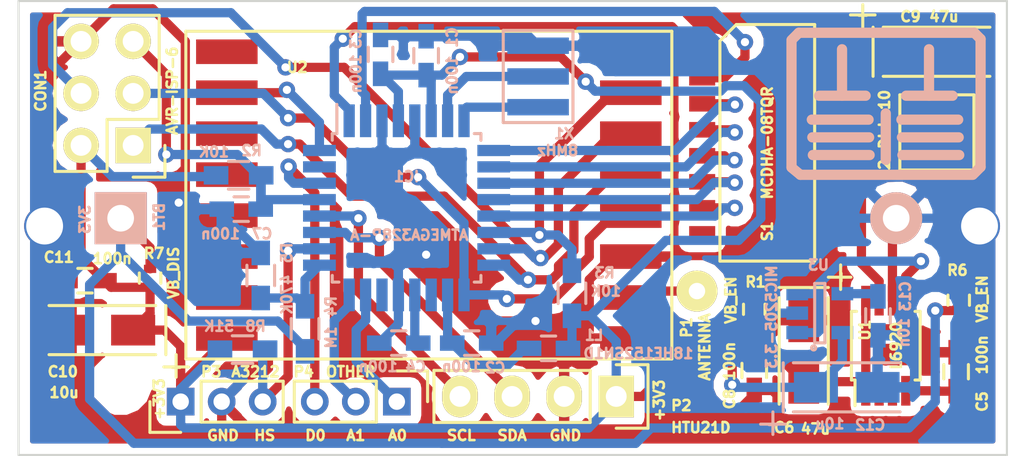
<source format=kicad_pcb>
(kicad_pcb (version 4) (host pcbnew 4.0.4+e1-6308~48~ubuntu16.04.1-stable)

  (general
    (links 100)
    (no_connects 0)
    (area 91.823574 76.2553 153.159427 99.491001)
    (thickness 1.6)
    (drawings 14)
    (tracks 406)
    (zones 0)
    (modules 38)
    (nets 48)
  )

  (page A4)
  (layers
    (0 F.Cu signal)
    (31 B.Cu signal)
    (32 B.Adhes user hide)
    (33 F.Adhes user hide)
    (34 B.Paste user)
    (35 F.Paste user)
    (36 B.SilkS user)
    (37 F.SilkS user)
    (38 B.Mask user)
    (39 F.Mask user)
    (40 Dwgs.User user)
    (41 Cmts.User user hide)
    (42 Eco1.User user hide)
    (43 Eco2.User user hide)
    (44 Edge.Cuts user)
    (45 Margin user hide)
    (46 B.CrtYd user hide)
    (47 F.CrtYd user hide)
    (48 B.Fab user hide)
    (49 F.Fab user hide)
  )

  (setup
    (last_trace_width 0.45)
    (trace_clearance 0.3)
    (zone_clearance 0.508)
    (zone_45_only yes)
    (trace_min 0.2)
    (segment_width 0.2)
    (edge_width 0.1)
    (via_size 0.8)
    (via_drill 0.4)
    (via_min_size 0.4)
    (via_min_drill 0.3)
    (uvia_size 0.3)
    (uvia_drill 0.1)
    (uvias_allowed no)
    (uvia_min_size 0.2)
    (uvia_min_drill 0.1)
    (pcb_text_width 0.3)
    (pcb_text_size 1.5 1.5)
    (mod_edge_width 0.15)
    (mod_text_size 0.5 0.5)
    (mod_text_width 0.125)
    (pad_size 2 2)
    (pad_drill 1.8)
    (pad_to_mask_clearance 0)
    (aux_axis_origin 0 0)
    (visible_elements FFFFFF7F)
    (pcbplotparams
      (layerselection 0x010fc_80000001)
      (usegerberextensions true)
      (excludeedgelayer true)
      (linewidth 0.100000)
      (plotframeref false)
      (viasonmask false)
      (mode 1)
      (useauxorigin false)
      (hpglpennumber 1)
      (hpglpenspeed 20)
      (hpglpendiameter 15)
      (hpglpenoverlay 2)
      (psnegative false)
      (psa4output false)
      (plotreference true)
      (plotvalue true)
      (plotinvisibletext false)
      (padsonsilk false)
      (subtractmaskfromsilk true)
      (outputformat 1)
      (mirror false)
      (drillshape 0)
      (scaleselection 1)
      (outputdirectory gerber/))
  )

  (net 0 "")
  (net 1 "Net-(BT1-Pad1)")
  (net 2 GND)
  (net 3 +3V3)
  (net 4 "Net-(C2-Pad2)")
  (net 5 "Net-(C4-Pad2)")
  (net 6 "Net-(C5-Pad1)")
  (net 7 "Net-(C6-Pad2)")
  (net 8 /RESET)
  (net 9 /V_BOOST_IN)
  (net 10 /MISO)
  (net 11 /SCK)
  (net 12 /MOSI)
  (net 13 /C0)
  (net 14 /C1)
  (net 15 "Net-(IC1-Pad7)")
  (net 16 "Net-(IC1-Pad8)")
  (net 17 /C2)
  (net 18 /C3)
  (net 19 /C4)
  (net 20 /C5)
  (net 21 /C6)
  (net 22 /SS)
  (net 23 "Net-(IC1-Pad19)")
  (net 24 "Net-(IC1-Pad22)")
  (net 25 /V_BATT)
  (net 26 "Net-(IC1-Pad31)")
  (net 27 /INT)
  (net 28 "Net-(L2-Pad1)")
  (net 29 "Net-(P1-Pad1)")
  (net 30 "Net-(S1-Pad8)")
  (net 31 "Net-(U1-Pad2)")
  (net 32 "Net-(U1-Pad3)")
  (net 33 "Net-(U2-Pad1)")
  (net 34 "Net-(U2-Pad3)")
  (net 35 "Net-(U2-Pad4)")
  (net 36 "Net-(U2-Pad5)")
  (net 37 "Net-(U2-Pad6)")
  (net 38 "Net-(U2-Pad7)")
  (net 39 "Net-(U2-Pad16)")
  (net 40 /SDA)
  (net 41 /SCL)
  (net 42 "Net-(C12-Pad1)")
  (net 43 "Net-(C13-Pad1)")
  (net 44 /HALL_SENSOR)
  (net 45 /A0)
  (net 46 /A1)
  (net 47 /D0)

  (net_class Default "This is the default net class."
    (clearance 0.3)
    (trace_width 0.45)
    (via_dia 0.8)
    (via_drill 0.4)
    (uvia_dia 0.3)
    (uvia_drill 0.1)
    (add_net +3V3)
    (add_net /A0)
    (add_net /A1)
    (add_net /C0)
    (add_net /C1)
    (add_net /C2)
    (add_net /C3)
    (add_net /C4)
    (add_net /C5)
    (add_net /C6)
    (add_net /D0)
    (add_net /HALL_SENSOR)
    (add_net /INT)
    (add_net /MISO)
    (add_net /MOSI)
    (add_net /RESET)
    (add_net /SCK)
    (add_net /SCL)
    (add_net /SDA)
    (add_net /SS)
    (add_net /V_BATT)
    (add_net /V_BOOST_IN)
    (add_net GND)
    (add_net "Net-(BT1-Pad1)")
    (add_net "Net-(C12-Pad1)")
    (add_net "Net-(C13-Pad1)")
    (add_net "Net-(C2-Pad2)")
    (add_net "Net-(C4-Pad2)")
    (add_net "Net-(C5-Pad1)")
    (add_net "Net-(C6-Pad2)")
    (add_net "Net-(IC1-Pad19)")
    (add_net "Net-(IC1-Pad22)")
    (add_net "Net-(IC1-Pad31)")
    (add_net "Net-(IC1-Pad7)")
    (add_net "Net-(IC1-Pad8)")
    (add_net "Net-(L2-Pad1)")
    (add_net "Net-(P1-Pad1)")
    (add_net "Net-(S1-Pad8)")
    (add_net "Net-(U1-Pad2)")
    (add_net "Net-(U1-Pad3)")
    (add_net "Net-(U2-Pad1)")
    (add_net "Net-(U2-Pad16)")
    (add_net "Net-(U2-Pad3)")
    (add_net "Net-(U2-Pad4)")
    (add_net "Net-(U2-Pad5)")
    (add_net "Net-(U2-Pad6)")
    (add_net "Net-(U2-Pad7)")
  )

  (module mysensors_connectors:CR123_holder (layer B.Cu) (tedit 57D932E9) (tstamp 57D7DF7C)
    (at 103.404 87.884 270)
    (descr "CR123 battery holder")
    (tags "Battery holder, CR123")
    (path /57D7D95E)
    (fp_text reference BT1 (at -0.0635 -1.879 450) (layer B.SilkS)
      (effects (font (size 0.5 0.5) (thickness 0.125)) (justify mirror))
    )
    (fp_text value 3V3 (at 0.0635 1.7405 450) (layer B.SilkS)
      (effects (font (size 0.5 0.5) (thickness 0.125)) (justify mirror))
    )
    (fp_line (start -9.25 2.75) (end 9.25 2.75) (layer B.CrtYd) (width 0.15))
    (fp_line (start 9.25 2.75) (end 9.25 -40.25) (layer B.CrtYd) (width 0.15))
    (fp_line (start -9.25 -40.25) (end 9.25 -40.25) (layer B.CrtYd) (width 0.15))
    (fp_line (start -9.25 2.75) (end -9.25 -40.25) (layer B.CrtYd) (width 0.15))
    (pad 1 thru_hole rect (at 0 0 270) (size 2.54 2.54) (drill 1.3) (layers *.Cu *.Mask B.SilkS)
      (net 1 "Net-(BT1-Pad1)"))
    (pad 2 thru_hole circle (at 0 -37.82 270) (size 2.54 2.54) (drill 1.3) (layers *.Cu *.Mask B.SilkS)
      (net 2 GND))
    (pad "" np_thru_hole circle (at 8.1 0 270) (size 1.98 1.98) (drill 1.98) (layers *.Cu Dwgs.User))
    (model Pin_Headers.3dshapes/Pin_Header_Straight_1x01.wrl
      (at (xyz 0 0 0))
      (scale (xyz 1 1 1))
      (rotate (xyz 0 0 0))
    )
    (model Pin_Headers.3dshapes/Pin_Header_Straight_1x01.wrl
      (at (xyz 0 -1.49 0))
      (scale (xyz 1 1 1))
      (rotate (xyz 0 0 0))
    )
    (model ${KIPRJMOD}/../../../libraries/packages3d/mysensors.3dshapes/mysensors_connectors.3dshapes/cr123_holder.wrl
      (at (xyz 0 -0.746 0.35))
      (scale (xyz 1 1 1))
      (rotate (xyz 0 0 0))
    )
  )

  (module Resistors_SMD:R_0402 (layer F.Cu) (tedit 57D7F5A4) (tstamp 57D7E0C4)
    (at 104.8385 90.805 90)
    (descr "Resistor SMD 0402, reflow soldering, Vishay (see dcrcw.pdf)")
    (tags "resistor 0402")
    (path /57D89F15)
    (attr smd)
    (fp_text reference R7 (at 1.2065 0.1905 360) (layer F.SilkS)
      (effects (font (size 0.5 0.5) (thickness 0.125)))
    )
    (fp_text value VB_DIS (at 0.254 1.143 270) (layer F.SilkS)
      (effects (font (size 0.5 0.5) (thickness 0.125)))
    )
    (fp_line (start -0.95 -0.65) (end 0.95 -0.65) (layer F.CrtYd) (width 0.05))
    (fp_line (start -0.95 0.65) (end 0.95 0.65) (layer F.CrtYd) (width 0.05))
    (fp_line (start -0.95 -0.65) (end -0.95 0.65) (layer F.CrtYd) (width 0.05))
    (fp_line (start 0.95 -0.65) (end 0.95 0.65) (layer F.CrtYd) (width 0.05))
    (fp_line (start 0.25 -0.525) (end -0.25 -0.525) (layer F.SilkS) (width 0.15))
    (fp_line (start -0.25 0.525) (end 0.25 0.525) (layer F.SilkS) (width 0.15))
    (pad 1 smd rect (at -0.45 0 90) (size 0.4 0.6) (layers F.Cu F.Paste F.Mask)
      (net 3 +3V3))
    (pad 2 smd rect (at 0.45 0 90) (size 0.4 0.6) (layers F.Cu F.Paste F.Mask)
      (net 1 "Net-(BT1-Pad1)"))
    (model Resistors_SMD.3dshapes/R_0402.wrl
      (at (xyz 0 0 0))
      (scale (xyz 1 1 1))
      (rotate (xyz 0 0 0))
    )
  )

  (module Mounting_Holes:MountingHole_2.2mm_M2_ISO14580_Pad (layer F.Cu) (tedit 57D94163) (tstamp 57D831AD)
    (at 145.288 88.265)
    (descr "Mounting Hole 2.2mm, M2, ISO14580")
    (tags "mounting hole 2.2mm m2 iso14580")
    (fp_text reference REF** (at 0 -2.9) (layer F.SilkS) hide
      (effects (font (size 0.5 0.5) (thickness 0.125)))
    )
    (fp_text value MountingHole_2.2mm_M2_ISO14580_Pad (at 0 2.9) (layer F.Fab) hide
      (effects (font (size 0.5 0.5) (thickness 0.125)))
    )
    (fp_circle (center 0 0) (end 1.9 0) (layer Cmts.User) (width 0.15))
    (fp_circle (center 0 0) (end 2.15 0) (layer F.CrtYd) (width 0.05))
    (pad "" thru_hole circle (at 0 0) (size 2 2) (drill 1.8) (layers *.Cu *.Mask)
      (net 2 GND) (zone_connect 2))
  )

  (module Capacitors_Tantalum_SMD:TantalC_SizeA_EIA-3216_Wave (layer F.Cu) (tedit 57D95E64) (tstamp 57D7DFC3)
    (at 136.7155 94.361 270)
    (descr "Tantal Cap. , Size A, EIA-3216, Wave,")
    (tags "Tantal Cap. , Size A, EIA-3216, Wave,")
    (path /57D82090)
    (attr smd)
    (fp_text reference C6 (at 3.7465 0.9525 360) (layer F.SilkS)
      (effects (font (size 0.5 0.5) (thickness 0.125)))
    )
    (fp_text value 47u (at 3.81 -0.5715 360) (layer F.SilkS)
      (effects (font (size 0.5 0.5) (thickness 0.125)))
    )
    (fp_text user + (at -3.59918 -1.80086 270) (layer F.SilkS)
      (effects (font (size 0.5 0.5) (thickness 0.125)))
    )
    (fp_line (start -2.60096 1.19888) (end 2.60096 1.19888) (layer F.SilkS) (width 0.15))
    (fp_line (start 2.60096 -1.19888) (end -2.60096 -1.19888) (layer F.SilkS) (width 0.15))
    (fp_line (start -3.59918 -2.2987) (end -3.59918 -1.19888) (layer F.SilkS) (width 0.15))
    (fp_line (start -4.19862 -1.79832) (end -2.99974 -1.79832) (layer F.SilkS) (width 0.15))
    (fp_line (start -3.09626 -1.19888) (end -3.09626 1.19888) (layer F.SilkS) (width 0.15))
    (pad 2 smd rect (at 1.50114 0 270) (size 2.14884 1.50114) (layers F.Cu F.Paste F.Mask)
      (net 7 "Net-(C6-Pad2)"))
    (pad 1 smd rect (at -1.50114 0 270) (size 2.14884 1.50114) (layers F.Cu F.Paste F.Mask)
      (net 2 GND))
    (model Capacitors_Tantalum_SMD.3dshapes/TantalC_SizeA_EIA-3216_Wave.wrl
      (at (xyz 0 0 0))
      (scale (xyz 1 1 1))
      (rotate (xyz 0 0 180))
    )
  )

  (module Capacitors_SMD:C_0603_HandSoldering (layer B.Cu) (tedit 57D7F529) (tstamp 57D7DF88)
    (at 118.3005 79.9465 90)
    (descr "Capacitor SMD 0603, hand soldering")
    (tags "capacitor 0603")
    (path /575E8F9B)
    (attr smd)
    (fp_text reference C1 (at 0.889 1.27 90) (layer B.SilkS)
      (effects (font (size 0.5 0.5) (thickness 0.125)) (justify mirror))
    )
    (fp_text value 100n (at -0.9525 1.27 90) (layer B.SilkS)
      (effects (font (size 0.5 0.5) (thickness 0.125)) (justify mirror))
    )
    (fp_line (start -1.85 0.75) (end 1.85 0.75) (layer B.CrtYd) (width 0.05))
    (fp_line (start -1.85 -0.75) (end 1.85 -0.75) (layer B.CrtYd) (width 0.05))
    (fp_line (start -1.85 0.75) (end -1.85 -0.75) (layer B.CrtYd) (width 0.05))
    (fp_line (start 1.85 0.75) (end 1.85 -0.75) (layer B.CrtYd) (width 0.05))
    (fp_line (start -0.35 0.6) (end 0.35 0.6) (layer B.SilkS) (width 0.15))
    (fp_line (start 0.35 -0.6) (end -0.35 -0.6) (layer B.SilkS) (width 0.15))
    (pad 1 smd rect (at -0.95 0 90) (size 1.2 0.75) (layers B.Cu B.Paste B.Mask)
      (net 3 +3V3))
    (pad 2 smd rect (at 0.95 0 90) (size 1.2 0.75) (layers B.Cu B.Paste B.Mask)
      (net 2 GND))
    (model Capacitors_SMD.3dshapes/C_0603_HandSoldering.wrl
      (at (xyz 0 0 0))
      (scale (xyz 1 1 1))
      (rotate (xyz 0 0 0))
    )
  )

  (module Capacitors_SMD:C_0603_HandSoldering (layer B.Cu) (tedit 57D7F589) (tstamp 57D7DF94)
    (at 120.523 93.98 180)
    (descr "Capacitor SMD 0603, hand soldering")
    (tags "capacitor 0603")
    (path /575E8F25)
    (attr smd)
    (fp_text reference C2 (at -1.1455 -1.2065 180) (layer B.SilkS)
      (effects (font (size 0.5 0.5) (thickness 0.125)) (justify mirror))
    )
    (fp_text value 100n (at 0.5055 -1.143 180) (layer B.SilkS)
      (effects (font (size 0.5 0.5) (thickness 0.125)) (justify mirror))
    )
    (fp_line (start -1.85 0.75) (end 1.85 0.75) (layer B.CrtYd) (width 0.05))
    (fp_line (start -1.85 -0.75) (end 1.85 -0.75) (layer B.CrtYd) (width 0.05))
    (fp_line (start -1.85 0.75) (end -1.85 -0.75) (layer B.CrtYd) (width 0.05))
    (fp_line (start 1.85 0.75) (end 1.85 -0.75) (layer B.CrtYd) (width 0.05))
    (fp_line (start -0.35 0.6) (end 0.35 0.6) (layer B.SilkS) (width 0.15))
    (fp_line (start 0.35 -0.6) (end -0.35 -0.6) (layer B.SilkS) (width 0.15))
    (pad 1 smd rect (at -0.95 0 180) (size 1.2 0.75) (layers B.Cu B.Paste B.Mask)
      (net 2 GND))
    (pad 2 smd rect (at 0.95 0 180) (size 1.2 0.75) (layers B.Cu B.Paste B.Mask)
      (net 4 "Net-(C2-Pad2)"))
    (model Capacitors_SMD.3dshapes/C_0603_HandSoldering.wrl
      (at (xyz 0 0 0))
      (scale (xyz 1 1 1))
      (rotate (xyz 0 0 0))
    )
  )

  (module Capacitors_SMD:C_0603_HandSoldering (layer B.Cu) (tedit 57D7F52D) (tstamp 57D7DFA0)
    (at 116.078 79.883 270)
    (descr "Capacitor SMD 0603, hand soldering")
    (tags "capacitor 0603")
    (path /575E8FDA)
    (attr smd)
    (fp_text reference C3 (at -0.762 1.2065 270) (layer B.SilkS)
      (effects (font (size 0.5 0.5) (thickness 0.125)) (justify mirror))
    )
    (fp_text value 100n (at 0.9525 1.2065 270) (layer B.SilkS)
      (effects (font (size 0.5 0.5) (thickness 0.125)) (justify mirror))
    )
    (fp_line (start -1.85 0.75) (end 1.85 0.75) (layer B.CrtYd) (width 0.05))
    (fp_line (start -1.85 -0.75) (end 1.85 -0.75) (layer B.CrtYd) (width 0.05))
    (fp_line (start -1.85 0.75) (end -1.85 -0.75) (layer B.CrtYd) (width 0.05))
    (fp_line (start 1.85 0.75) (end 1.85 -0.75) (layer B.CrtYd) (width 0.05))
    (fp_line (start -0.35 0.6) (end 0.35 0.6) (layer B.SilkS) (width 0.15))
    (fp_line (start 0.35 -0.6) (end -0.35 -0.6) (layer B.SilkS) (width 0.15))
    (pad 1 smd rect (at -0.95 0 270) (size 1.2 0.75) (layers B.Cu B.Paste B.Mask)
      (net 2 GND))
    (pad 2 smd rect (at 0.95 0 270) (size 1.2 0.75) (layers B.Cu B.Paste B.Mask)
      (net 3 +3V3))
    (model Capacitors_SMD.3dshapes/C_0603_HandSoldering.wrl
      (at (xyz 0 0 0))
      (scale (xyz 1 1 1))
      (rotate (xyz 0 0 0))
    )
  )

  (module Capacitors_SMD:C_0603_HandSoldering (layer B.Cu) (tedit 57D7F58D) (tstamp 57D7DFAC)
    (at 116.9645 93.98)
    (descr "Capacitor SMD 0603, hand soldering")
    (tags "capacitor 0603")
    (path /575E8444)
    (attr smd)
    (fp_text reference C4 (at 0.828 1.143) (layer B.SilkS)
      (effects (font (size 0.5 0.5) (thickness 0.125)) (justify mirror))
    )
    (fp_text value 100n (at -1.0135 1.143) (layer B.SilkS)
      (effects (font (size 0.5 0.5) (thickness 0.125)) (justify mirror))
    )
    (fp_line (start -1.85 0.75) (end 1.85 0.75) (layer B.CrtYd) (width 0.05))
    (fp_line (start -1.85 -0.75) (end 1.85 -0.75) (layer B.CrtYd) (width 0.05))
    (fp_line (start -1.85 0.75) (end -1.85 -0.75) (layer B.CrtYd) (width 0.05))
    (fp_line (start 1.85 0.75) (end 1.85 -0.75) (layer B.CrtYd) (width 0.05))
    (fp_line (start -0.35 0.6) (end 0.35 0.6) (layer B.SilkS) (width 0.15))
    (fp_line (start 0.35 -0.6) (end -0.35 -0.6) (layer B.SilkS) (width 0.15))
    (pad 1 smd rect (at -0.95 0) (size 1.2 0.75) (layers B.Cu B.Paste B.Mask)
      (net 2 GND))
    (pad 2 smd rect (at 0.95 0) (size 1.2 0.75) (layers B.Cu B.Paste B.Mask)
      (net 5 "Net-(C4-Pad2)"))
    (model Capacitors_SMD.3dshapes/C_0603_HandSoldering.wrl
      (at (xyz 0 0 0))
      (scale (xyz 1 1 1))
      (rotate (xyz 0 0 0))
    )
  )

  (module Capacitors_SMD:C_0603_HandSoldering (layer F.Cu) (tedit 57D7F55B) (tstamp 57D7DFB8)
    (at 144.145 95.377 90)
    (descr "Capacitor SMD 0603, hand soldering")
    (tags "capacitor 0603")
    (path /57D84CE5)
    (attr smd)
    (fp_text reference C5 (at -1.458 1.27 90) (layer F.SilkS)
      (effects (font (size 0.5 0.5) (thickness 0.125)))
    )
    (fp_text value 100n (at 0.828 1.27 90) (layer F.SilkS)
      (effects (font (size 0.5 0.5) (thickness 0.125)))
    )
    (fp_line (start -1.85 -0.75) (end 1.85 -0.75) (layer F.CrtYd) (width 0.05))
    (fp_line (start -1.85 0.75) (end 1.85 0.75) (layer F.CrtYd) (width 0.05))
    (fp_line (start -1.85 -0.75) (end -1.85 0.75) (layer F.CrtYd) (width 0.05))
    (fp_line (start 1.85 -0.75) (end 1.85 0.75) (layer F.CrtYd) (width 0.05))
    (fp_line (start -0.35 -0.6) (end 0.35 -0.6) (layer F.SilkS) (width 0.15))
    (fp_line (start 0.35 0.6) (end -0.35 0.6) (layer F.SilkS) (width 0.15))
    (pad 1 smd rect (at -0.95 0 90) (size 1.2 0.75) (layers F.Cu F.Paste F.Mask)
      (net 6 "Net-(C5-Pad1)"))
    (pad 2 smd rect (at 0.95 0 90) (size 1.2 0.75) (layers F.Cu F.Paste F.Mask)
      (net 2 GND))
    (model Capacitors_SMD.3dshapes/C_0603_HandSoldering.wrl
      (at (xyz 0 0 0))
      (scale (xyz 1 1 1))
      (rotate (xyz 0 0 0))
    )
  )

  (module Capacitors_SMD:C_0603_HandSoldering (layer B.Cu) (tedit 57D7F661) (tstamp 57D7DFCF)
    (at 109.2835 87.4395)
    (descr "Capacitor SMD 0603, hand soldering")
    (tags "capacitor 0603")
    (path /575EA846)
    (attr smd)
    (fp_text reference C7 (at 1.016 1.2065) (layer B.SilkS)
      (effects (font (size 0.5 0.5) (thickness 0.125)) (justify mirror))
    )
    (fp_text value 100n (at -1.016 1.2065) (layer B.SilkS)
      (effects (font (size 0.5 0.5) (thickness 0.125)) (justify mirror))
    )
    (fp_line (start -1.85 0.75) (end 1.85 0.75) (layer B.CrtYd) (width 0.05))
    (fp_line (start -1.85 -0.75) (end 1.85 -0.75) (layer B.CrtYd) (width 0.05))
    (fp_line (start -1.85 0.75) (end -1.85 -0.75) (layer B.CrtYd) (width 0.05))
    (fp_line (start 1.85 0.75) (end 1.85 -0.75) (layer B.CrtYd) (width 0.05))
    (fp_line (start -0.35 0.6) (end 0.35 0.6) (layer B.SilkS) (width 0.15))
    (fp_line (start 0.35 -0.6) (end -0.35 -0.6) (layer B.SilkS) (width 0.15))
    (pad 1 smd rect (at -0.95 0) (size 1.2 0.75) (layers B.Cu B.Paste B.Mask)
      (net 2 GND))
    (pad 2 smd rect (at 0.95 0) (size 1.2 0.75) (layers B.Cu B.Paste B.Mask)
      (net 8 /RESET))
    (model Capacitors_SMD.3dshapes/C_0603_HandSoldering.wrl
      (at (xyz 0 0 0))
      (scale (xyz 1 1 1))
      (rotate (xyz 0 0 0))
    )
  )

  (module Capacitors_SMD:C_0603_HandSoldering (layer F.Cu) (tedit 57D95E49) (tstamp 57D7DFDB)
    (at 134.3025 95.316 270)
    (descr "Capacitor SMD 0603, hand soldering")
    (tags "capacitor 0603")
    (path /57D82914)
    (attr smd)
    (fp_text reference C8 (at 1.3945 1.2065 450) (layer F.SilkS)
      (effects (font (size 0.5 0.5) (thickness 0.125)))
    )
    (fp_text value 100n (at -0.447 1.2065 270) (layer F.SilkS)
      (effects (font (size 0.5 0.5) (thickness 0.125)))
    )
    (fp_line (start -1.85 -0.75) (end 1.85 -0.75) (layer F.CrtYd) (width 0.05))
    (fp_line (start -1.85 0.75) (end 1.85 0.75) (layer F.CrtYd) (width 0.05))
    (fp_line (start -1.85 -0.75) (end -1.85 0.75) (layer F.CrtYd) (width 0.05))
    (fp_line (start 1.85 -0.75) (end 1.85 0.75) (layer F.CrtYd) (width 0.05))
    (fp_line (start -0.35 -0.6) (end 0.35 -0.6) (layer F.SilkS) (width 0.15))
    (fp_line (start 0.35 0.6) (end -0.35 0.6) (layer F.SilkS) (width 0.15))
    (pad 1 smd rect (at -0.95 0 270) (size 1.2 0.75) (layers F.Cu F.Paste F.Mask)
      (net 7 "Net-(C6-Pad2)"))
    (pad 2 smd rect (at 0.95 0 270) (size 1.2 0.75) (layers F.Cu F.Paste F.Mask)
      (net 2 GND))
    (model Capacitors_SMD.3dshapes/C_0603_HandSoldering.wrl
      (at (xyz 0 0 0))
      (scale (xyz 1 1 1))
      (rotate (xyz 0 0 0))
    )
  )

  (module Capacitors_SMD:C_0603_HandSoldering (layer F.Cu) (tedit 57D7F5AE) (tstamp 57D7DFFD)
    (at 101.6635 90.932 180)
    (descr "Capacitor SMD 0603, hand soldering")
    (tags "capacitor 0603")
    (path /57D80C84)
    (attr smd)
    (fp_text reference C11 (at 1.27 1.143 180) (layer F.SilkS)
      (effects (font (size 0.5 0.5) (thickness 0.125)))
    )
    (fp_text value 100n (at -1.3335 1.0795 180) (layer F.SilkS)
      (effects (font (size 0.5 0.5) (thickness 0.125)))
    )
    (fp_line (start -1.85 -0.75) (end 1.85 -0.75) (layer F.CrtYd) (width 0.05))
    (fp_line (start -1.85 0.75) (end 1.85 0.75) (layer F.CrtYd) (width 0.05))
    (fp_line (start -1.85 -0.75) (end -1.85 0.75) (layer F.CrtYd) (width 0.05))
    (fp_line (start 1.85 -0.75) (end 1.85 0.75) (layer F.CrtYd) (width 0.05))
    (fp_line (start -0.35 -0.6) (end 0.35 -0.6) (layer F.SilkS) (width 0.15))
    (fp_line (start 0.35 0.6) (end -0.35 0.6) (layer F.SilkS) (width 0.15))
    (pad 1 smd rect (at -0.95 0 180) (size 1.2 0.75) (layers F.Cu F.Paste F.Mask)
      (net 3 +3V3))
    (pad 2 smd rect (at 0.95 0 180) (size 1.2 0.75) (layers F.Cu F.Paste F.Mask)
      (net 2 GND))
    (model Capacitors_SMD.3dshapes/C_0603_HandSoldering.wrl
      (at (xyz 0 0 0))
      (scale (xyz 1 1 1))
      (rotate (xyz 0 0 0))
    )
  )

  (module Housings_QFP:TQFP-32_7x7mm_Pitch0.8mm (layer B.Cu) (tedit 57D7F522) (tstamp 57D7E04B)
    (at 117.348 87.376 270)
    (descr "32-Lead Plastic Thin Quad Flatpack (PT) - 7x7x1.0 mm Body, 2.00 mm [TQFP] (see Microchip Packaging Specification 00000049BS.pdf)")
    (tags "QFP 0.8")
    (path /575E6E29)
    (attr smd)
    (fp_text reference IC1 (at 0 -1.27 270) (layer B.SilkS) hide
      (effects (font (size 0.5 0.5) (thickness 0.125)) (justify mirror))
    )
    (fp_text value ATMEGA328P-A (at 1.3335 -0.127 360) (layer B.SilkS)
      (effects (font (size 0.5 0.5) (thickness 0.125)) (justify mirror))
    )
    (fp_text user %R (at -1.524 0 360) (layer B.SilkS)
      (effects (font (size 0.5 0.5) (thickness 0.125)) (justify mirror))
    )
    (fp_line (start -2.5 3.5) (end 3.5 3.5) (layer B.Fab) (width 0.15))
    (fp_line (start 3.5 3.5) (end 3.5 -3.5) (layer B.Fab) (width 0.15))
    (fp_line (start 3.5 -3.5) (end -3.5 -3.5) (layer B.Fab) (width 0.15))
    (fp_line (start -3.5 -3.5) (end -3.5 2.5) (layer B.Fab) (width 0.15))
    (fp_line (start -3.5 2.5) (end -2.5 3.5) (layer B.Fab) (width 0.15))
    (fp_line (start -5.3 5.3) (end -5.3 -5.3) (layer B.CrtYd) (width 0.05))
    (fp_line (start 5.3 5.3) (end 5.3 -5.3) (layer B.CrtYd) (width 0.05))
    (fp_line (start -5.3 5.3) (end 5.3 5.3) (layer B.CrtYd) (width 0.05))
    (fp_line (start -5.3 -5.3) (end 5.3 -5.3) (layer B.CrtYd) (width 0.05))
    (fp_line (start -3.625 3.625) (end -3.625 3.4) (layer B.SilkS) (width 0.15))
    (fp_line (start 3.625 3.625) (end 3.625 3.3) (layer B.SilkS) (width 0.15))
    (fp_line (start 3.625 -3.625) (end 3.625 -3.3) (layer B.SilkS) (width 0.15))
    (fp_line (start -3.625 -3.625) (end -3.625 -3.3) (layer B.SilkS) (width 0.15))
    (fp_line (start -3.625 3.625) (end -3.3 3.625) (layer B.SilkS) (width 0.15))
    (fp_line (start -3.625 -3.625) (end -3.3 -3.625) (layer B.SilkS) (width 0.15))
    (fp_line (start 3.625 -3.625) (end 3.3 -3.625) (layer B.SilkS) (width 0.15))
    (fp_line (start 3.625 3.625) (end 3.3 3.625) (layer B.SilkS) (width 0.15))
    (fp_line (start -3.625 3.4) (end -5.05 3.4) (layer B.SilkS) (width 0.15))
    (pad 1 smd rect (at -4.25 2.8 270) (size 1.6 0.55) (layers B.Cu B.Paste B.Mask)
      (net 13 /C0))
    (pad 2 smd rect (at -4.25 2 270) (size 1.6 0.55) (layers B.Cu B.Paste B.Mask)
      (net 14 /C1))
    (pad 3 smd rect (at -4.25 1.2 270) (size 1.6 0.55) (layers B.Cu B.Paste B.Mask)
      (net 2 GND))
    (pad 4 smd rect (at -4.25 0.4 270) (size 1.6 0.55) (layers B.Cu B.Paste B.Mask)
      (net 3 +3V3))
    (pad 5 smd rect (at -4.25 -0.4 270) (size 1.6 0.55) (layers B.Cu B.Paste B.Mask)
      (net 2 GND))
    (pad 6 smd rect (at -4.25 -1.2 270) (size 1.6 0.55) (layers B.Cu B.Paste B.Mask)
      (net 3 +3V3))
    (pad 7 smd rect (at -4.25 -2 270) (size 1.6 0.55) (layers B.Cu B.Paste B.Mask)
      (net 15 "Net-(IC1-Pad7)"))
    (pad 8 smd rect (at -4.25 -2.8 270) (size 1.6 0.55) (layers B.Cu B.Paste B.Mask)
      (net 16 "Net-(IC1-Pad8)"))
    (pad 9 smd rect (at -2.8 -4.25 180) (size 1.6 0.55) (layers B.Cu B.Paste B.Mask)
      (net 17 /C2))
    (pad 10 smd rect (at -2 -4.25 180) (size 1.6 0.55) (layers B.Cu B.Paste B.Mask)
      (net 18 /C3))
    (pad 11 smd rect (at -1.2 -4.25 180) (size 1.6 0.55) (layers B.Cu B.Paste B.Mask)
      (net 19 /C4))
    (pad 12 smd rect (at -0.4 -4.25 180) (size 1.6 0.55) (layers B.Cu B.Paste B.Mask)
      (net 20 /C5))
    (pad 13 smd rect (at 0.4 -4.25 180) (size 1.6 0.55) (layers B.Cu B.Paste B.Mask)
      (net 21 /C6))
    (pad 14 smd rect (at 1.2 -4.25 180) (size 1.6 0.55) (layers B.Cu B.Paste B.Mask)
      (net 22 /SS))
    (pad 15 smd rect (at 2 -4.25 180) (size 1.6 0.55) (layers B.Cu B.Paste B.Mask)
      (net 12 /MOSI))
    (pad 16 smd rect (at 2.8 -4.25 180) (size 1.6 0.55) (layers B.Cu B.Paste B.Mask)
      (net 10 /MISO))
    (pad 17 smd rect (at 4.25 -2.8 270) (size 1.6 0.55) (layers B.Cu B.Paste B.Mask)
      (net 11 /SCK))
    (pad 18 smd rect (at 4.25 -2 270) (size 1.6 0.55) (layers B.Cu B.Paste B.Mask)
      (net 4 "Net-(C2-Pad2)"))
    (pad 19 smd rect (at 4.25 -1.2 270) (size 1.6 0.55) (layers B.Cu B.Paste B.Mask)
      (net 23 "Net-(IC1-Pad19)"))
    (pad 20 smd rect (at 4.25 -0.4 270) (size 1.6 0.55) (layers B.Cu B.Paste B.Mask)
      (net 5 "Net-(C4-Pad2)"))
    (pad 21 smd rect (at 4.25 0.4 270) (size 1.6 0.55) (layers B.Cu B.Paste B.Mask)
      (net 2 GND))
    (pad 22 smd rect (at 4.25 1.2 270) (size 1.6 0.55) (layers B.Cu B.Paste B.Mask)
      (net 24 "Net-(IC1-Pad22)"))
    (pad 23 smd rect (at 4.25 2 270) (size 1.6 0.55) (layers B.Cu B.Paste B.Mask)
      (net 45 /A0))
    (pad 24 smd rect (at 4.25 2.8 270) (size 1.6 0.55) (layers B.Cu B.Paste B.Mask)
      (net 46 /A1))
    (pad 25 smd rect (at 2.8 4.25 180) (size 1.6 0.55) (layers B.Cu B.Paste B.Mask)
      (net 25 /V_BATT))
    (pad 26 smd rect (at 2 4.25 180) (size 1.6 0.55) (layers B.Cu B.Paste B.Mask)
      (net 44 /HALL_SENSOR))
    (pad 27 smd rect (at 1.2 4.25 180) (size 1.6 0.55) (layers B.Cu B.Paste B.Mask)
      (net 40 /SDA))
    (pad 28 smd rect (at 0.4 4.25 180) (size 1.6 0.55) (layers B.Cu B.Paste B.Mask)
      (net 41 /SCL))
    (pad 29 smd rect (at -0.4 4.25 180) (size 1.6 0.55) (layers B.Cu B.Paste B.Mask)
      (net 8 /RESET))
    (pad 30 smd rect (at -1.2 4.25 180) (size 1.6 0.55) (layers B.Cu B.Paste B.Mask)
      (net 47 /D0))
    (pad 31 smd rect (at -2 4.25 180) (size 1.6 0.55) (layers B.Cu B.Paste B.Mask)
      (net 26 "Net-(IC1-Pad31)"))
    (pad 32 smd rect (at -2.8 4.25 180) (size 1.6 0.55) (layers B.Cu B.Paste B.Mask)
      (net 27 /INT))
    (model Housings_QFP.3dshapes/TQFP-32_7x7mm_Pitch0.8mm.wrl
      (at (xyz 0 0 0))
      (scale (xyz 1 1 1))
      (rotate (xyz 0 0 0))
    )
  )

  (module Capacitors_SMD:C_0603_HandSoldering (layer B.Cu) (tedit 57D93146) (tstamp 57D7E057)
    (at 124.2695 94.234 180)
    (descr "Capacitor SMD 0603, hand soldering")
    (tags "capacitor 0603")
    (path /57D7CB09)
    (attr smd)
    (fp_text reference L1 (at -2.2225 0.635 180) (layer B.SilkS)
      (effects (font (size 0.5 0.5) (thickness 0.125)) (justify mirror))
    )
    (fp_text value 18HE152SN1D (at -4.3815 -0.254 180) (layer B.SilkS)
      (effects (font (size 0.5 0.5) (thickness 0.125)) (justify mirror))
    )
    (fp_line (start -1.85 0.75) (end 1.85 0.75) (layer B.CrtYd) (width 0.05))
    (fp_line (start -1.85 -0.75) (end 1.85 -0.75) (layer B.CrtYd) (width 0.05))
    (fp_line (start -1.85 0.75) (end -1.85 -0.75) (layer B.CrtYd) (width 0.05))
    (fp_line (start 1.85 0.75) (end 1.85 -0.75) (layer B.CrtYd) (width 0.05))
    (fp_line (start -0.35 0.6) (end 0.35 0.6) (layer B.SilkS) (width 0.15))
    (fp_line (start 0.35 -0.6) (end -0.35 -0.6) (layer B.SilkS) (width 0.15))
    (pad 1 smd rect (at -0.95 0 180) (size 1.2 0.75) (layers B.Cu B.Paste B.Mask)
      (net 3 +3V3))
    (pad 2 smd rect (at 0.95 0 180) (size 1.2 0.75) (layers B.Cu B.Paste B.Mask)
      (net 4 "Net-(C2-Pad2)"))
    (model Capacitors_SMD.3dshapes/C_0603_HandSoldering.wrl
      (at (xyz 0 0 0))
      (scale (xyz 1 1 1))
      (rotate (xyz 0 0 0))
    )
  )

  (module Resistors_SMD:R_0402 (layer F.Cu) (tedit 57D7F574) (tstamp 57D7E07C)
    (at 134.3025 92.329 90)
    (descr "Resistor SMD 0402, reflow soldering, Vishay (see dcrcw.pdf)")
    (tags "resistor 0402")
    (path /57D86E54)
    (attr smd)
    (fp_text reference R1 (at 1.3335 0.0635 180) (layer F.SilkS)
      (effects (font (size 0.5 0.5) (thickness 0.125)))
    )
    (fp_text value VB_EN (at 0.4445 -1.143 90) (layer F.SilkS)
      (effects (font (size 0.5 0.5) (thickness 0.125)))
    )
    (fp_line (start -0.95 -0.65) (end 0.95 -0.65) (layer F.CrtYd) (width 0.05))
    (fp_line (start -0.95 0.65) (end 0.95 0.65) (layer F.CrtYd) (width 0.05))
    (fp_line (start -0.95 -0.65) (end -0.95 0.65) (layer F.CrtYd) (width 0.05))
    (fp_line (start 0.95 -0.65) (end 0.95 0.65) (layer F.CrtYd) (width 0.05))
    (fp_line (start 0.25 -0.525) (end -0.25 -0.525) (layer F.SilkS) (width 0.15))
    (fp_line (start -0.25 0.525) (end 0.25 0.525) (layer F.SilkS) (width 0.15))
    (pad 1 smd rect (at -0.45 0 90) (size 0.4 0.6) (layers F.Cu F.Paste F.Mask)
      (net 42 "Net-(C12-Pad1)"))
    (pad 2 smd rect (at 0.45 0 90) (size 0.4 0.6) (layers F.Cu F.Paste F.Mask)
      (net 3 +3V3))
    (model Resistors_SMD.3dshapes/R_0402.wrl
      (at (xyz 0 0 0))
      (scale (xyz 1 1 1))
      (rotate (xyz 0 0 0))
    )
  )

  (module Resistors_SMD:R_0603_HandSoldering (layer B.Cu) (tedit 57D7F643) (tstamp 57D7E088)
    (at 109.1565 85.7885)
    (descr "Resistor SMD 0603, hand soldering")
    (tags "resistor 0603")
    (path /575E9FD3)
    (attr smd)
    (fp_text reference R2 (at 0.635 -1.2065) (layer B.SilkS)
      (effects (font (size 0.5 0.5) (thickness 0.125)) (justify mirror))
    )
    (fp_text value 10K (at -1.2065 -1.143) (layer B.SilkS)
      (effects (font (size 0.5 0.5) (thickness 0.125)) (justify mirror))
    )
    (fp_line (start -2 0.8) (end 2 0.8) (layer B.CrtYd) (width 0.05))
    (fp_line (start -2 -0.8) (end 2 -0.8) (layer B.CrtYd) (width 0.05))
    (fp_line (start -2 0.8) (end -2 -0.8) (layer B.CrtYd) (width 0.05))
    (fp_line (start 2 0.8) (end 2 -0.8) (layer B.CrtYd) (width 0.05))
    (fp_line (start 0.5 -0.675) (end -0.5 -0.675) (layer B.SilkS) (width 0.15))
    (fp_line (start -0.5 0.675) (end 0.5 0.675) (layer B.SilkS) (width 0.15))
    (pad 1 smd rect (at -1.1 0) (size 1.2 0.9) (layers B.Cu B.Paste B.Mask)
      (net 3 +3V3))
    (pad 2 smd rect (at 1.1 0) (size 1.2 0.9) (layers B.Cu B.Paste B.Mask)
      (net 8 /RESET))
    (model Resistors_SMD.3dshapes/R_0603_HandSoldering.wrl
      (at (xyz 0 0 0))
      (scale (xyz 1 1 1))
      (rotate (xyz 0 0 0))
    )
  )

  (module Resistors_SMD:R_0603_HandSoldering (layer B.Cu) (tedit 57D7F581) (tstamp 57D7E094)
    (at 125.4125 91.5465 270)
    (descr "Resistor SMD 0603, hand soldering")
    (tags "resistor 0603")
    (path /575ECDD9)
    (attr smd)
    (fp_text reference R3 (at -0.9955 -1.5875 360) (layer B.SilkS)
      (effects (font (size 0.5 0.5) (thickness 0.125)) (justify mirror))
    )
    (fp_text value 10K (at -0.1065 -1.651 360) (layer B.SilkS)
      (effects (font (size 0.5 0.5) (thickness 0.125)) (justify mirror))
    )
    (fp_line (start -2 0.8) (end 2 0.8) (layer B.CrtYd) (width 0.05))
    (fp_line (start -2 -0.8) (end 2 -0.8) (layer B.CrtYd) (width 0.05))
    (fp_line (start -2 0.8) (end -2 -0.8) (layer B.CrtYd) (width 0.05))
    (fp_line (start 2 0.8) (end 2 -0.8) (layer B.CrtYd) (width 0.05))
    (fp_line (start 0.5 -0.675) (end -0.5 -0.675) (layer B.SilkS) (width 0.15))
    (fp_line (start -0.5 0.675) (end 0.5 0.675) (layer B.SilkS) (width 0.15))
    (pad 1 smd rect (at -1.1 0 270) (size 1.2 0.9) (layers B.Cu B.Paste B.Mask)
      (net 22 /SS))
    (pad 2 smd rect (at 1.1 0 270) (size 1.2 0.9) (layers B.Cu B.Paste B.Mask)
      (net 3 +3V3))
    (model Resistors_SMD.3dshapes/R_0603_HandSoldering.wrl
      (at (xyz 0 0 0))
      (scale (xyz 1 1 1))
      (rotate (xyz 0 0 0))
    )
  )

  (module Resistors_SMD:R_0603_HandSoldering (layer B.Cu) (tedit 57D7F591) (tstamp 57D7E0A0)
    (at 112.395 93.2815 270)
    (descr "Resistor SMD 0603, hand soldering")
    (tags "resistor 0603")
    (path /57D7E783)
    (attr smd)
    (fp_text reference R4 (at -1.1 -1.27 270) (layer B.SilkS)
      (effects (font (size 0.5 0.5) (thickness 0.125)) (justify mirror))
    )
    (fp_text value 1M (at 0.424 -1.27 270) (layer B.SilkS)
      (effects (font (size 0.5 0.5) (thickness 0.125)) (justify mirror))
    )
    (fp_line (start -2 0.8) (end 2 0.8) (layer B.CrtYd) (width 0.05))
    (fp_line (start -2 -0.8) (end 2 -0.8) (layer B.CrtYd) (width 0.05))
    (fp_line (start -2 0.8) (end -2 -0.8) (layer B.CrtYd) (width 0.05))
    (fp_line (start 2 0.8) (end 2 -0.8) (layer B.CrtYd) (width 0.05))
    (fp_line (start 0.5 -0.675) (end -0.5 -0.675) (layer B.SilkS) (width 0.15))
    (fp_line (start -0.5 0.675) (end 0.5 0.675) (layer B.SilkS) (width 0.15))
    (pad 1 smd rect (at -1.1 0 270) (size 1.2 0.9) (layers B.Cu B.Paste B.Mask)
      (net 25 /V_BATT))
    (pad 2 smd rect (at 1.1 0 270) (size 1.2 0.9) (layers B.Cu B.Paste B.Mask)
      (net 1 "Net-(BT1-Pad1)"))
    (model Resistors_SMD.3dshapes/R_0603_HandSoldering.wrl
      (at (xyz 0 0 0))
      (scale (xyz 1 1 1))
      (rotate (xyz 0 0 0))
    )
  )

  (module Resistors_SMD:R_0603_HandSoldering (layer B.Cu) (tedit 57D7F597) (tstamp 57D7E0AC)
    (at 110.236 90.678 270)
    (descr "Resistor SMD 0603, hand soldering")
    (tags "resistor 0603")
    (path /57D7E9FE)
    (attr smd)
    (fp_text reference R5 (at -1.1 -1.27 270) (layer B.SilkS)
      (effects (font (size 0.5 0.5) (thickness 0.125)) (justify mirror))
    )
    (fp_text value 470K (at 0.932 -1.27 270) (layer B.SilkS)
      (effects (font (size 0.5 0.5) (thickness 0.125)) (justify mirror))
    )
    (fp_line (start -2 0.8) (end 2 0.8) (layer B.CrtYd) (width 0.05))
    (fp_line (start -2 -0.8) (end 2 -0.8) (layer B.CrtYd) (width 0.05))
    (fp_line (start -2 0.8) (end -2 -0.8) (layer B.CrtYd) (width 0.05))
    (fp_line (start 2 0.8) (end 2 -0.8) (layer B.CrtYd) (width 0.05))
    (fp_line (start 0.5 -0.675) (end -0.5 -0.675) (layer B.SilkS) (width 0.15))
    (fp_line (start -0.5 0.675) (end 0.5 0.675) (layer B.SilkS) (width 0.15))
    (pad 1 smd rect (at -1.1 0 270) (size 1.2 0.9) (layers B.Cu B.Paste B.Mask)
      (net 2 GND))
    (pad 2 smd rect (at 1.1 0 270) (size 1.2 0.9) (layers B.Cu B.Paste B.Mask)
      (net 25 /V_BATT))
    (model Resistors_SMD.3dshapes/R_0603_HandSoldering.wrl
      (at (xyz 0 0 0))
      (scale (xyz 1 1 1))
      (rotate (xyz 0 0 0))
    )
  )

  (module Resistors_SMD:R_0402 (layer F.Cu) (tedit 57D7F551) (tstamp 57D7E0B8)
    (at 144.272 91.8845 90)
    (descr "Resistor SMD 0402, reflow soldering, Vishay (see dcrcw.pdf)")
    (tags "resistor 0402")
    (path /57D89877)
    (attr smd)
    (fp_text reference R6 (at 1.4605 -0.0635 180) (layer F.SilkS)
      (effects (font (size 0.5 0.5) (thickness 0.125)))
    )
    (fp_text value VB_EN (at 0.0635 1.143 270) (layer F.SilkS)
      (effects (font (size 0.5 0.5) (thickness 0.125)))
    )
    (fp_line (start -0.95 -0.65) (end 0.95 -0.65) (layer F.CrtYd) (width 0.05))
    (fp_line (start -0.95 0.65) (end 0.95 0.65) (layer F.CrtYd) (width 0.05))
    (fp_line (start -0.95 -0.65) (end -0.95 0.65) (layer F.CrtYd) (width 0.05))
    (fp_line (start 0.95 -0.65) (end 0.95 0.65) (layer F.CrtYd) (width 0.05))
    (fp_line (start 0.25 -0.525) (end -0.25 -0.525) (layer F.SilkS) (width 0.15))
    (fp_line (start -0.25 0.525) (end 0.25 0.525) (layer F.SilkS) (width 0.15))
    (pad 1 smd rect (at -0.45 0 90) (size 0.4 0.6) (layers F.Cu F.Paste F.Mask)
      (net 1 "Net-(BT1-Pad1)"))
    (pad 2 smd rect (at 0.45 0 90) (size 0.4 0.6) (layers F.Cu F.Paste F.Mask)
      (net 9 /V_BOOST_IN))
    (model Resistors_SMD.3dshapes/R_0402.wrl
      (at (xyz 0 0 0))
      (scale (xyz 1 1 1))
      (rotate (xyz 0 0 0))
    )
  )

  (module myfootprints:DIPSWITCH_SMD_1.27-16 (layer F.Cu) (tedit 57D7F53E) (tstamp 57D7E0E1)
    (at 134.9375 84.201 270)
    (path /57D6A612)
    (attr smd)
    (fp_text reference S1 (at 4.318 0 450) (layer F.SilkS)
      (effects (font (size 0.5 0.5) (thickness 0.125)))
    )
    (fp_text value MCDHA-08TQR (at 0 0 270) (layer F.SilkS)
      (effects (font (size 0.5 0.5) (thickness 0.125)))
    )
    (fp_line (start -4.975 2.31) (end -5.775 1.51) (layer F.SilkS) (width 0.15))
    (fp_line (start -5.775 1.51) (end -5.775 -2.31) (layer F.SilkS) (width 0.15))
    (fp_line (start -5.775 -2.31) (end 5.775 -2.31) (layer F.SilkS) (width 0.15))
    (fp_line (start 5.775 -2.31) (end 5.775 2.31) (layer F.SilkS) (width 0.15))
    (fp_line (start 5.775 2.31) (end -4.975 2.31) (layer F.SilkS) (width 0.15))
    (fp_line (start -5.95 -2.45) (end 5.95 -2.45) (layer F.CrtYd) (width 0.05))
    (fp_line (start 5.95 -2.45) (end 5.95 2.45) (layer F.CrtYd) (width 0.05))
    (fp_line (start 5.95 2.45) (end -5.95 2.45) (layer F.CrtYd) (width 0.05))
    (fp_line (start -5.95 2.45) (end -5.95 -2.45) (layer F.CrtYd) (width 0.05))
    (pad 16 smd rect (at -4.445 -3.175 270) (size 0.76 1.27) (layers F.Cu F.Paste F.Mask)
      (net 2 GND))
    (pad 1 smd rect (at -4.445 3.175 270) (size 0.76 1.27) (layers F.Cu F.Paste F.Mask)
      (net 13 /C0))
    (pad 15 smd rect (at -3.175 -3.175 270) (size 0.76 1.27) (layers F.Cu F.Paste F.Mask)
      (net 2 GND))
    (pad 2 smd rect (at -3.175 3.175 270) (size 0.76 1.27) (layers F.Cu F.Paste F.Mask)
      (net 14 /C1))
    (pad 14 smd rect (at -1.905 -3.175 270) (size 0.76 1.27) (layers F.Cu F.Paste F.Mask)
      (net 2 GND))
    (pad 3 smd rect (at -1.905 3.175 270) (size 0.76 1.27) (layers F.Cu F.Paste F.Mask)
      (net 17 /C2))
    (pad 13 smd rect (at -0.635 -3.175 270) (size 0.76 1.27) (layers F.Cu F.Paste F.Mask)
      (net 2 GND))
    (pad 4 smd rect (at -0.635 3.175 270) (size 0.76 1.27) (layers F.Cu F.Paste F.Mask)
      (net 18 /C3))
    (pad 12 smd rect (at 0.635 -3.175 270) (size 0.76 1.27) (layers F.Cu F.Paste F.Mask)
      (net 2 GND))
    (pad 5 smd rect (at 0.635 3.175 270) (size 0.76 1.27) (layers F.Cu F.Paste F.Mask)
      (net 19 /C4))
    (pad 11 smd rect (at 1.905 -3.175 270) (size 0.76 1.27) (layers F.Cu F.Paste F.Mask)
      (net 2 GND))
    (pad 6 smd rect (at 1.905 3.175 270) (size 0.76 1.27) (layers F.Cu F.Paste F.Mask)
      (net 20 /C5))
    (pad 10 smd rect (at 3.175 -3.175 270) (size 0.76 1.27) (layers F.Cu F.Paste F.Mask)
      (net 2 GND))
    (pad 7 smd rect (at 3.175 3.175 270) (size 0.76 1.27) (layers F.Cu F.Paste F.Mask)
      (net 21 /C6))
    (pad 9 smd rect (at 4.445 -3.175 270) (size 0.76 1.27) (layers F.Cu F.Paste F.Mask)
      (net 2 GND))
    (pad 8 smd rect (at 4.445 3.175 270) (size 0.76 1.27) (layers F.Cu F.Paste F.Mask)
      (net 30 "Net-(S1-Pad8)"))
    (model ${KIPRJMOD}/../../../libraries/packages3d/mypackages.3dshapes/sw_dip8_1.27pitch.wrl
      (at (xyz 0 0 0))
      (scale (xyz 1 1 1))
      (rotate (xyz 0 0 0))
    )
  )

  (module Housings_SSOP:MSOP-8_3x3mm_Pitch0.65mm (layer F.Cu) (tedit 57D7F557) (tstamp 57D7E0FD)
    (at 140.716 94.107 90)
    (descr "8-Lead Plastic Micro Small Outline Package (MS) [MSOP] (see Microchip Packaging Specification 00000049BS.pdf)")
    (tags "SSOP 0.65")
    (path /57D8157F)
    (attr smd)
    (fp_text reference U1 (at 0.762 -1.016 90) (layer F.SilkS)
      (effects (font (size 0.5 0.5) (thickness 0.125)))
    )
    (fp_text value L6920 (at 0 0.508 90) (layer F.SilkS)
      (effects (font (size 0.5 0.5) (thickness 0.125)))
    )
    (fp_circle (center -1 -1) (end -1.25 -1) (layer F.Fab) (width 0.15))
    (fp_line (start -1.5 1.5) (end -1.5 -1.5) (layer F.Fab) (width 0.15))
    (fp_line (start 1.5 1.5) (end -1.5 1.5) (layer F.Fab) (width 0.15))
    (fp_line (start 1.5 -1.5) (end 1.5 1.5) (layer F.Fab) (width 0.15))
    (fp_line (start -1.5 -1.5) (end 1.5 -1.5) (layer F.Fab) (width 0.15))
    (fp_line (start -3.2 -1.85) (end -3.2 1.85) (layer F.CrtYd) (width 0.05))
    (fp_line (start 3.2 -1.85) (end 3.2 1.85) (layer F.CrtYd) (width 0.05))
    (fp_line (start -3.2 -1.85) (end 3.2 -1.85) (layer F.CrtYd) (width 0.05))
    (fp_line (start -3.2 1.85) (end 3.2 1.85) (layer F.CrtYd) (width 0.05))
    (fp_line (start -1.675 -1.675) (end -1.675 -1.5) (layer F.SilkS) (width 0.15))
    (fp_line (start 1.675 -1.675) (end 1.675 -1.425) (layer F.SilkS) (width 0.15))
    (fp_line (start 1.675 1.675) (end 1.675 1.425) (layer F.SilkS) (width 0.15))
    (fp_line (start -1.675 1.675) (end -1.675 1.425) (layer F.SilkS) (width 0.15))
    (fp_line (start -1.675 -1.675) (end 1.675 -1.675) (layer F.SilkS) (width 0.15))
    (fp_line (start -1.675 1.675) (end 1.675 1.675) (layer F.SilkS) (width 0.15))
    (fp_line (start -1.675 -1.5) (end -2.925 -1.5) (layer F.SilkS) (width 0.15))
    (pad 1 smd rect (at -2.2 -0.975 90) (size 1.45 0.45) (layers F.Cu F.Paste F.Mask)
      (net 7 "Net-(C6-Pad2)"))
    (pad 2 smd rect (at -2.2 -0.325 90) (size 1.45 0.45) (layers F.Cu F.Paste F.Mask)
      (net 31 "Net-(U1-Pad2)"))
    (pad 3 smd rect (at -2.2 0.325 90) (size 1.45 0.45) (layers F.Cu F.Paste F.Mask)
      (net 32 "Net-(U1-Pad3)"))
    (pad 4 smd rect (at -2.2 0.975 90) (size 1.45 0.45) (layers F.Cu F.Paste F.Mask)
      (net 6 "Net-(C5-Pad1)"))
    (pad 5 smd rect (at 2.2 0.975 90) (size 1.45 0.45) (layers F.Cu F.Paste F.Mask)
      (net 7 "Net-(C6-Pad2)"))
    (pad 6 smd rect (at 2.2 0.325 90) (size 1.45 0.45) (layers F.Cu F.Paste F.Mask)
      (net 2 GND))
    (pad 7 smd rect (at 2.2 -0.325 90) (size 1.45 0.45) (layers F.Cu F.Paste F.Mask)
      (net 28 "Net-(L2-Pad1)"))
    (pad 8 smd rect (at 2.2 -0.975 90) (size 1.45 0.45) (layers F.Cu F.Paste F.Mask)
      (net 7 "Net-(C6-Pad2)"))
    (model Housings_SSOP.3dshapes/MSOP-8_3x3mm_Pitch0.65mm.wrl
      (at (xyz 0 0 0))
      (scale (xyz 1 1 1))
      (rotate (xyz 0 0 0))
    )
  )

  (module mysensors_radios:RFM69HW_SMD_Handsoldering (layer F.Cu) (tedit 558806AF) (tstamp 57D7E11D)
    (at 109.982 79.756)
    (descr RFM69HW)
    (tags "RFM69HW, RF69")
    (path /575E7FD2)
    (fp_text reference U2 (at 2.032 0.762) (layer F.SilkS)
      (effects (font (size 0.5 0.5) (thickness 0.125)))
    )
    (fp_text value RFM69HW (at 8.382 7.112) (layer F.Fab) hide
      (effects (font (size 0.5 0.5) (thickness 0.125)))
    )
    (fp_line (start -3.4 15) (end -3.4 -1) (layer F.SilkS) (width 0.15))
    (fp_line (start 20.3 15) (end -3.4 15) (layer F.SilkS) (width 0.15))
    (fp_line (start 20.3 -1) (end 20.3 15) (layer F.SilkS) (width 0.15))
    (fp_line (start -3.4 -1) (end 20.3 -1) (layer F.SilkS) (width 0.15))
    (fp_line (start -3.4 15) (end 20.3 15) (layer F.CrtYd) (width 0.15))
    (fp_line (start 20.3 -1) (end 20.3 15) (layer F.CrtYd) (width 0.15))
    (fp_line (start -3.4 -1) (end -3.4 15) (layer F.CrtYd) (width 0.15))
    (fp_line (start -3.4 -1) (end 20.3 -1) (layer F.CrtYd) (width 0.15))
    (fp_line (start 20.3 -1) (end 20.3 15) (layer B.CrtYd) (width 0.15))
    (fp_line (start -3.4 -1) (end -3.4 15) (layer B.CrtYd) (width 0.15))
    (fp_line (start -3.4 15) (end 20.3 15) (layer B.CrtYd) (width 0.15))
    (fp_line (start -3.4 -1) (end 20.3 -1) (layer B.CrtYd) (width 0.15))
    (pad 1 smd rect (at -1.4 0) (size 3 1.2) (layers F.Cu F.Paste F.Mask)
      (net 33 "Net-(U2-Pad1)"))
    (pad 2 smd rect (at -1.4 2) (size 3 1.2) (layers F.Cu F.Paste F.Mask)
      (net 27 /INT))
    (pad 3 smd rect (at -1.4 4) (size 3 1.2) (layers F.Cu F.Paste F.Mask)
      (net 34 "Net-(U2-Pad3)"))
    (pad 4 smd rect (at -1.4 6) (size 3 1.2) (layers F.Cu F.Paste F.Mask)
      (net 35 "Net-(U2-Pad4)"))
    (pad 5 smd rect (at -1.4 8) (size 3 1.2) (layers F.Cu F.Paste F.Mask)
      (net 36 "Net-(U2-Pad5)"))
    (pad 6 smd rect (at -1.4 10) (size 3 1.2) (layers F.Cu F.Paste F.Mask)
      (net 37 "Net-(U2-Pad6)"))
    (pad 7 smd rect (at -1.4 12) (size 3 1.2) (layers F.Cu F.Paste F.Mask)
      (net 38 "Net-(U2-Pad7)"))
    (pad 8 smd rect (at -1.4 14) (size 3 1.2) (layers F.Cu F.Paste F.Mask)
      (net 3 +3V3))
    (pad 9 smd rect (at 18.3 14) (size 3 1.2) (layers F.Cu F.Paste F.Mask)
      (net 2 GND))
    (pad 10 smd rect (at 18.3 12) (size 3 1.2) (layers F.Cu F.Paste F.Mask)
      (net 29 "Net-(P1-Pad1)"))
    (pad 11 smd rect (at 18.3 10) (size 3 1.2) (layers F.Cu F.Paste F.Mask)
      (net 2 GND))
    (pad 12 smd rect (at 18.3 8) (size 3 1.2) (layers F.Cu F.Paste F.Mask)
      (net 11 /SCK))
    (pad 13 smd rect (at 18.3 6) (size 3 1.2) (layers F.Cu F.Paste F.Mask)
      (net 10 /MISO))
    (pad 14 smd rect (at 18.3 4) (size 3 1.2) (layers F.Cu F.Paste F.Mask)
      (net 12 /MOSI))
    (pad 15 smd rect (at 18.3 2) (size 3 1.2) (layers F.Cu F.Paste F.Mask)
      (net 22 /SS))
    (pad 16 smd rect (at 18.3 0) (size 3 1.2) (layers F.Cu F.Paste F.Mask)
      (net 39 "Net-(U2-Pad16)"))
    (model Crystals.3dshapes/crystal_FA238-TSX3225.wrl
      (at (xyz 0.332 -0.08 0.03))
      (scale (xyz 0.24 0.24 0.24))
      (rotate (xyz 0 0 90))
    )
    (model Housings_DFN_QFN.3dshapes/QFN-28-1EP_5x5mm_Pitch0.5mm.wrl
      (at (xyz 0.204 -0.445 0.03))
      (scale (xyz 1 1 1))
      (rotate (xyz 0 0 0))
    )
    (model ${KIPRJMOD}/../../../libraries/packages3d/mysensors.3dshapes/mysensors_radios.3dshapes/rfm69hw.wrl
      (at (xyz 0.332 -0.27 0))
      (scale (xyz 0.3937 0.3937 0.3937))
      (rotate (xyz 0 0 180))
    )
  )

  (module myfootprints:ZTTCR-3 (layer B.Cu) (tedit 57D7F50C) (tstamp 57D7E12C)
    (at 123.7615 80.9625 90)
    (path /575E762B)
    (attr smd)
    (fp_text reference X1 (at -2.794 1.27 180) (layer B.SilkS)
      (effects (font (size 0.5 0.5) (thickness 0.125)) (justify mirror))
    )
    (fp_text value 8MHz (at -3.6195 0.9525 180) (layer B.SilkS)
      (effects (font (size 0.5 0.5) (thickness 0.125)) (justify mirror))
    )
    (fp_line (start -2.25 -1.699285) (end -2.25 1.7) (layer B.SilkS) (width 0.15))
    (fp_line (start -2.25 1.7) (end 2.25 1.7) (layer B.SilkS) (width 0.15))
    (fp_line (start 2.25 1.7) (end 2.25 -1.7) (layer B.SilkS) (width 0.15))
    (fp_line (start 2.25 -1.7) (end -2.2479 -1.7) (layer B.SilkS) (width 0.15))
    (fp_line (start -2.4 1.85) (end 2.4 1.85) (layer B.CrtYd) (width 0.05))
    (fp_line (start 2.4 1.85) (end 2.4 -1.85) (layer B.CrtYd) (width 0.05))
    (fp_line (start 2.4 -1.85) (end -2.4 -1.85) (layer B.CrtYd) (width 0.05))
    (fp_line (start -2.4 -1.85) (end -2.4 1.85) (layer B.CrtYd) (width 0.05))
    (pad 1 smd rect (at -1.5 0 90) (size 0.8 3) (layers B.Cu B.Paste B.Mask)
      (net 16 "Net-(IC1-Pad8)"))
    (pad 2 smd rect (at 0 0 90) (size 0.8 3) (layers B.Cu B.Paste B.Mask)
      (net 15 "Net-(IC1-Pad7)"))
    (pad 3 smd rect (at 1.5 0 90) (size 0.8 3) (layers B.Cu B.Paste B.Mask)
      (net 2 GND))
    (model ${KIPRJMOD}/../../../libraries/packages3d/mypackages.3dshapes/zttcr.wrl
      (at (xyz 0 0 0))
      (scale (xyz 1 1 1))
      (rotate (xyz 0 0 0))
    )
  )

  (module myfootprints:DLJ-3015 (layer F.Cu) (tedit 57D7F546) (tstamp 57D7E063)
    (at 143.1925 83.693)
    (path /57D8357D)
    (fp_text reference L2 (at -2.54 1.778 90) (layer F.SilkS)
      (effects (font (size 0.5 0.5) (thickness 0.125)))
    )
    (fp_text value DLJ-10 (at -2.54 -0.635 90) (layer F.SilkS)
      (effects (font (size 0.5 0.5) (thickness 0.125)))
    )
    (fp_line (start -1.7907 -1.83388) (end -1.7907 1.836428) (layer F.SilkS) (width 0.15))
    (fp_line (start -1.7907 1.83642) (end 1.81864 1.83642) (layer F.SilkS) (width 0.15))
    (fp_line (start 1.82118 1.83388) (end 1.82118 -1.83388) (layer F.SilkS) (width 0.15))
    (fp_line (start 1.821184 -1.83388) (end -1.7907 -1.83388) (layer F.SilkS) (width 0.15))
    (pad 1 smd rect (at -0.8 0) (size 1 3) (layers F.Cu F.Paste F.Mask)
      (net 28 "Net-(L2-Pad1)"))
    (pad 2 smd rect (at 0.8 0) (size 1 3) (layers F.Cu F.Paste F.Mask)
      (net 9 /V_BOOST_IN))
    (model ${KIPRJMOD}/../../../libraries/packages3d/mypackages.3dshapes/SDR0302.wrl
      (at (xyz 0 0 0))
      (scale (xyz 1 1 1))
      (rotate (xyz 0 0 0))
    )
  )

  (module Wire_Pads:SolderWirePad_single_0-8mmDrill (layer F.Cu) (tedit 57D7F57C) (tstamp 57D7E070)
    (at 131.5085 91.44)
    (path /575EBBAD)
    (fp_text reference P1 (at -0.508 1.778 90) (layer F.SilkS)
      (effects (font (size 0.5 0.5) (thickness 0.125)))
    )
    (fp_text value ANTENNA (at 0.381 2.7305 90) (layer F.SilkS)
      (effects (font (size 0.5 0.5) (thickness 0.125)))
    )
    (pad 1 thru_hole circle (at 0 0) (size 1.99898 1.99898) (drill 0.8001) (layers *.Cu *.Mask F.SilkS)
      (net 29 "Net-(P1-Pad1)"))
  )

  (module Mounting_Holes:MountingHole_2.2mm_M2_ISO14580_Pad (layer F.Cu) (tedit 57D9415A) (tstamp 57D83187)
    (at 99.695 88.265)
    (descr "Mounting Hole 2.2mm, M2, ISO14580")
    (tags "mounting hole 2.2mm m2 iso14580")
    (fp_text reference REF** (at 0 -2.9) (layer F.SilkS) hide
      (effects (font (size 0.5 0.5) (thickness 0.125)))
    )
    (fp_text value MountingHole_2.2mm_M2_ISO14580_Pad (at 0 2.9) (layer F.Fab) hide
      (effects (font (size 0.5 0.5) (thickness 0.125)))
    )
    (fp_circle (center 0 0) (end 1.9 0) (layer Cmts.User) (width 0.15))
    (fp_circle (center 0 0) (end 2.15 0) (layer F.CrtYd) (width 0.05))
    (pad "" thru_hole circle (at 0 0) (size 2 2) (drill 1.8) (layers *.Cu *.Mask)
      (net 2 GND) (zone_connect 2))
  )

  (module Pin_Headers:Pin_Header_Straight_2x03 (layer F.Cu) (tedit 57D8055F) (tstamp 57D7E014)
    (at 104.013 84.328 180)
    (descr "Through hole pin header")
    (tags "pin header")
    (path /57D34506)
    (fp_text reference CON1 (at 4.5085 2.667 270) (layer F.SilkS)
      (effects (font (size 0.5 0.5) (thickness 0.125)))
    )
    (fp_text value AVR-ISP-6 (at -1.905 2.667 270) (layer F.SilkS)
      (effects (font (size 0.5 0.5) (thickness 0.125)))
    )
    (fp_line (start -1.27 1.27) (end -1.27 6.35) (layer F.SilkS) (width 0.15))
    (fp_line (start -1.55 -1.55) (end 0 -1.55) (layer F.SilkS) (width 0.15))
    (fp_line (start -1.75 -1.75) (end -1.75 6.85) (layer F.CrtYd) (width 0.05))
    (fp_line (start 4.3 -1.75) (end 4.3 6.85) (layer F.CrtYd) (width 0.05))
    (fp_line (start -1.75 -1.75) (end 4.3 -1.75) (layer F.CrtYd) (width 0.05))
    (fp_line (start -1.75 6.85) (end 4.3 6.85) (layer F.CrtYd) (width 0.05))
    (fp_line (start 1.27 -1.27) (end 1.27 1.27) (layer F.SilkS) (width 0.15))
    (fp_line (start 1.27 1.27) (end -1.27 1.27) (layer F.SilkS) (width 0.15))
    (fp_line (start -1.27 6.35) (end 3.81 6.35) (layer F.SilkS) (width 0.15))
    (fp_line (start 3.81 6.35) (end 3.81 1.27) (layer F.SilkS) (width 0.15))
    (fp_line (start -1.55 -1.55) (end -1.55 0) (layer F.SilkS) (width 0.15))
    (fp_line (start 3.81 -1.27) (end 1.27 -1.27) (layer F.SilkS) (width 0.15))
    (fp_line (start 3.81 1.27) (end 3.81 -1.27) (layer F.SilkS) (width 0.15))
    (pad 1 thru_hole rect (at 0 0 180) (size 1.7272 1.7272) (drill 1.016) (layers *.Cu *.Mask F.SilkS)
      (net 10 /MISO))
    (pad 2 thru_hole oval (at 2.54 0 180) (size 1.7272 1.7272) (drill 1.016) (layers *.Cu *.Mask F.SilkS)
      (net 3 +3V3))
    (pad 3 thru_hole oval (at 0 2.54 180) (size 1.7272 1.7272) (drill 1.016) (layers *.Cu *.Mask F.SilkS)
      (net 11 /SCK))
    (pad 4 thru_hole oval (at 2.54 2.54 180) (size 1.7272 1.7272) (drill 1.016) (layers *.Cu *.Mask F.SilkS)
      (net 12 /MOSI))
    (pad 5 thru_hole oval (at 0 5.08 180) (size 1.7272 1.7272) (drill 1.016) (layers *.Cu *.Mask F.SilkS)
      (net 8 /RESET))
    (pad 6 thru_hole oval (at 2.54 5.08 180) (size 1.7272 1.7272) (drill 1.016) (layers *.Cu *.Mask F.SilkS)
      (net 2 GND))
    (model Pin_Headers.3dshapes/Pin_Header_Straight_2x03.wrl
      (at (xyz 0.05 -0.1 0))
      (scale (xyz 1 1 1))
      (rotate (xyz 0 0 90))
    )
  )

  (module Pin_Headers:Pin_Header_Straight_1x04 (layer F.Cu) (tedit 57D80588) (tstamp 57D8063F)
    (at 127.5715 96.5835 270)
    (descr "Through hole pin header")
    (tags "pin header")
    (path /57D805CA)
    (fp_text reference P2 (at 0.4445 -3.175 360) (layer F.SilkS)
      (effects (font (size 0.5 0.5) (thickness 0.125)))
    )
    (fp_text value HTU21D (at 1.524 -4.1275 360) (layer F.SilkS)
      (effects (font (size 0.5 0.5) (thickness 0.125)))
    )
    (fp_line (start -1.75 -1.75) (end -1.75 9.4) (layer F.CrtYd) (width 0.05))
    (fp_line (start 1.75 -1.75) (end 1.75 9.4) (layer F.CrtYd) (width 0.05))
    (fp_line (start -1.75 -1.75) (end 1.75 -1.75) (layer F.CrtYd) (width 0.05))
    (fp_line (start -1.75 9.4) (end 1.75 9.4) (layer F.CrtYd) (width 0.05))
    (fp_line (start -1.27 1.27) (end -1.27 8.89) (layer F.SilkS) (width 0.15))
    (fp_line (start 1.27 1.27) (end 1.27 8.89) (layer F.SilkS) (width 0.15))
    (fp_line (start 1.55 -1.55) (end 1.55 0) (layer F.SilkS) (width 0.15))
    (fp_line (start -1.27 8.89) (end 1.27 8.89) (layer F.SilkS) (width 0.15))
    (fp_line (start 1.27 1.27) (end -1.27 1.27) (layer F.SilkS) (width 0.15))
    (fp_line (start -1.55 0) (end -1.55 -1.55) (layer F.SilkS) (width 0.15))
    (fp_line (start -1.55 -1.55) (end 1.55 -1.55) (layer F.SilkS) (width 0.15))
    (pad 1 thru_hole rect (at 0 0 270) (size 2.032 1.7272) (drill 1.016) (layers *.Cu *.Mask F.SilkS)
      (net 3 +3V3))
    (pad 2 thru_hole oval (at 0 2.54 270) (size 2.032 1.7272) (drill 1.016) (layers *.Cu *.Mask F.SilkS)
      (net 2 GND))
    (pad 3 thru_hole oval (at 0 5.08 270) (size 2.032 1.7272) (drill 1.016) (layers *.Cu *.Mask F.SilkS)
      (net 40 /SDA))
    (pad 4 thru_hole oval (at 0 7.62 270) (size 2.032 1.7272) (drill 1.016) (layers *.Cu *.Mask F.SilkS)
      (net 41 /SCL))
  )

  (module Capacitors_Tantalum_SMD:TantalC_SizeA_EIA-3216_Wave (layer F.Cu) (tedit 57D80B7D) (tstamp 57D7DFE6)
    (at 143.1925 79.756)
    (descr "Tantal Cap. , Size A, EIA-3216, Wave,")
    (tags "Tantal Cap. , Size A, EIA-3216, Wave,")
    (path /57D83C67)
    (attr smd)
    (fp_text reference C9 (at -1.27 -1.7145) (layer F.SilkS)
      (effects (font (size 0.5 0.5) (thickness 0.125)))
    )
    (fp_text value 47u (at 0.35814 -1.7145) (layer F.SilkS)
      (effects (font (size 0.5 0.5) (thickness 0.125)))
    )
    (fp_text user + (at -3.59918 -1.80086) (layer F.SilkS)
      (effects (font (size 0.5 0.5) (thickness 0.125)))
    )
    (fp_line (start -2.60096 1.19888) (end 2.60096 1.19888) (layer F.SilkS) (width 0.15))
    (fp_line (start 2.60096 -1.19888) (end -2.60096 -1.19888) (layer F.SilkS) (width 0.15))
    (fp_line (start -3.59918 -2.2987) (end -3.59918 -1.19888) (layer F.SilkS) (width 0.15))
    (fp_line (start -4.19862 -1.79832) (end -2.99974 -1.79832) (layer F.SilkS) (width 0.15))
    (fp_line (start -3.09626 -1.19888) (end -3.09626 1.19888) (layer F.SilkS) (width 0.15))
    (pad 2 smd rect (at 1.50114 0) (size 2.14884 1.50114) (layers F.Cu F.Paste F.Mask)
      (net 9 /V_BOOST_IN))
    (pad 1 smd rect (at -1.50114 0) (size 2.14884 1.50114) (layers F.Cu F.Paste F.Mask)
      (net 2 GND))
    (model Capacitors_Tantalum_SMD.3dshapes/TantalC_SizeA_EIA-3216_Wave.wrl
      (at (xyz 0 0 0))
      (scale (xyz 1 1 1))
      (rotate (xyz 0 0 180))
    )
  )

  (module Capacitors_Tantalum_SMD:TantalC_SizeA_EIA-3216_Wave (layer F.Cu) (tedit 57D80AB3) (tstamp 57D7DFF1)
    (at 102.51186 93.345 180)
    (descr "Tantal Cap. , Size A, EIA-3216, Wave,")
    (tags "Tantal Cap. , Size A, EIA-3216, Wave,")
    (path /576262E5)
    (attr smd)
    (fp_text reference C10 (at 1.92786 -2.032 180) (layer F.SilkS)
      (effects (font (size 0.5 0.5) (thickness 0.125)))
    )
    (fp_text value 10u (at 1.86436 -3.048 180) (layer F.SilkS)
      (effects (font (size 0.5 0.5) (thickness 0.125)))
    )
    (fp_text user + (at -3.59918 -1.80086 180) (layer F.SilkS)
      (effects (font (size 0.5 0.5) (thickness 0.125)))
    )
    (fp_line (start -2.60096 1.19888) (end 2.60096 1.19888) (layer F.SilkS) (width 0.15))
    (fp_line (start 2.60096 -1.19888) (end -2.60096 -1.19888) (layer F.SilkS) (width 0.15))
    (fp_line (start -3.59918 -2.2987) (end -3.59918 -1.19888) (layer F.SilkS) (width 0.15))
    (fp_line (start -4.19862 -1.79832) (end -2.99974 -1.79832) (layer F.SilkS) (width 0.15))
    (fp_line (start -3.09626 -1.19888) (end -3.09626 1.19888) (layer F.SilkS) (width 0.15))
    (pad 2 smd rect (at 1.50114 0 180) (size 2.14884 1.50114) (layers F.Cu F.Paste F.Mask)
      (net 2 GND))
    (pad 1 smd rect (at -1.50114 0 180) (size 2.14884 1.50114) (layers F.Cu F.Paste F.Mask)
      (net 3 +3V3))
    (model Capacitors_Tantalum_SMD.3dshapes/TantalC_SizeA_EIA-3216_Wave.wrl
      (at (xyz 0 0 0))
      (scale (xyz 1 1 1))
      (rotate (xyz 0 0 180))
    )
  )

  (module Capacitors_Tantalum_SMD:TantalC_SizeA_EIA-3216_Wave (layer B.Cu) (tedit 57D905FC) (tstamp 57D90805)
    (at 138.811 96.139)
    (descr "Tantal Cap. , Size A, EIA-3216, Wave,")
    (tags "Tantal Cap. , Size A, EIA-3216, Wave,")
    (path /57D92B96)
    (attr smd)
    (fp_text reference C12 (at 1.143 1.8415) (layer B.SilkS)
      (effects (font (size 0.5 0.5) (thickness 0.125)) (justify mirror))
    )
    (fp_text value 10u (at -0.8255 1.778) (layer B.SilkS)
      (effects (font (size 0.5 0.5) (thickness 0.125)) (justify mirror))
    )
    (fp_text user + (at -3.59918 1.80086) (layer B.SilkS)
      (effects (font (size 0.5 0.5) (thickness 0.125)) (justify mirror))
    )
    (fp_line (start -2.60096 -1.19888) (end 2.60096 -1.19888) (layer B.SilkS) (width 0.15))
    (fp_line (start 2.60096 1.19888) (end -2.60096 1.19888) (layer B.SilkS) (width 0.15))
    (fp_line (start -3.59918 2.2987) (end -3.59918 1.19888) (layer B.SilkS) (width 0.15))
    (fp_line (start -4.19862 1.79832) (end -2.99974 1.79832) (layer B.SilkS) (width 0.15))
    (fp_line (start -3.09626 1.19888) (end -3.09626 -1.19888) (layer B.SilkS) (width 0.15))
    (pad 2 smd rect (at 1.50114 0) (size 2.14884 1.50114) (layers B.Cu B.Paste B.Mask)
      (net 2 GND))
    (pad 1 smd rect (at -1.50114 0) (size 2.14884 1.50114) (layers B.Cu B.Paste B.Mask)
      (net 42 "Net-(C12-Pad1)"))
    (model Capacitors_Tantalum_SMD.3dshapes/TantalC_SizeA_EIA-3216_Wave.wrl
      (at (xyz 0 0 0))
      (scale (xyz 1 1 1))
      (rotate (xyz 0 0 180))
    )
  )

  (module Capacitors_SMD:C_0603_HandSoldering (layer B.Cu) (tedit 57D90602) (tstamp 57D90811)
    (at 140.335 92.6465 270)
    (descr "Capacitor SMD 0603, hand soldering")
    (tags "capacitor 0603")
    (path /57D920A8)
    (attr smd)
    (fp_text reference C13 (at -0.9525 -1.3335 270) (layer B.SilkS)
      (effects (font (size 0.5 0.5) (thickness 0.125)) (justify mirror))
    )
    (fp_text value 10n (at 0.8255 -1.27 270) (layer B.SilkS)
      (effects (font (size 0.5 0.5) (thickness 0.125)) (justify mirror))
    )
    (fp_line (start -1.85 0.75) (end 1.85 0.75) (layer B.CrtYd) (width 0.05))
    (fp_line (start -1.85 -0.75) (end 1.85 -0.75) (layer B.CrtYd) (width 0.05))
    (fp_line (start -1.85 0.75) (end -1.85 -0.75) (layer B.CrtYd) (width 0.05))
    (fp_line (start 1.85 0.75) (end 1.85 -0.75) (layer B.CrtYd) (width 0.05))
    (fp_line (start -0.35 0.6) (end 0.35 0.6) (layer B.SilkS) (width 0.15))
    (fp_line (start 0.35 -0.6) (end -0.35 -0.6) (layer B.SilkS) (width 0.15))
    (pad 1 smd rect (at -0.95 0 270) (size 1.2 0.75) (layers B.Cu B.Paste B.Mask)
      (net 43 "Net-(C13-Pad1)"))
    (pad 2 smd rect (at 0.95 0 270) (size 1.2 0.75) (layers B.Cu B.Paste B.Mask)
      (net 2 GND))
    (model Capacitors_SMD.3dshapes/C_0603_HandSoldering.wrl
      (at (xyz 0 0 0))
      (scale (xyz 1 1 1))
      (rotate (xyz 0 0 0))
    )
  )

  (module TO_SOT_Packages_SMD:SOT-23-5 (layer B.Cu) (tedit 57D90610) (tstamp 57D90823)
    (at 137.498 92.517)
    (descr "5-pin SOT23 package")
    (tags SOT-23-5)
    (path /57D912BE)
    (attr smd)
    (fp_text reference U3 (at -0.0635 -2.3495) (layer B.SilkS)
      (effects (font (size 0.5 0.5) (thickness 0.125)) (justify mirror))
    )
    (fp_text value MIC5205-3.3 (at -2.3495 0.1905 90) (layer B.SilkS)
      (effects (font (size 0.5 0.5) (thickness 0.125)) (justify mirror))
    )
    (fp_line (start -1.8 1.6) (end 1.8 1.6) (layer B.CrtYd) (width 0.05))
    (fp_line (start 1.8 1.6) (end 1.8 -1.6) (layer B.CrtYd) (width 0.05))
    (fp_line (start 1.8 -1.6) (end -1.8 -1.6) (layer B.CrtYd) (width 0.05))
    (fp_line (start -1.8 -1.6) (end -1.8 1.6) (layer B.CrtYd) (width 0.05))
    (fp_circle (center -0.3 1.7) (end -0.2 1.7) (layer B.SilkS) (width 0.15))
    (fp_line (start 0.25 1.45) (end -0.25 1.45) (layer B.SilkS) (width 0.15))
    (fp_line (start 0.25 -1.45) (end 0.25 1.45) (layer B.SilkS) (width 0.15))
    (fp_line (start -0.25 -1.45) (end 0.25 -1.45) (layer B.SilkS) (width 0.15))
    (fp_line (start -0.25 1.45) (end -0.25 -1.45) (layer B.SilkS) (width 0.15))
    (pad 1 smd rect (at -1.1 0.95) (size 1.06 0.65) (layers B.Cu B.Paste B.Mask)
      (net 7 "Net-(C6-Pad2)"))
    (pad 2 smd rect (at -1.1 0) (size 1.06 0.65) (layers B.Cu B.Paste B.Mask)
      (net 2 GND))
    (pad 3 smd rect (at -1.1 -0.95) (size 1.06 0.65) (layers B.Cu B.Paste B.Mask)
      (net 7 "Net-(C6-Pad2)"))
    (pad 4 smd rect (at 1.1 -0.95) (size 1.06 0.65) (layers B.Cu B.Paste B.Mask)
      (net 43 "Net-(C13-Pad1)"))
    (pad 5 smd rect (at 1.1 0.95) (size 1.06 0.65) (layers B.Cu B.Paste B.Mask)
      (net 42 "Net-(C12-Pad1)"))
    (model TO_SOT_Packages_SMD.3dshapes/SOT-23-5.wrl
      (at (xyz 0 0 0))
      (scale (xyz 1 1 1))
      (rotate (xyz 0 0 0))
    )
  )

  (module Pin_Headers:Pin_Header_Straight_1x03_Pitch2.00mm (layer F.Cu) (tedit 57D927DF) (tstamp 57D929CB)
    (at 106.331 96.8375 90)
    (descr "Through hole pin header, 1x03, 2.00mm pitch, single row")
    (tags "pin header single row")
    (path /57D99714)
    (fp_text reference P3 (at 1.4605 1.492 180) (layer F.SilkS)
      (effects (font (size 0.5 0.5) (thickness 0.125)))
    )
    (fp_text value A3212 (at 1.4605 3.651 180) (layer F.SilkS)
      (effects (font (size 0.5 0.5) (thickness 0.125)))
    )
    (fp_line (start -1 1) (end 1 1) (layer F.SilkS) (width 0.15))
    (fp_line (start 1 1) (end 1 5) (layer F.SilkS) (width 0.15))
    (fp_line (start 1 5) (end -1 5) (layer F.SilkS) (width 0.15))
    (fp_line (start -1 5) (end -1 1) (layer F.SilkS) (width 0.15))
    (fp_line (start -1.6 -1.6) (end 1.6 -1.6) (layer F.CrtYd) (width 0.05))
    (fp_line (start 1.6 -1.6) (end 1.6 5.6) (layer F.CrtYd) (width 0.05))
    (fp_line (start 1.6 5.6) (end -1.6 5.6) (layer F.CrtYd) (width 0.05))
    (fp_line (start -1.6 5.6) (end -1.6 -1.6) (layer F.CrtYd) (width 0.05))
    (fp_line (start -1.5 0) (end -1.5 -1.5) (layer F.SilkS) (width 0.15))
    (fp_line (start -1.5 -1.5) (end 0 -1.5) (layer F.SilkS) (width 0.15))
    (pad 1 thru_hole rect (at 0 0 90) (size 1.35 1.35) (drill 0.8) (layers *.Cu *.Mask)
      (net 3 +3V3))
    (pad 2 thru_hole circle (at 0 2 90) (size 1.35 1.35) (drill 0.8) (layers *.Cu *.Mask)
      (net 2 GND))
    (pad 3 thru_hole circle (at 0 4 90) (size 1.35 1.35) (drill 0.8) (layers *.Cu *.Mask)
      (net 44 /HALL_SENSOR))
    (model Pin_Headers.3dshapes/Pin_Header_Straight_1x03_Pitch2.00mm.wrl
      (at (xyz 0 0 0))
      (scale (xyz 1 1 1))
      (rotate (xyz 0 0 0))
    )
  )

  (module Resistors_SMD:R_0603_HandSoldering (layer B.Cu) (tedit 57D927BE) (tstamp 57D929D7)
    (at 109.347 94.2975)
    (descr "Resistor SMD 0603, hand soldering")
    (tags "resistor 0603")
    (path /57D9A421)
    (attr smd)
    (fp_text reference R8 (at 0.635 -1.143) (layer B.SilkS)
      (effects (font (size 0.5 0.5) (thickness 0.125)) (justify mirror))
    )
    (fp_text value 51K (at -1.143 -1.143) (layer B.SilkS)
      (effects (font (size 0.5 0.5) (thickness 0.125)) (justify mirror))
    )
    (fp_line (start -2 0.8) (end 2 0.8) (layer B.CrtYd) (width 0.05))
    (fp_line (start -2 -0.8) (end 2 -0.8) (layer B.CrtYd) (width 0.05))
    (fp_line (start -2 0.8) (end -2 -0.8) (layer B.CrtYd) (width 0.05))
    (fp_line (start 2 0.8) (end 2 -0.8) (layer B.CrtYd) (width 0.05))
    (fp_line (start 0.5 -0.675) (end -0.5 -0.675) (layer B.SilkS) (width 0.15))
    (fp_line (start -0.5 0.675) (end 0.5 0.675) (layer B.SilkS) (width 0.15))
    (pad 1 smd rect (at -1.1 0) (size 1.2 0.9) (layers B.Cu B.Paste B.Mask)
      (net 3 +3V3))
    (pad 2 smd rect (at 1.1 0) (size 1.2 0.9) (layers B.Cu B.Paste B.Mask)
      (net 44 /HALL_SENSOR))
    (model Resistors_SMD.3dshapes/R_0603_HandSoldering.wrl
      (at (xyz 0 0 0))
      (scale (xyz 1 1 1))
      (rotate (xyz 0 0 0))
    )
  )

  (module Pin_Headers:Pin_Header_Straight_1x03_Pitch2.00mm (layer F.Cu) (tedit 57D92E81) (tstamp 57D9302E)
    (at 116.8715 96.8375 270)
    (descr "Through hole pin header, 1x03, 2.00mm pitch, single row")
    (tags "pin header single row")
    (path /57DA3706)
    (fp_text reference P4 (at -1.4605 4.54 360) (layer F.SilkS)
      (effects (font (size 0.5 0.5) (thickness 0.125)))
    )
    (fp_text value OTHER (at -1.4605 2.254 360) (layer F.SilkS)
      (effects (font (size 0.5 0.5) (thickness 0.125)))
    )
    (fp_line (start -1 1) (end 1 1) (layer F.SilkS) (width 0.15))
    (fp_line (start 1 1) (end 1 5) (layer F.SilkS) (width 0.15))
    (fp_line (start 1 5) (end -1 5) (layer F.SilkS) (width 0.15))
    (fp_line (start -1 5) (end -1 1) (layer F.SilkS) (width 0.15))
    (fp_line (start -1.6 -1.6) (end 1.6 -1.6) (layer F.CrtYd) (width 0.05))
    (fp_line (start 1.6 -1.6) (end 1.6 5.6) (layer F.CrtYd) (width 0.05))
    (fp_line (start 1.6 5.6) (end -1.6 5.6) (layer F.CrtYd) (width 0.05))
    (fp_line (start -1.6 5.6) (end -1.6 -1.6) (layer F.CrtYd) (width 0.05))
    (fp_line (start -1.5 0) (end -1.5 -1.5) (layer F.SilkS) (width 0.15))
    (fp_line (start -1.5 -1.5) (end 0 -1.5) (layer F.SilkS) (width 0.15))
    (pad 1 thru_hole rect (at 0 0 270) (size 1.35 1.35) (drill 0.8) (layers *.Cu *.Mask)
      (net 45 /A0))
    (pad 2 thru_hole circle (at 0 2 270) (size 1.35 1.35) (drill 0.8) (layers *.Cu *.Mask)
      (net 46 /A1))
    (pad 3 thru_hole circle (at 0 4 270) (size 1.35 1.35) (drill 0.8) (layers *.Cu *.Mask)
      (net 47 /D0))
    (model Pin_Headers.3dshapes/Pin_Header_Straight_1x03_Pitch2.00mm.wrl
      (at (xyz 0 0 0))
      (scale (xyz 1 1 1))
      (rotate (xyz 0 0 0))
    )
  )

  (module myfootprints:my_logo (layer B.Cu) (tedit 57629D29) (tstamp 57D951C2)
    (at 140.716 81.9785)
    (attr virtual)
    (fp_text reference REF** (at 0.2032 5.4864) (layer B.SilkS) hide
      (effects (font (size 1 1) (thickness 0.15)) (justify mirror))
    )
    (fp_text value my_logo (at -0.0254 -4.6482) (layer B.Fab) hide
      (effects (font (size 1 1) (thickness 0.15)) (justify mirror))
    )
    (fp_line (start -0.7874 2.8194) (end -0.7874 2.8194) (layer B.SilkS) (width 0.15))
    (fp_line (start -3.556 2.8194) (end -0.7874 2.8194) (layer B.SilkS) (width 0.5))
    (fp_line (start -4.5974 3.429) (end -4.1656 3.7846) (layer B.SilkS) (width 0.5))
    (fp_line (start -4.1656 3.7846) (end 4.191 3.7846) (layer B.SilkS) (width 0.5))
    (fp_line (start -4.5974 -2.7178) (end -4.5974 3.4036) (layer B.SilkS) (width 0.5))
    (fp_line (start -4.2418 -3.1496) (end -4.5974 -2.794) (layer B.SilkS) (width 0.5))
    (fp_line (start 4.318 -3.1496) (end -4.2418 -3.1496) (layer B.SilkS) (width 0.5))
    (fp_line (start 4.6228 -2.8448) (end 4.318 -3.1496) (layer B.SilkS) (width 0.5))
    (fp_line (start 4.6228 3.4036) (end 4.6228 -2.8448) (layer B.SilkS) (width 0.5))
    (fp_line (start 4.2418 3.7846) (end 4.6228 3.4036) (layer B.SilkS) (width 0.5))
    (fp_line (start -3.5814 1.9558) (end -0.8128 1.9558) (layer B.SilkS) (width 0.5))
    (fp_line (start -3.6068 1.0922) (end -0.8382 1.0922) (layer B.SilkS) (width 0.5))
    (fp_line (start 0.8128 2.8194) (end 3.5814 2.8194) (layer B.SilkS) (width 0.5))
    (fp_line (start 0.7874 1.9558) (end 3.556 1.9558) (layer B.SilkS) (width 0.5))
    (fp_line (start 0.762 1.0922) (end 3.5306 1.0922) (layer B.SilkS) (width 0.5))
    (fp_line (start 3.5814 2.8194) (end 3.5814 2.8194) (layer B.SilkS) (width 0.15))
    (fp_line (start 0 0.7874) (end 0 3.056) (layer B.SilkS) (width 0.5))
    (fp_line (start -0.9826 -0.0762) (end -3.2512 -0.0762) (layer B.SilkS) (width 0.5))
    (fp_line (start -2.1336 -0.0762) (end -2.1336 -2.3448) (layer B.SilkS) (width 0.5))
    (fp_line (start 2.1082 -0.0762) (end 2.1082 -2.3448) (layer B.SilkS) (width 0.5))
    (fp_line (start 3.2592 -0.0762) (end 0.9906 -0.0762) (layer B.SilkS) (width 0.5))
  )

  (gr_text GND (at 125.095 98.4885) (layer F.SilkS) (tstamp 57D93227)
    (effects (font (size 0.5 0.5) (thickness 0.125)))
  )
  (gr_text +3V3 (at 129.667 96.774 90) (layer F.SilkS) (tstamp 57D93225)
    (effects (font (size 0.5 0.5) (thickness 0.125)))
  )
  (gr_text SDA (at 122.4915 98.4885) (layer F.SilkS) (tstamp 57D93222)
    (effects (font (size 0.5 0.5) (thickness 0.125)))
  )
  (gr_text SCL (at 120.015 98.4885) (layer F.SilkS) (tstamp 57D9321F)
    (effects (font (size 0.5 0.5) (thickness 0.125)))
  )
  (gr_text +3V3 (at 105.283 96.7105 90) (layer F.SilkS) (tstamp 57D9321B)
    (effects (font (size 0.5 0.5) (thickness 0.125)))
  )
  (gr_text GND (at 108.3945 98.4885) (layer F.SilkS) (tstamp 57D93218)
    (effects (font (size 0.5 0.5) (thickness 0.125)))
  )
  (gr_text HS (at 110.4265 98.4885) (layer F.SilkS) (tstamp 57D93214)
    (effects (font (size 0.5 0.5) (thickness 0.125)))
  )
  (gr_text D0 (at 112.903 98.4885) (layer F.SilkS) (tstamp 57D93210)
    (effects (font (size 0.5 0.5) (thickness 0.125)))
  )
  (gr_text A1 (at 114.8715 98.4885) (layer F.SilkS) (tstamp 57D9320D)
    (effects (font (size 0.5 0.5) (thickness 0.125)))
  )
  (gr_text A0 (at 116.9035 98.4885) (layer F.SilkS)
    (effects (font (size 0.5 0.5) (thickness 0.125)))
  )
  (gr_line (start 98.425 99.441) (end 98.425 77.2795) (layer Edge.Cuts) (width 0.1))
  (gr_line (start 146.6215 99.441) (end 98.425 99.441) (layer Edge.Cuts) (width 0.1))
  (gr_line (start 146.6215 77.279408) (end 146.6215 99.441) (layer Edge.Cuts) (width 0.1))
  (gr_line (start 98.425 77.2795) (end 146.6215 77.2795) (layer Edge.Cuts) (width 0.1))

  (segment (start 103.404 89.604) (end 101.888999 91.119001) (width 0.45) (layer B.Cu) (net 1))
  (segment (start 101.888999 91.119001) (end 101.888999 96.711201) (width 0.45) (layer B.Cu) (net 1))
  (segment (start 104.047298 98.8695) (end 119.060634 98.8695) (width 0.45) (layer B.Cu) (net 1))
  (segment (start 101.888999 96.711201) (end 104.047298 98.8695) (width 0.45) (layer B.Cu) (net 1))
  (segment (start 143.129 96.8375) (end 143.129 92.3925) (width 0.45) (layer B.Cu) (net 1))
  (segment (start 119.060634 98.8695) (end 119.065655 98.874521) (width 0.45) (layer B.Cu) (net 1))
  (segment (start 119.065655 98.874521) (end 128.518979 98.874521) (width 0.45) (layer B.Cu) (net 1))
  (segment (start 128.518979 98.874521) (end 129.268999 98.124501) (width 0.45) (layer B.Cu) (net 1))
  (segment (start 129.268999 98.124501) (end 141.841999 98.124501) (width 0.45) (layer B.Cu) (net 1))
  (segment (start 141.841999 98.124501) (end 143.129 96.8375) (width 0.45) (layer B.Cu) (net 1))
  (segment (start 143.129 92.3925) (end 144.214 92.3925) (width 0.45) (layer F.Cu) (net 1) (status 20))
  (segment (start 144.214 92.3925) (end 144.272 92.3345) (width 0.45) (layer F.Cu) (net 1) (status 30))
  (via (at 143.129 92.3925) (size 0.8) (drill 0.4) (layers F.Cu B.Cu) (net 1))
  (segment (start 112.395 94.3815) (end 112.395 94.2315) (width 0.45) (layer B.Cu) (net 1) (status 30))
  (segment (start 112.395 94.2315) (end 111.066501 92.903001) (width 0.45) (layer B.Cu) (net 1) (status 10))
  (segment (start 111.066501 92.903001) (end 106.703001 92.903001) (width 0.45) (layer B.Cu) (net 1))
  (segment (start 106.703001 92.903001) (end 103.404 89.604) (width 0.45) (layer B.Cu) (net 1))
  (segment (start 103.404 89.604) (end 103.404 87.884) (width 0.45) (layer B.Cu) (net 1) (status 20))
  (segment (start 104.8385 90.355) (end 104.8385 89.3185) (width 0.45) (layer F.Cu) (net 1) (status 10))
  (segment (start 104.8385 89.3185) (end 103.404 87.884) (width 0.45) (layer F.Cu) (net 1) (status 20))
  (segment (start 134.3025 96.266) (end 134.3025 96.491) (width 0.45) (layer F.Cu) (net 2) (status 30))
  (segment (start 134.3025 96.491) (end 132.6225 98.171) (width 0.45) (layer F.Cu) (net 2) (status 10))
  (segment (start 132.6225 98.171) (end 125.1585 98.171) (width 0.45) (layer F.Cu) (net 2))
  (segment (start 125.1585 98.171) (end 125.0315 98.044) (width 0.45) (layer F.Cu) (net 2))
  (segment (start 125.0315 98.044) (end 125.0315 96.7359) (width 0.45) (layer F.Cu) (net 2) (status 20))
  (segment (start 108.331 97.792094) (end 108.331 98.171) (width 0.45) (layer F.Cu) (net 2))
  (segment (start 108.331 98.171) (end 124.968 98.171) (width 0.45) (layer F.Cu) (net 2))
  (segment (start 124.968 98.171) (end 125.0315 98.1075) (width 0.45) (layer F.Cu) (net 2))
  (segment (start 125.0315 98.1075) (end 125.0315 96.7359) (width 0.45) (layer F.Cu) (net 2) (status 20))
  (segment (start 101.01072 93.345) (end 101.01072 95.832922) (width 0.45) (layer F.Cu) (net 2) (status 10))
  (segment (start 101.01072 95.832922) (end 103.412298 98.2345) (width 0.45) (layer F.Cu) (net 2))
  (segment (start 103.412298 98.2345) (end 108.331 98.2345) (width 0.45) (layer F.Cu) (net 2))
  (segment (start 108.331 98.2345) (end 108.331 97.792094) (width 0.45) (layer F.Cu) (net 2))
  (segment (start 141.041 91.907) (end 141.041 88.067) (width 0.45) (layer F.Cu) (net 2) (status 30))
  (segment (start 141.041 88.067) (end 141.224 87.884) (width 0.45) (layer F.Cu) (net 2) (status 30))
  (segment (start 141.224 87.884) (end 144.907 87.884) (width 0.45) (layer B.Cu) (net 2) (status 30))
  (segment (start 144.907 87.884) (end 145.288 88.265) (width 0.45) (layer B.Cu) (net 2) (status 30))
  (segment (start 144.145 94.427) (end 144.97 94.427) (width 0.45) (layer F.Cu) (net 2) (status 10))
  (segment (start 144.97 94.427) (end 145.288 94.109) (width 0.45) (layer F.Cu) (net 2))
  (segment (start 145.288 94.109) (end 145.288 88.265) (width 0.45) (layer F.Cu) (net 2) (status 20))
  (segment (start 136.398 92.517) (end 135.418 92.517) (width 0.45) (layer B.Cu) (net 2) (status 10))
  (segment (start 135.418 92.517) (end 135.342999 92.441999) (width 0.45) (layer B.Cu) (net 2))
  (segment (start 135.342999 92.441999) (end 135.342999 90.821999) (width 0.45) (layer B.Cu) (net 2))
  (segment (start 135.342999 90.821999) (end 138.280998 87.884) (width 0.45) (layer B.Cu) (net 2))
  (segment (start 138.280998 87.884) (end 141.224 87.884) (width 0.45) (layer B.Cu) (net 2) (status 20))
  (segment (start 106.2355 87.122) (end 106.553 86.8045) (width 0.45) (layer F.Cu) (net 2))
  (segment (start 106.553 86.8045) (end 106.556999 86.8045) (width 0.45) (layer F.Cu) (net 2))
  (segment (start 106.556999 86.8045) (end 106.556999 79.251999) (width 0.45) (layer F.Cu) (net 2))
  (segment (start 106.556999 79.251999) (end 104.9655 77.6605) (width 0.45) (layer F.Cu) (net 2))
  (segment (start 104.9655 77.6605) (end 103.0605 77.6605) (width 0.45) (layer F.Cu) (net 2))
  (segment (start 103.0605 77.6605) (end 101.473 79.248) (width 0.45) (layer F.Cu) (net 2) (status 20))
  (segment (start 126.256999 93.831001) (end 126.238 93.85) (width 0.45) (layer F.Cu) (net 2))
  (segment (start 126.256999 90.881001) (end 126.256999 93.831001) (width 0.45) (layer F.Cu) (net 2))
  (segment (start 127.382 89.756) (end 126.256999 90.881001) (width 0.45) (layer F.Cu) (net 2) (status 10))
  (segment (start 128.282 89.756) (end 127.382 89.756) (width 0.45) (layer F.Cu) (net 2) (status 30))
  (segment (start 122.7775 92.9005) (end 123.6345 92.9005) (width 0.45) (layer B.Cu) (net 2))
  (segment (start 125.0315 96.5835) (end 125.0315 94.2975) (width 0.45) (layer F.Cu) (net 2) (status 10))
  (segment (start 121.473 93.98) (end 121.698 93.98) (width 0.45) (layer B.Cu) (net 2) (status 30))
  (segment (start 121.539 92.9005) (end 123.6345 92.9005) (width 0.45) (layer F.Cu) (net 2))
  (segment (start 118.3005 89.662) (end 121.539 92.9005) (width 0.45) (layer F.Cu) (net 2))
  (segment (start 121.698 93.98) (end 122.7775 92.9005) (width 0.45) (layer B.Cu) (net 2) (status 10))
  (via (at 123.6345 92.9005) (size 0.8) (drill 0.4) (layers F.Cu B.Cu) (net 2))
  (segment (start 125.0315 94.2975) (end 123.6345 92.9005) (width 0.45) (layer F.Cu) (net 2))
  (segment (start 126.283425 79.4625) (end 127.545707 80.724782) (width 0.45) (layer B.Cu) (net 2))
  (segment (start 132.546283 80.724782) (end 132.607027 80.664038) (width 0.45) (layer B.Cu) (net 2))
  (segment (start 123.7615 79.4625) (end 126.283425 79.4625) (width 0.45) (layer B.Cu) (net 2) (status 10))
  (segment (start 132.607027 80.664038) (end 135.800089 80.664038) (width 0.45) (layer B.Cu) (net 2))
  (segment (start 127.545707 80.724782) (end 132.546283 80.724782) (width 0.45) (layer B.Cu) (net 2))
  (segment (start 140.335 93.5965) (end 140.335 96.11614) (width 0.45) (layer B.Cu) (net 2) (status 30))
  (segment (start 140.335 96.11614) (end 140.31214 96.139) (width 0.45) (layer B.Cu) (net 2) (status 30))
  (segment (start 118.3005 78.9965) (end 123.2955 78.9965) (width 0.45) (layer B.Cu) (net 2) (status 10))
  (segment (start 123.2955 78.9965) (end 123.7615 79.4625) (width 0.45) (layer B.Cu) (net 2) (status 20))
  (segment (start 116.078 78.933) (end 118.237 78.933) (width 0.45) (layer B.Cu) (net 2) (status 30))
  (segment (start 118.237 78.933) (end 118.3005 78.9965) (width 0.45) (layer B.Cu) (net 2) (status 30))
  (segment (start 108.3335 87.4395) (end 106.553 87.4395) (width 0.45) (layer B.Cu) (net 2) (status 10))
  (segment (start 106.553 87.4395) (end 106.2355 87.122) (width 0.45) (layer B.Cu) (net 2))
  (via (at 106.2355 87.122) (size 0.8) (drill 0.4) (layers F.Cu B.Cu) (net 2))
  (segment (start 99.3775 88.771) (end 99.3775 81.3435) (width 0.45) (layer F.Cu) (net 2) (status 10))
  (segment (start 99.3775 81.3435) (end 101.473 79.248) (width 0.45) (layer F.Cu) (net 2) (status 20))
  (segment (start 100.7135 90.932) (end 100.7135 90.107) (width 0.45) (layer F.Cu) (net 2) (status 10))
  (segment (start 100.7135 90.107) (end 99.3775 88.771) (width 0.45) (layer F.Cu) (net 2) (status 20))
  (segment (start 116.948 85.176) (end 116.948 89.535) (width 0.45) (layer B.Cu) (net 2))
  (segment (start 116.948 89.535) (end 116.948 91.626) (width 0.45) (layer B.Cu) (net 2) (status 20))
  (segment (start 118.3005 89.662) (end 117.075 89.662) (width 0.45) (layer B.Cu) (net 2))
  (segment (start 117.075 89.662) (end 116.948 89.535) (width 0.45) (layer B.Cu) (net 2))
  (via (at 118.3005 89.662) (size 0.8) (drill 0.4) (layers F.Cu B.Cu) (net 2))
  (segment (start 122.6615 79.4625) (end 123.7615 79.4625) (width 0.45) (layer B.Cu) (net 2) (status 30))
  (segment (start 141.69136 79.756) (end 138.1125 79.756) (width 0.45) (layer F.Cu) (net 2) (status 30))
  (segment (start 140.31214 96.139) (end 139.98829 96.139) (width 0.45) (layer B.Cu) (net 2) (status 30))
  (segment (start 126.332 93.756) (end 126.238 93.85) (width 0.45) (layer F.Cu) (net 2))
  (segment (start 126.238 93.85) (end 125.0315 95.0565) (width 0.45) (layer F.Cu) (net 2))
  (segment (start 138.1125 87.376) (end 138.1125 88.646) (width 0.45) (layer F.Cu) (net 2) (status 30))
  (segment (start 138.1125 86.106) (end 138.1125 87.376) (width 0.45) (layer F.Cu) (net 2) (status 30))
  (segment (start 138.1125 84.836) (end 138.1125 86.106) (width 0.45) (layer F.Cu) (net 2) (status 30))
  (segment (start 138.1125 83.566) (end 138.1125 84.836) (width 0.45) (layer F.Cu) (net 2) (status 30))
  (segment (start 138.1125 82.296) (end 138.1125 83.566) (width 0.45) (layer F.Cu) (net 2) (status 30))
  (segment (start 138.1125 81.026) (end 138.1125 82.296) (width 0.45) (layer F.Cu) (net 2) (status 30))
  (segment (start 138.1125 79.756) (end 138.1125 81.026) (width 0.45) (layer F.Cu) (net 2) (status 30))
  (segment (start 108.331 96.8375) (end 108.331 97.792094) (width 0.45) (layer F.Cu) (net 2) (status 10))
  (segment (start 125.0315 96.7359) (end 125.0315 96.5835) (width 0.45) (layer F.Cu) (net 2) (status 30))
  (segment (start 140.4645 93.726) (end 140.335 93.5965) (width 0.45) (layer B.Cu) (net 2) (status 30))
  (segment (start 128.282 93.756) (end 126.332 93.756) (width 0.45) (layer F.Cu) (net 2) (status 10))
  (segment (start 125.0315 95.0565) (end 125.0315 96.5835) (width 0.45) (layer F.Cu) (net 2) (status 20))
  (segment (start 116.948 91.626) (end 116.948 93.0465) (width 0.45) (layer B.Cu) (net 2) (status 10))
  (segment (start 116.948 93.0465) (end 116.0145 93.98) (width 0.45) (layer B.Cu) (net 2) (status 20))
  (segment (start 117.748 83.126) (end 117.748 84.376) (width 0.45) (layer B.Cu) (net 2) (status 10))
  (segment (start 117.748 84.376) (end 116.948 85.176) (width 0.45) (layer B.Cu) (net 2))
  (segment (start 116.148 83.126) (end 116.148 84.376) (width 0.45) (layer B.Cu) (net 2) (status 10))
  (segment (start 116.148 84.376) (end 116.948 85.176) (width 0.45) (layer B.Cu) (net 2))
  (segment (start 100.7135 90.932) (end 100.7135 93.04778) (width 0.45) (layer F.Cu) (net 2) (status 30))
  (segment (start 100.7135 93.04778) (end 101.01072 93.345) (width 0.45) (layer F.Cu) (net 2) (status 30))
  (segment (start 108.3335 87.4395) (end 108.3335 87.6755) (width 0.45) (layer B.Cu) (net 2) (status 30))
  (segment (start 108.3335 87.6755) (end 110.236 89.578) (width 0.45) (layer B.Cu) (net 2) (status 30))
  (segment (start 101.473 84.328) (end 102.997 85.852) (width 0.45) (layer B.Cu) (net 3) (status 10))
  (segment (start 102.997 85.852) (end 107.993 85.852) (width 0.45) (layer B.Cu) (net 3) (status 20))
  (segment (start 107.993 85.852) (end 108.0565 85.7885) (width 0.45) (layer B.Cu) (net 3) (status 30))
  (segment (start 126.22099 98.12451) (end 124.456319 98.12451) (width 0.45) (layer B.Cu) (net 3))
  (segment (start 106.331 97.9625) (end 106.331 96.8375) (width 0.45) (layer B.Cu) (net 3) (status 20))
  (segment (start 124.456319 98.12451) (end 124.451298 98.119489) (width 0.45) (layer B.Cu) (net 3))
  (segment (start 127.5715 96.5835) (end 127.5715 96.774) (width 0.45) (layer B.Cu) (net 3) (status 30))
  (segment (start 127.5715 96.774) (end 126.22099 98.12451) (width 0.45) (layer B.Cu) (net 3) (status 10))
  (segment (start 124.451298 98.119489) (end 123.071702 98.119489) (width 0.45) (layer B.Cu) (net 3))
  (segment (start 123.071702 98.119489) (end 123.066681 98.12451) (width 0.45) (layer B.Cu) (net 3))
  (segment (start 123.066681 98.12451) (end 121.916319 98.12451) (width 0.45) (layer B.Cu) (net 3))
  (segment (start 106.487989 98.119489) (end 106.331 97.9625) (width 0.45) (layer B.Cu) (net 3))
  (segment (start 121.916319 98.12451) (end 121.911298 98.119489) (width 0.45) (layer B.Cu) (net 3))
  (segment (start 121.911298 98.119489) (end 120.531702 98.119489) (width 0.45) (layer B.Cu) (net 3))
  (segment (start 120.531702 98.119489) (end 120.526681 98.12451) (width 0.45) (layer B.Cu) (net 3))
  (segment (start 119.371298 98.119489) (end 106.487989 98.119489) (width 0.45) (layer B.Cu) (net 3))
  (segment (start 120.526681 98.12451) (end 119.376319 98.12451) (width 0.45) (layer B.Cu) (net 3))
  (segment (start 119.376319 98.12451) (end 119.371298 98.119489) (width 0.45) (layer B.Cu) (net 3))
  (segment (start 129.9955 88.9635) (end 133.5405 88.9635) (width 0.45) (layer B.Cu) (net 3))
  (segment (start 126.545463 81.679999) (end 126.081964 81.2165) (width 0.45) (layer B.Cu) (net 3))
  (segment (start 134.62 87.884) (end 134.62 82.228354) (width 0.45) (layer B.Cu) (net 3))
  (segment (start 126.3125 92.6465) (end 129.9955 88.9635) (width 0.45) (layer B.Cu) (net 3))
  (segment (start 133.5405 88.9635) (end 134.62 87.884) (width 0.45) (layer B.Cu) (net 3))
  (segment (start 134.62 82.228354) (end 133.805695 81.414049) (width 0.45) (layer B.Cu) (net 3))
  (segment (start 132.917691 81.414049) (end 132.651741 81.679999) (width 0.45) (layer B.Cu) (net 3))
  (segment (start 132.651741 81.679999) (end 126.545463 81.679999) (width 0.45) (layer B.Cu) (net 3))
  (segment (start 133.805695 81.414049) (end 132.917691 81.414049) (width 0.45) (layer B.Cu) (net 3))
  (segment (start 119.9515 80.01) (end 124.875464 80.01) (width 0.45) (layer F.Cu) (net 3))
  (segment (start 124.875464 80.01) (end 126.081964 81.2165) (width 0.45) (layer F.Cu) (net 3))
  (via (at 126.081964 81.2165) (size 0.8) (drill 0.4) (layers F.Cu B.Cu) (net 3))
  (segment (start 118.3005 80.8965) (end 119.065 80.8965) (width 0.45) (layer B.Cu) (net 3) (status 10))
  (segment (start 119.065 80.8965) (end 119.9515 80.01) (width 0.45) (layer B.Cu) (net 3))
  (via (at 119.9515 80.01) (size 0.8) (drill 0.4) (layers F.Cu B.Cu) (net 3))
  (segment (start 106.331 96.8375) (end 106.331 96.007) (width 0.45) (layer F.Cu) (net 3) (status 10))
  (segment (start 106.331 96.007) (end 108.582 93.756) (width 0.45) (layer F.Cu) (net 3) (status 20))
  (segment (start 134.3025 91.879) (end 133.5525 91.879) (width 0.45) (layer F.Cu) (net 3) (status 10))
  (segment (start 133.5525 91.879) (end 128.848 96.5835) (width 0.45) (layer F.Cu) (net 3))
  (segment (start 128.848 96.5835) (end 127.5715 96.5835) (width 0.45) (layer F.Cu) (net 3) (status 20))
  (segment (start 101.473 84.328) (end 101.473 89.7915) (width 0.45) (layer F.Cu) (net 3) (status 10))
  (segment (start 101.473 89.7915) (end 102.6135 90.932) (width 0.45) (layer F.Cu) (net 3) (status 20))
  (segment (start 104.013 93.345) (end 105.53742 93.345) (width 0.45) (layer F.Cu) (net 3) (status 10))
  (segment (start 105.53742 93.345) (end 106.331 94.13858) (width 0.45) (layer F.Cu) (net 3))
  (segment (start 106.331 94.13858) (end 106.331 96.8375) (width 0.45) (layer F.Cu) (net 3) (status 20))
  (segment (start 106.331 96.8375) (end 106.331 96.2135) (width 0.45) (layer B.Cu) (net 3) (status 30))
  (segment (start 106.331 96.2135) (end 108.247 94.2975) (width 0.45) (layer B.Cu) (net 3) (status 30))
  (segment (start 127.5715 96.5835) (end 127.5715 93.9055) (width 0.45) (layer B.Cu) (net 3) (status 10))
  (segment (start 127.5715 93.9055) (end 126.3125 92.6465) (width 0.45) (layer B.Cu) (net 3))
  (segment (start 126.3125 92.6465) (end 125.4125 92.6465) (width 0.45) (layer B.Cu) (net 3) (status 20))
  (segment (start 125.4125 92.6465) (end 125.4125 94.041) (width 0.45) (layer B.Cu) (net 3) (status 30))
  (segment (start 125.4125 94.041) (end 125.2195 94.234) (width 0.45) (layer B.Cu) (net 3) (status 30))
  (segment (start 104.8385 91.255) (end 102.9365 91.255) (width 0.45) (layer F.Cu) (net 3) (status 30))
  (segment (start 102.9365 91.255) (end 102.6135 90.932) (width 0.45) (layer F.Cu) (net 3) (status 30))
  (segment (start 104.8385 91.255) (end 104.8385 92.5195) (width 0.45) (layer F.Cu) (net 3) (status 10))
  (segment (start 104.8385 92.5195) (end 104.013 93.345) (width 0.45) (layer F.Cu) (net 3) (status 20))
  (segment (start 118.3005 80.8965) (end 116.1415 80.8965) (width 0.45) (layer B.Cu) (net 3) (status 30))
  (segment (start 116.1415 80.8965) (end 116.078 80.833) (width 0.45) (layer B.Cu) (net 3) (status 30))
  (segment (start 116.948 83.126) (end 116.948 81.703) (width 0.45) (layer B.Cu) (net 3) (status 10))
  (segment (start 116.948 81.703) (end 116.078 80.833) (width 0.45) (layer B.Cu) (net 3) (status 20))
  (segment (start 118.548 83.126) (end 118.548 81.144) (width 0.45) (layer B.Cu) (net 3) (status 30))
  (segment (start 118.548 81.144) (end 118.3005 80.8965) (width 0.45) (layer B.Cu) (net 3) (status 30))
  (segment (start 123.3195 94.234) (end 123.0945 94.234) (width 0.45) (layer B.Cu) (net 4) (status 30))
  (segment (start 123.0945 94.234) (end 122.2695 95.059) (width 0.45) (layer B.Cu) (net 4) (status 10))
  (segment (start 122.2695 95.059) (end 120.652 95.059) (width 0.45) (layer B.Cu) (net 4))
  (segment (start 120.652 95.059) (end 119.573 93.98) (width 0.45) (layer B.Cu) (net 4) (status 20))
  (segment (start 119.348 91.626) (end 119.348 93.755) (width 0.45) (layer B.Cu) (net 4) (status 30))
  (segment (start 119.348 93.755) (end 119.573 93.98) (width 0.45) (layer B.Cu) (net 4) (status 30))
  (segment (start 117.748 91.626) (end 117.748 93.8135) (width 0.45) (layer B.Cu) (net 5) (status 30))
  (segment (start 117.748 93.8135) (end 117.9145 93.98) (width 0.45) (layer B.Cu) (net 5) (status 30))
  (segment (start 144.145 96.327) (end 143.32 96.327) (width 0.45) (layer F.Cu) (net 6) (status 10))
  (segment (start 143.32 96.327) (end 143.3 96.307) (width 0.45) (layer F.Cu) (net 6))
  (segment (start 143.3 96.307) (end 141.791001 96.307) (width 0.45) (layer F.Cu) (net 6) (status 20))
  (segment (start 134.3025 94.366) (end 135.21936 94.366) (width 0.45) (layer F.Cu) (net 7) (status 10))
  (segment (start 135.21936 94.366) (end 136.7155 95.86214) (width 0.45) (layer F.Cu) (net 7) (status 20))
  (segment (start 136.7155 95.86214) (end 139.29614 95.86214) (width 0.45) (layer F.Cu) (net 7) (status 10))
  (segment (start 139.29614 95.86214) (end 139.741 96.307) (width 0.45) (layer F.Cu) (net 7) (status 20))
  (segment (start 139.741 96.307) (end 139.741 93.082) (width 0.45) (layer F.Cu) (net 7) (status 10))
  (segment (start 138.565498 89.9795) (end 142.4305 89.9795) (width 0.45) (layer B.Cu) (net 7))
  (segment (start 137.4775 91.6665) (end 137.4775 91.067498) (width 0.45) (layer B.Cu) (net 7))
  (segment (start 137.4775 91.067498) (end 138.565498 89.9795) (width 0.45) (layer B.Cu) (net 7))
  (segment (start 141.691 90.719) (end 142.4305 89.9795) (width 0.45) (layer F.Cu) (net 7))
  (segment (start 141.691 91.907) (end 141.691 90.719) (width 0.45) (layer F.Cu) (net 7) (status 10))
  (via (at 142.4305 89.9795) (size 0.8) (drill 0.4) (layers F.Cu B.Cu) (net 7))
  (segment (start 137.4775 91.6665) (end 137.4775 93.3675) (width 0.45) (layer B.Cu) (net 7))
  (segment (start 137.4775 93.3675) (end 137.378 93.467) (width 0.45) (layer B.Cu) (net 7))
  (segment (start 137.378 93.467) (end 136.398 93.467) (width 0.45) (layer B.Cu) (net 7) (status 20))
  (segment (start 136.398 91.567) (end 137.378 91.567) (width 0.45) (layer B.Cu) (net 7) (status 10))
  (segment (start 137.378 91.567) (end 137.4775 91.6665) (width 0.45) (layer B.Cu) (net 7))
  (segment (start 139.9405 93.2815) (end 141.4915 93.2815) (width 0.45) (layer F.Cu) (net 7))
  (segment (start 141.4915 93.2815) (end 141.691 93.082) (width 0.45) (layer F.Cu) (net 7))
  (segment (start 141.691 93.082) (end 141.691 91.907) (width 0.45) (layer F.Cu) (net 7) (status 20))
  (segment (start 139.741 91.907) (end 139.741 93.082) (width 0.45) (layer F.Cu) (net 7) (status 10))
  (segment (start 139.741 93.082) (end 139.9405 93.2815) (width 0.45) (layer F.Cu) (net 7))
  (segment (start 110.1065 85.7885) (end 109.0905 84.7725) (width 0.45) (layer B.Cu) (net 8) (status 10))
  (segment (start 105.631961 80.866961) (end 105.631961 84.7725) (width 0.45) (layer F.Cu) (net 8))
  (segment (start 109.0905 84.7725) (end 105.631961 84.7725) (width 0.45) (layer B.Cu) (net 8))
  (segment (start 110.2565 85.7885) (end 110.1065 85.7885) (width 0.45) (layer B.Cu) (net 8) (status 30))
  (via (at 105.631961 84.7725) (size 0.8) (drill 0.4) (layers F.Cu B.Cu) (net 8))
  (segment (start 104.013 79.248) (end 105.631961 80.866961) (width 0.45) (layer F.Cu) (net 8) (status 10))
  (segment (start 113.098 86.976) (end 110.2565 86.976) (width 0.45) (layer B.Cu) (net 8) (status 10))
  (segment (start 110.2565 86.976) (end 110.2565 85.7885) (width 0.45) (layer B.Cu) (net 8) (status 20))
  (segment (start 110.2335 87.4395) (end 110.2335 85.8115) (width 0.45) (layer B.Cu) (net 8) (status 30))
  (segment (start 110.2335 85.8115) (end 110.2565 85.7885) (width 0.45) (layer B.Cu) (net 8) (status 30))
  (segment (start 144.69364 79.756) (end 144.69364 82.99186) (width 0.45) (layer F.Cu) (net 9) (status 10))
  (segment (start 144.69364 82.99186) (end 143.9925 83.693) (width 0.45) (layer F.Cu) (net 9) (status 20))
  (segment (start 143.9925 83.693) (end 143.9925 85.643) (width 0.45) (layer F.Cu) (net 9) (status 10))
  (segment (start 143.9925 85.643) (end 143.762999 85.872501) (width 0.45) (layer F.Cu) (net 9))
  (segment (start 143.762999 85.872501) (end 143.762999 90.275499) (width 0.45) (layer F.Cu) (net 9))
  (segment (start 143.762999 90.275499) (end 144.272 90.7845) (width 0.45) (layer F.Cu) (net 9))
  (segment (start 144.272 90.7845) (end 144.272 91.4345) (width 0.45) (layer F.Cu) (net 9) (status 20))
  (segment (start 111.003815 84.2645) (end 111.5695 84.2645) (width 0.45) (layer B.Cu) (net 10))
  (segment (start 104.811001 83.529999) (end 110.269314 83.529999) (width 0.45) (layer B.Cu) (net 10) (status 10))
  (segment (start 110.269314 83.529999) (end 111.003815 84.2645) (width 0.45) (layer B.Cu) (net 10))
  (segment (start 104.013 84.328) (end 104.811001 83.529999) (width 0.45) (layer B.Cu) (net 10) (status 30))
  (segment (start 124.411508 90.888995) (end 123.267437 90.888995) (width 0.45) (layer F.Cu) (net 10))
  (segment (start 124.756977 90.199444) (end 124.756977 90.543528) (width 0.45) (layer F.Cu) (net 10))
  (segment (start 125.506988 87.631012) (end 125.506988 89.449433) (width 0.45) (layer F.Cu) (net 10))
  (segment (start 125.506988 89.449433) (end 124.756977 90.199444) (width 0.45) (layer F.Cu) (net 10))
  (segment (start 124.756977 90.543528) (end 124.411508 90.888995) (width 0.45) (layer F.Cu) (net 10))
  (segment (start 127.382 85.756) (end 125.506988 87.631012) (width 0.45) (layer F.Cu) (net 10) (status 10))
  (segment (start 128.282 85.756) (end 127.382 85.756) (width 0.45) (layer F.Cu) (net 10) (status 30))
  (via (at 123.267437 90.888995) (size 0.8) (drill 0.4) (layers F.Cu B.Cu) (net 10))
  (segment (start 121.598 90.176) (end 122.123 90.176) (width 0.45) (layer B.Cu) (net 10) (status 30))
  (segment (start 119.183815 86.805373) (end 123.267437 90.888995) (width 0.45) (layer F.Cu) (net 10))
  (segment (start 111.5695 84.2645) (end 112.135185 84.2645) (width 0.45) (layer F.Cu) (net 10))
  (segment (start 112.135185 84.2645) (end 114.676058 86.805373) (width 0.45) (layer F.Cu) (net 10))
  (segment (start 123.255432 90.901) (end 123.267437 90.888995) (width 0.45) (layer B.Cu) (net 10))
  (segment (start 114.676058 86.805373) (end 119.183815 86.805373) (width 0.45) (layer F.Cu) (net 10))
  (segment (start 122.848 90.901) (end 123.255432 90.901) (width 0.45) (layer B.Cu) (net 10))
  (segment (start 122.123 90.176) (end 122.848 90.901) (width 0.45) (layer B.Cu) (net 10) (status 10))
  (via (at 111.5695 84.2645) (size 0.8) (drill 0.4) (layers F.Cu B.Cu) (net 10))
  (segment (start 104.013 81.788) (end 110.363 81.788) (width 0.45) (layer B.Cu) (net 11) (status 10))
  (segment (start 110.363 81.788) (end 111.5695 82.9945) (width 0.45) (layer B.Cu) (net 11))
  (segment (start 124.540182 91.821) (end 122.2375 91.821) (width 0.45) (layer F.Cu) (net 11))
  (segment (start 125.506986 90.854196) (end 124.540182 91.821) (width 0.45) (layer F.Cu) (net 11))
  (segment (start 125.506988 90.510107) (end 125.506986 90.854196) (width 0.45) (layer F.Cu) (net 11))
  (segment (start 126.256999 89.760096) (end 125.506988 90.510107) (width 0.45) (layer F.Cu) (net 11))
  (segment (start 126.256999 88.881001) (end 126.256999 89.760096) (width 0.45) (layer F.Cu) (net 11))
  (segment (start 128.282 87.756) (end 127.382 87.756) (width 0.45) (layer F.Cu) (net 11) (status 30))
  (segment (start 122.0425 91.626) (end 122.2375 91.821) (width 0.45) (layer B.Cu) (net 11))
  (segment (start 120.148 91.626) (end 122.0425 91.626) (width 0.45) (layer B.Cu) (net 11) (status 10))
  (segment (start 127.382 87.756) (end 126.256999 88.881001) (width 0.45) (layer F.Cu) (net 11) (status 10))
  (via (at 122.2375 91.821) (size 0.8) (drill 0.4) (layers F.Cu B.Cu) (net 11))
  (segment (start 115.616103 85.880372) (end 117.909709 85.880372) (width 0.45) (layer F.Cu) (net 11))
  (segment (start 111.5695 82.9945) (end 112.730231 82.9945) (width 0.45) (layer F.Cu) (net 11))
  (segment (start 112.730231 82.9945) (end 115.616103 85.880372) (width 0.45) (layer F.Cu) (net 11))
  (segment (start 120.148 88.118663) (end 117.909709 85.880372) (width 0.45) (layer B.Cu) (net 11))
  (segment (start 120.148 91.626) (end 120.148 88.118663) (width 0.45) (layer B.Cu) (net 11) (status 10))
  (via (at 117.909709 85.880372) (size 0.8) (drill 0.4) (layers F.Cu B.Cu) (net 11))
  (via (at 111.5695 82.9945) (size 0.8) (drill 0.4) (layers F.Cu B.Cu) (net 11))
  (segment (start 128.154 87.884) (end 128.282 87.756) (width 0.45) (layer F.Cu) (net 11) (status 30))
  (segment (start 101.473 81.788) (end 100.084399 80.399399) (width 0.45) (layer B.Cu) (net 12) (status 10))
  (segment (start 100.084399 80.399399) (end 100.084399 78.581471) (width 0.45) (layer B.Cu) (net 12))
  (segment (start 100.084399 78.581471) (end 100.81487 77.851) (width 0.45) (layer B.Cu) (net 12))
  (segment (start 100.81487 77.851) (end 108.7755 77.851) (width 0.45) (layer B.Cu) (net 12))
  (segment (start 108.7755 77.851) (end 111.4425 80.518) (width 0.45) (layer B.Cu) (net 12))
  (segment (start 124.750735 86.387265) (end 124.750735 89.145011) (width 0.45) (layer F.Cu) (net 12))
  (segment (start 128.282 83.756) (end 127.382 83.756) (width 0.45) (layer F.Cu) (net 12) (status 30))
  (segment (start 124.750735 89.145011) (end 124.06753 89.828216) (width 0.45) (layer F.Cu) (net 12))
  (segment (start 127.382 83.756) (end 124.750735 86.387265) (width 0.45) (layer F.Cu) (net 12) (status 10))
  (segment (start 124.06753 89.828216) (end 123.877437 89.828216) (width 0.45) (layer F.Cu) (net 12))
  (segment (start 111.4425 80.518) (end 114.3 80.518) (width 0.45) (layer F.Cu) (net 12))
  (segment (start 123.610216 89.828216) (end 123.877437 89.828216) (width 0.45) (layer F.Cu) (net 12))
  (segment (start 123.610216 89.828216) (end 123.877437 89.828216) (width 0.45) (layer B.Cu) (net 12))
  (segment (start 123.158 89.376) (end 123.610216 89.828216) (width 0.45) (layer B.Cu) (net 12))
  (segment (start 121.598 89.376) (end 123.158 89.376) (width 0.45) (layer B.Cu) (net 12) (status 10))
  (via (at 123.877437 89.828216) (size 0.8) (drill 0.4) (layers F.Cu B.Cu) (net 12))
  (segment (start 114.3 80.518) (end 123.610216 89.828216) (width 0.45) (layer F.Cu) (net 12))
  (via (at 111.4425 80.518) (size 0.8) (drill 0.4) (layers F.Cu B.Cu) (net 12))
  (segment (start 113.823 79.534498) (end 114.236498 79.121) (width 0.45) (layer B.Cu) (net 13))
  (segment (start 114.548 82.601) (end 113.823 81.876) (width 0.45) (layer B.Cu) (net 13) (status 10))
  (segment (start 114.548 83.126) (end 114.548 82.601) (width 0.45) (layer B.Cu) (net 13) (status 30))
  (segment (start 113.823 81.876) (end 113.823 79.534498) (width 0.45) (layer B.Cu) (net 13))
  (segment (start 114.826997 78.530501) (end 114.236498 79.121) (width 0.45) (layer F.Cu) (net 13))
  (segment (start 131.7625 79.756) (end 131.5075 79.756) (width 0.45) (layer F.Cu) (net 13) (status 30))
  (via (at 114.236498 79.121) (size 0.8) (drill 0.4) (layers F.Cu B.Cu) (net 13))
  (segment (start 131.5075 79.756) (end 130.282001 78.530501) (width 0.45) (layer F.Cu) (net 13) (status 10))
  (segment (start 130.282001 78.530501) (end 114.826997 78.530501) (width 0.45) (layer F.Cu) (net 13))
  (segment (start 115.348 83.126) (end 115.348 81.876) (width 0.45) (layer B.Cu) (net 14) (status 10))
  (segment (start 115.348 81.876) (end 115.177999 81.705999) (width 0.45) (layer B.Cu) (net 14))
  (segment (start 115.177999 81.705999) (end 115.177999 77.912999) (width 0.45) (layer B.Cu) (net 14))
  (segment (start 115.177999 77.912999) (end 115.303498 77.7875) (width 0.45) (layer B.Cu) (net 14))
  (segment (start 115.303498 77.7875) (end 132.350655 77.7875) (width 0.45) (layer B.Cu) (net 14))
  (segment (start 132.350655 77.7875) (end 133.8488 79.285645) (width 0.45) (layer B.Cu) (net 14))
  (segment (start 131.7625 81.026) (end 132.8475 81.026) (width 0.45) (layer F.Cu) (net 14) (status 10))
  (segment (start 133.8488 80.0247) (end 133.8488 79.285645) (width 0.45) (layer F.Cu) (net 14))
  (via (at 133.8488 79.285645) (size 0.8) (drill 0.4) (layers F.Cu B.Cu) (net 14))
  (segment (start 132.8475 81.026) (end 133.8488 80.0247) (width 0.45) (layer F.Cu) (net 14))
  (segment (start 119.348 83.126) (end 119.348 81.876) (width 0.45) (layer B.Cu) (net 15) (status 10))
  (segment (start 119.348 81.876) (end 120.2615 80.9625) (width 0.45) (layer B.Cu) (net 15))
  (segment (start 120.2615 80.9625) (end 123.7615 80.9625) (width 0.45) (layer B.Cu) (net 15) (status 20))
  (segment (start 123.7615 82.4625) (end 120.2865 82.4625) (width 0.45) (layer B.Cu) (net 16) (status 30))
  (segment (start 120.2865 82.4625) (end 120.148 82.601) (width 0.45) (layer B.Cu) (net 16) (status 30))
  (segment (start 120.148 82.601) (end 120.148 83.126) (width 0.45) (layer B.Cu) (net 16) (status 30))
  (segment (start 130.462998 84.576) (end 132.608988 82.43001) (width 0.45) (layer B.Cu) (net 17))
  (segment (start 132.608988 82.43001) (end 133.270734 82.43001) (width 0.45) (layer B.Cu) (net 17))
  (segment (start 121.598 84.576) (end 130.462998 84.576) (width 0.45) (layer B.Cu) (net 17) (status 10))
  (segment (start 133.270734 82.43001) (end 133.361693 82.339051) (width 0.45) (layer B.Cu) (net 17))
  (segment (start 133.318642 82.296) (end 133.361693 82.339051) (width 0.45) (layer F.Cu) (net 17))
  (segment (start 131.7625 82.296) (end 133.318642 82.296) (width 0.45) (layer F.Cu) (net 17) (status 10))
  (via (at 133.361693 82.339051) (size 0.8) (drill 0.4) (layers F.Cu B.Cu) (net 17))
  (segment (start 132.657315 83.693) (end 133.350004 83.693) (width 0.45) (layer B.Cu) (net 18))
  (segment (start 121.598 85.376) (end 130.974315 85.376) (width 0.45) (layer B.Cu) (net 18) (status 10))
  (segment (start 133.223004 83.566) (end 133.350004 83.693) (width 0.45) (layer F.Cu) (net 18))
  (segment (start 131.7625 83.566) (end 133.223004 83.566) (width 0.45) (layer F.Cu) (net 18) (status 10))
  (via (at 133.350004 83.693) (size 0.8) (drill 0.4) (layers F.Cu B.Cu) (net 18))
  (segment (start 130.974315 85.376) (end 132.657315 83.693) (width 0.45) (layer B.Cu) (net 18))
  (segment (start 133.057276 85.045776) (end 133.338616 85.045776) (width 0.45) (layer F.Cu) (net 19))
  (segment (start 132.365214 85.045776) (end 133.338616 85.045776) (width 0.45) (layer B.Cu) (net 19))
  (via (at 133.338616 85.045776) (size 0.8) (drill 0.4) (layers F.Cu B.Cu) (net 19))
  (segment (start 131.7625 84.836) (end 132.8475 84.836) (width 0.45) (layer F.Cu) (net 19) (status 10))
  (segment (start 132.8475 84.836) (end 133.057276 85.045776) (width 0.45) (layer F.Cu) (net 19))
  (segment (start 121.598 86.176) (end 131.23499 86.176) (width 0.45) (layer B.Cu) (net 19) (status 10))
  (segment (start 131.23499 86.176) (end 132.365214 85.045776) (width 0.45) (layer B.Cu) (net 19))
  (segment (start 121.598 86.976) (end 131.495664 86.976) (width 0.45) (layer B.Cu) (net 20) (status 10))
  (segment (start 131.495664 86.976) (end 132.32594 86.145724) (width 0.45) (layer B.Cu) (net 20))
  (segment (start 132.32594 86.145724) (end 133.350426 86.145724) (width 0.45) (layer B.Cu) (net 20))
  (segment (start 133.310702 86.106) (end 133.350426 86.145724) (width 0.45) (layer F.Cu) (net 20))
  (via (at 133.350426 86.145724) (size 0.8) (drill 0.4) (layers F.Cu B.Cu) (net 20))
  (segment (start 131.7625 86.106) (end 133.310702 86.106) (width 0.45) (layer F.Cu) (net 20) (status 10))
  (segment (start 121.598 87.776) (end 132.384315 87.776) (width 0.45) (layer B.Cu) (net 21) (status 10))
  (segment (start 132.384315 87.776) (end 132.784315 87.376) (width 0.45) (layer B.Cu) (net 21))
  (segment (start 132.784315 87.376) (end 133.35 87.376) (width 0.45) (layer B.Cu) (net 21))
  (segment (start 131.7625 87.376) (end 133.35 87.376) (width 0.45) (layer F.Cu) (net 21) (status 10))
  (via (at 133.35 87.376) (size 0.8) (drill 0.4) (layers F.Cu B.Cu) (net 21))
  (segment (start 123.825734 85.312266) (end 123.825734 88.70101) (width 0.45) (layer F.Cu) (net 22))
  (segment (start 123.700724 88.576) (end 123.825734 88.70101) (width 0.45) (layer B.Cu) (net 22))
  (segment (start 124.71701 88.70101) (end 123.825734 88.70101) (width 0.45) (layer B.Cu) (net 22))
  (segment (start 125.4125 89.3965) (end 124.71701 88.70101) (width 0.45) (layer B.Cu) (net 22))
  (segment (start 121.598 88.576) (end 123.700724 88.576) (width 0.45) (layer B.Cu) (net 22) (status 10))
  (segment (start 127.382 81.756) (end 123.825734 85.312266) (width 0.45) (layer F.Cu) (net 22) (status 10))
  (segment (start 128.282 81.756) (end 127.382 81.756) (width 0.45) (layer F.Cu) (net 22) (status 30))
  (segment (start 125.4125 90.4465) (end 125.4125 89.3965) (width 0.45) (layer B.Cu) (net 22) (status 10))
  (via (at 123.825734 88.70101) (size 0.8) (drill 0.4) (layers F.Cu B.Cu) (net 22))
  (segment (start 110.236 91.778) (end 111.9915 91.778) (width 0.45) (layer B.Cu) (net 25) (status 30))
  (segment (start 111.9915 91.778) (end 112.395 92.1815) (width 0.45) (layer B.Cu) (net 25) (status 30))
  (segment (start 112.395 92.1815) (end 112.395 90.879) (width 0.45) (layer B.Cu) (net 25) (status 10))
  (segment (start 112.395 90.879) (end 113.098 90.176) (width 0.45) (layer B.Cu) (net 25) (status 20))
  (segment (start 108.582 81.756) (end 111.370917 81.756) (width 0.45) (layer F.Cu) (net 27) (status 10))
  (via (at 111.511043 81.615874) (size 0.8) (drill 0.4) (layers F.Cu B.Cu) (net 27))
  (segment (start 111.370917 81.756) (end 111.511043 81.615874) (width 0.45) (layer F.Cu) (net 27))
  (segment (start 113.098 84.576) (end 113.098 83.202831) (width 0.45) (layer B.Cu) (net 27) (status 10))
  (segment (start 113.098 83.202831) (end 111.511043 81.615874) (width 0.45) (layer B.Cu) (net 27))
  (segment (start 139.528999 90.092753) (end 140.391 90.954754) (width 0.45) (layer F.Cu) (net 28))
  (segment (start 141.4425 83.693) (end 139.528999 85.606501) (width 0.45) (layer F.Cu) (net 28))
  (segment (start 142.3925 83.693) (end 141.4425 83.693) (width 0.45) (layer F.Cu) (net 28) (status 10))
  (segment (start 139.528999 85.606501) (end 139.528999 90.092753) (width 0.45) (layer F.Cu) (net 28))
  (segment (start 140.391 90.954754) (end 140.391 91.907) (width 0.45) (layer F.Cu) (net 28) (status 20))
  (segment (start 131.5085 91.44) (end 128.598 91.44) (width 0.45) (layer F.Cu) (net 29) (status 30))
  (segment (start 128.598 91.44) (end 128.282 91.756) (width 0.45) (layer F.Cu) (net 29) (status 30))
  (segment (start 114.611816 88.839816) (end 116.02299 88.839816) (width 0.45) (layer B.Cu) (net 40))
  (segment (start 114.348 88.576) (end 114.611816 88.839816) (width 0.45) (layer B.Cu) (net 40))
  (segment (start 116.02299 89.96259) (end 116.02299 88.839816) (width 0.45) (layer F.Cu) (net 40))
  (segment (start 122.4915 96.4311) (end 116.02299 89.96259) (width 0.45) (layer F.Cu) (net 40) (status 10))
  (segment (start 122.4915 96.5835) (end 122.4915 96.4311) (width 0.45) (layer F.Cu) (net 40) (status 30))
  (via (at 116.02299 88.839816) (size 0.8) (drill 0.4) (layers F.Cu B.Cu) (net 40))
  (segment (start 113.098 88.576) (end 114.348 88.576) (width 0.45) (layer B.Cu) (net 40) (status 10))
  (segment (start 114.9985 91.4781) (end 114.9985 87.884) (width 0.45) (layer F.Cu) (net 41))
  (segment (start 119.9515 96.4311) (end 114.9985 91.4781) (width 0.45) (layer F.Cu) (net 41) (status 10))
  (segment (start 119.9515 96.5835) (end 119.9515 96.4311) (width 0.45) (layer F.Cu) (net 41) (status 30))
  (segment (start 114.9985 87.884) (end 114.8905 87.776) (width 0.45) (layer B.Cu) (net 41))
  (segment (start 114.8905 87.776) (end 113.098 87.776) (width 0.45) (layer B.Cu) (net 41) (status 20))
  (via (at 114.9985 87.884) (size 0.8) (drill 0.4) (layers F.Cu B.Cu) (net 41))
  (segment (start 138.598 93.467) (end 138.598 94.85086) (width 0.45) (layer B.Cu) (net 42) (status 10))
  (segment (start 138.598 94.85086) (end 137.30986 96.139) (width 0.45) (layer B.Cu) (net 42) (status 20))
  (segment (start 137.30986 96.139) (end 133.35083 96.139) (width 0.45) (layer B.Cu) (net 42) (status 10))
  (segment (start 133.227496 93.704329) (end 133.227496 96.015666) (width 0.45) (layer F.Cu) (net 42))
  (segment (start 134.152825 92.779) (end 133.227496 93.704329) (width 0.45) (layer F.Cu) (net 42) (status 10))
  (segment (start 133.35083 96.139) (end 133.227496 96.015666) (width 0.45) (layer B.Cu) (net 42))
  (via (at 133.227496 96.015666) (size 0.8) (drill 0.4) (layers F.Cu B.Cu) (net 42))
  (segment (start 134.3025 92.779) (end 134.152825 92.779) (width 0.45) (layer F.Cu) (net 42) (status 30))
  (segment (start 138.598 91.567) (end 140.2055 91.567) (width 0.45) (layer B.Cu) (net 43) (status 30))
  (segment (start 140.2055 91.567) (end 140.335 91.6965) (width 0.45) (layer B.Cu) (net 43) (status 30))
  (segment (start 113.098 89.376) (end 111.665 89.376) (width 0.45) (layer B.Cu) (net 44) (status 10))
  (segment (start 111.665 89.376) (end 111.5695 89.4715) (width 0.45) (layer B.Cu) (net 44))
  (segment (start 110.331 96.8375) (end 111.5695 95.599) (width 0.45) (layer F.Cu) (net 44) (status 10))
  (segment (start 111.5695 95.599) (end 111.5695 89.4715) (width 0.45) (layer F.Cu) (net 44))
  (via (at 111.5695 89.4715) (size 0.8) (drill 0.4) (layers F.Cu B.Cu) (net 44))
  (segment (start 110.331 96.8375) (end 110.331 94.4135) (width 0.45) (layer B.Cu) (net 44) (status 30))
  (segment (start 110.331 94.4135) (end 110.447 94.2975) (width 0.45) (layer B.Cu) (net 44) (status 30))
  (segment (start 115.348 92.876) (end 114.889499 93.334501) (width 0.45) (layer B.Cu) (net 45))
  (segment (start 115.348 91.626) (end 115.348 92.876) (width 0.45) (layer B.Cu) (net 45) (status 10))
  (segment (start 114.889499 94.855499) (end 116.8715 96.8375) (width 0.45) (layer B.Cu) (net 45) (status 20))
  (segment (start 114.889499 93.334501) (end 114.889499 94.855499) (width 0.45) (layer B.Cu) (net 45))
  (segment (start 114.8715 96.8375) (end 113.823 95.789) (width 0.45) (layer B.Cu) (net 46) (status 10))
  (segment (start 113.823 95.789) (end 113.823 92.876) (width 0.45) (layer B.Cu) (net 46))
  (segment (start 114.548 92.151) (end 114.548 91.626) (width 0.45) (layer B.Cu) (net 46) (status 30))
  (segment (start 113.823 92.876) (end 114.548 92.151) (width 0.45) (layer B.Cu) (net 46) (status 20))
  (segment (start 112.8715 96.8375) (end 112.8715 86.643573) (width 0.45) (layer F.Cu) (net 47) (status 10))
  (segment (start 112.8715 86.643573) (end 111.592205 85.364278) (width 0.45) (layer F.Cu) (net 47))
  (via (at 111.592205 85.364278) (size 0.8) (drill 0.4) (layers F.Cu B.Cu) (net 47))
  (segment (start 111.848 86.176) (end 111.592205 85.920205) (width 0.45) (layer B.Cu) (net 47))
  (segment (start 111.592205 85.920205) (end 111.592205 85.364278) (width 0.45) (layer B.Cu) (net 47))
  (segment (start 113.098 86.176) (end 111.848 86.176) (width 0.45) (layer B.Cu) (net 47) (status 10))

  (zone (net 2) (net_name GND) (layer B.Cu) (tstamp 0) (hatch edge 0.508)
    (connect_pads (clearance 0.508))
    (min_thickness 0.254)
    (fill yes (arc_segments 16) (thermal_gap 0.508) (thermal_bridge_width 0.508) (smoothing chamfer))
    (polygon
      (pts
        (xy 98.425 77.2795) (xy 146.6215 77.2795) (xy 146.6215 99.441) (xy 98.425 99.441)
      )
    )
    (filled_polygon
      (pts
        (xy 99.476287 77.973359) (xy 99.289863 78.252363) (xy 99.224399 78.581471) (xy 99.224399 80.399399) (xy 99.289863 80.728507)
        (xy 99.396027 80.887393) (xy 99.476287 81.007511) (xy 99.996761 81.527985) (xy 99.945041 81.788) (xy 100.059115 82.361489)
        (xy 100.383971 82.84767) (xy 100.698752 83.058) (xy 100.383971 83.26833) (xy 100.059115 83.754511) (xy 99.945041 84.328)
        (xy 100.059115 84.901489) (xy 100.383971 85.38767) (xy 100.870152 85.712526) (xy 101.443641 85.8266) (xy 101.502359 85.8266)
        (xy 101.713398 85.784622) (xy 101.933132 86.004356) (xy 101.898683 86.010838) (xy 101.682559 86.14991) (xy 101.537569 86.36211)
        (xy 101.48656 86.614) (xy 101.48656 89.154) (xy 101.530838 89.389317) (xy 101.66991 89.605441) (xy 101.88211 89.750431)
        (xy 102.014529 89.777247) (xy 101.280887 90.510889) (xy 101.094463 90.789893) (xy 101.028999 91.119001) (xy 101.028999 96.711201)
        (xy 101.094463 97.040309) (xy 101.178853 97.166608) (xy 101.280887 97.319313) (xy 102.717574 98.756) (xy 99.11 98.756)
        (xy 99.11 77.9645) (xy 99.485146 77.9645)
      )
    )
    (filled_polygon
      (pts
        (xy 145.9365 98.756) (xy 142.41511 98.756) (xy 142.450111 98.732613) (xy 143.737112 97.445612) (xy 143.807004 97.341011)
        (xy 143.923536 97.166608) (xy 143.989 96.8375) (xy 143.989 92.996436) (xy 144.005919 92.979546) (xy 144.16382 92.599277)
        (xy 144.164179 92.187529) (xy 144.006942 91.806985) (xy 143.716046 91.515581) (xy 143.335777 91.35768) (xy 142.924029 91.357321)
        (xy 142.543485 91.514558) (xy 142.252081 91.805454) (xy 142.09418 92.185723) (xy 142.093821 92.597471) (xy 142.251058 92.978015)
        (xy 142.269 92.995988) (xy 142.269 96.481276) (xy 142.02156 96.728716) (xy 142.02156 96.42475) (xy 141.86281 96.266)
        (xy 140.43914 96.266) (xy 140.43914 96.286) (xy 140.18514 96.286) (xy 140.18514 96.266) (xy 140.16514 96.266)
        (xy 140.16514 96.012) (xy 140.18514 96.012) (xy 140.18514 94.91218) (xy 140.43914 94.91218) (xy 140.43914 96.012)
        (xy 141.86281 96.012) (xy 142.02156 95.85325) (xy 142.02156 95.26212) (xy 141.924887 95.028731) (xy 141.746258 94.850103)
        (xy 141.512869 94.75343) (xy 141.024787 94.75343) (xy 141.069699 94.734827) (xy 141.248327 94.556198) (xy 141.345 94.322809)
        (xy 141.345 93.88225) (xy 141.18625 93.7235) (xy 140.462 93.7235) (xy 140.462 94.67275) (xy 140.570285 94.781035)
        (xy 140.43914 94.91218) (xy 140.18514 94.91218) (xy 140.076855 94.803895) (xy 140.208 94.67275) (xy 140.208 93.7235)
        (xy 140.188 93.7235) (xy 140.188 93.4695) (xy 140.208 93.4695) (xy 140.208 93.4495) (xy 140.462 93.4495)
        (xy 140.462 93.4695) (xy 141.18625 93.4695) (xy 141.345 93.31075) (xy 141.345 92.870191) (xy 141.248327 92.636802)
        (xy 141.246957 92.635432) (xy 141.306431 92.54839) (xy 141.35744 92.2965) (xy 141.35744 91.0965) (xy 141.313162 90.861183)
        (xy 141.299209 90.8395) (xy 141.826564 90.8395) (xy 141.843454 90.856419) (xy 142.223723 91.01432) (xy 142.635471 91.014679)
        (xy 143.016015 90.857442) (xy 143.307419 90.566546) (xy 143.46532 90.186277) (xy 143.465679 89.774529) (xy 143.308442 89.393985)
        (xy 143.017546 89.102581) (xy 142.728061 88.982377) (xy 142.866657 88.92048) (xy 143.138261 88.212964) (xy 143.118436 87.455368)
        (xy 142.866657 86.84752) (xy 142.571777 86.715828) (xy 141.403605 87.884) (xy 141.417748 87.898143) (xy 141.238143 88.077748)
        (xy 141.224 88.063605) (xy 141.209858 88.077748) (xy 141.030253 87.898143) (xy 141.044395 87.884) (xy 139.876223 86.715828)
        (xy 139.581343 86.84752) (xy 139.309739 87.555036) (xy 139.329564 88.312632) (xy 139.581343 88.92048) (xy 139.876221 89.052171)
        (xy 139.808892 89.1195) (xy 138.565503 89.1195) (xy 138.565498 89.119499) (xy 138.236391 89.184963) (xy 138.14998 89.242701)
        (xy 137.957386 89.371388) (xy 137.957384 89.371391) (xy 136.869388 90.459386) (xy 136.779068 90.59456) (xy 135.868 90.59456)
        (xy 135.632683 90.638838) (xy 135.416559 90.77791) (xy 135.271569 90.99011) (xy 135.22056 91.242) (xy 135.22056 91.892)
        (xy 135.246919 92.032086) (xy 135.233 92.06569) (xy 135.233 92.23125) (xy 135.39175 92.39) (xy 135.472051 92.39)
        (xy 135.61611 92.488431) (xy 135.75312 92.516176) (xy 135.632683 92.538838) (xy 135.469257 92.644) (xy 135.39175 92.644)
        (xy 135.233 92.80275) (xy 135.233 92.96831) (xy 135.248268 93.005171) (xy 135.22056 93.142) (xy 135.22056 93.792)
        (xy 135.264838 94.027317) (xy 135.40391 94.243441) (xy 135.61611 94.388431) (xy 135.868 94.43944) (xy 136.928 94.43944)
        (xy 137.163317 94.395162) (xy 137.269244 94.327) (xy 137.378 94.327) (xy 137.647691 94.273355) (xy 137.738 94.335061)
        (xy 137.738 94.494636) (xy 137.491646 94.74099) (xy 136.23544 94.74099) (xy 136.000123 94.785268) (xy 135.783999 94.92434)
        (xy 135.639009 95.13654) (xy 135.61016 95.279) (xy 133.95455 95.279) (xy 133.814542 95.138747) (xy 133.434273 94.980846)
        (xy 133.022525 94.980487) (xy 132.641981 95.137724) (xy 132.350577 95.42862) (xy 132.192676 95.808889) (xy 132.192317 96.220637)
        (xy 132.349554 96.601181) (xy 132.64045 96.892585) (xy 133.020719 97.050486) (xy 133.432467 97.050845) (xy 133.557942 96.999)
        (xy 135.608591 96.999) (xy 135.632278 97.124887) (xy 135.722117 97.264501) (xy 129.268999 97.264501) (xy 129.08254 97.30159)
        (xy 129.08254 95.5675) (xy 129.038262 95.332183) (xy 128.89919 95.116059) (xy 128.68699 94.971069) (xy 128.4351 94.92006)
        (xy 128.4315 94.92006) (xy 128.4315 93.9055) (xy 128.366036 93.576392) (xy 128.179612 93.297388) (xy 127.528724 92.6465)
        (xy 130.351724 89.8235) (xy 131.14058 89.8235) (xy 130.583845 90.053538) (xy 130.123654 90.512927) (xy 129.874294 91.113453)
        (xy 129.873726 91.763694) (xy 130.122038 92.364655) (xy 130.581427 92.824846) (xy 131.181953 93.074206) (xy 131.832194 93.074774)
        (xy 132.433155 92.826462) (xy 132.893346 92.367073) (xy 133.142706 91.766547) (xy 133.143274 91.116306) (xy 132.894962 90.515345)
        (xy 132.435573 90.055154) (xy 131.877688 89.8235) (xy 133.5405 89.8235) (xy 133.869608 89.758036) (xy 134.148612 89.571612)
        (xy 135.228112 88.492112) (xy 135.414537 88.213107) (xy 135.480001 87.884) (xy 135.48 87.883995) (xy 135.48 86.536223)
        (xy 140.055828 86.536223) (xy 141.224 87.704395) (xy 142.392172 86.536223) (xy 142.26048 86.241343) (xy 141.552964 85.969739)
        (xy 140.795368 85.989564) (xy 140.18752 86.241343) (xy 140.055828 86.536223) (xy 135.48 86.536223) (xy 135.48 82.228354)
        (xy 135.414536 81.899246) (xy 135.228112 81.620242) (xy 134.413807 80.805937) (xy 134.338882 80.755874) (xy 134.134803 80.619513)
        (xy 133.805695 80.554049) (xy 132.917691 80.554049) (xy 132.588583 80.619513) (xy 132.384504 80.755874) (xy 132.309579 80.805937)
        (xy 132.295517 80.819999) (xy 127.038005 80.819999) (xy 126.959906 80.630985) (xy 126.66901 80.339581) (xy 126.288741 80.18168)
        (xy 125.876993 80.181321) (xy 125.804321 80.211348) (xy 125.8965 79.988809) (xy 125.8965 79.74825) (xy 125.73775 79.5895)
        (xy 123.8885 79.5895) (xy 123.8885 79.6095) (xy 123.6345 79.6095) (xy 123.6345 79.5895) (xy 121.78525 79.5895)
        (xy 121.6265 79.74825) (xy 121.6265 79.988809) (xy 121.673592 80.1025) (xy 120.98642 80.1025) (xy 120.986679 79.805029)
        (xy 120.829442 79.424485) (xy 120.538546 79.133081) (xy 120.158277 78.97518) (xy 119.746529 78.974821) (xy 119.365985 79.132058)
        (xy 119.263057 79.234807) (xy 119.15175 79.1235) (xy 118.4275 79.1235) (xy 118.4275 79.1435) (xy 118.1735 79.1435)
        (xy 118.1735 79.1235) (xy 117.44925 79.1235) (xy 117.2905 79.28225) (xy 117.2905 79.722809) (xy 117.387173 79.956198)
        (xy 117.388543 79.957568) (xy 117.33461 80.0365) (xy 117.063466 80.0365) (xy 117.056162 79.997683) (xy 116.989671 79.894354)
        (xy 116.991327 79.892698) (xy 117.088 79.659309) (xy 117.088 79.21875) (xy 116.92925 79.06) (xy 116.205 79.06)
        (xy 116.205 79.08) (xy 116.037999 79.08) (xy 116.037999 78.786) (xy 116.205 78.786) (xy 116.205 78.806)
        (xy 116.92925 78.806) (xy 117.08775 78.6475) (xy 117.2905 78.6475) (xy 117.2905 78.71075) (xy 117.44925 78.8695)
        (xy 118.1735 78.8695) (xy 118.1735 78.8495) (xy 118.4275 78.8495) (xy 118.4275 78.8695) (xy 119.15175 78.8695)
        (xy 119.3105 78.71075) (xy 119.3105 78.6475) (xy 121.778475 78.6475) (xy 121.723173 78.702802) (xy 121.6265 78.936191)
        (xy 121.6265 79.17675) (xy 121.78525 79.3355) (xy 123.6345 79.3355) (xy 123.6345 79.3155) (xy 123.8885 79.3155)
        (xy 123.8885 79.3355) (xy 125.73775 79.3355) (xy 125.8965 79.17675) (xy 125.8965 78.936191) (xy 125.799827 78.702802)
        (xy 125.744525 78.6475) (xy 131.994431 78.6475) (xy 132.813642 79.466711) (xy 132.813621 79.490616) (xy 132.970858 79.87116)
        (xy 133.261754 80.162564) (xy 133.642023 80.320465) (xy 134.053771 80.320824) (xy 134.434315 80.163587) (xy 134.725719 79.872691)
        (xy 134.88362 79.492422) (xy 134.883979 79.080674) (xy 134.726742 78.70013) (xy 134.435846 78.408726) (xy 134.055577 78.250825)
        (xy 134.030182 78.250803) (xy 133.743879 77.9645) (xy 145.9365 77.9645)
      )
    )
    (filled_polygon
      (pts
        (xy 109.38291 95.198941) (xy 109.471 95.25913) (xy 109.471 95.844996) (xy 109.221084 96.094476) (xy 109.197974 96.150131)
        (xy 108.510605 96.8375) (xy 108.524748 96.851643) (xy 108.345143 97.031248) (xy 108.331 97.017105) (xy 108.316858 97.031248)
        (xy 108.137253 96.851643) (xy 108.151395 96.8375) (xy 108.137253 96.823358) (xy 108.316858 96.643753) (xy 108.331 96.657895)
        (xy 109.068542 95.920353) (xy 109.009781 95.687172) (xy 108.5179 95.514978) (xy 108.229596 95.531128) (xy 108.365784 95.39494)
        (xy 108.847 95.39494) (xy 109.082317 95.350662) (xy 109.298441 95.21159) (xy 109.346134 95.141789)
      )
    )
    (filled_polygon
      (pts
        (xy 125.1585 96.4565) (xy 125.1785 96.4565) (xy 125.1785 96.7105) (xy 125.1585 96.7105) (xy 125.1585 96.7305)
        (xy 124.9045 96.7305) (xy 124.9045 96.7105) (xy 124.8845 96.7105) (xy 124.8845 96.4565) (xy 124.9045 96.4565)
        (xy 124.9045 96.4365) (xy 125.1585 96.4365)
      )
    )
    (filled_polygon
      (pts
        (xy 124.31506 91.0465) (xy 124.359338 91.281817) (xy 124.49841 91.497941) (xy 124.568211 91.545634) (xy 124.511059 91.58241)
        (xy 124.366069 91.79461) (xy 124.31506 92.0465) (xy 124.31506 93.2465) (xy 124.324093 93.294505) (xy 124.269522 93.32962)
        (xy 124.17139 93.262569) (xy 123.9195 93.21156) (xy 122.7195 93.21156) (xy 122.60006 93.234034) (xy 122.432698 93.066673)
        (xy 122.199309 92.97) (xy 121.75875 92.97) (xy 121.6 93.12875) (xy 121.6 93.853) (xy 121.62 93.853)
        (xy 121.62 94.107) (xy 121.6 94.107) (xy 121.6 94.127) (xy 121.346 94.127) (xy 121.346 94.107)
        (xy 121.326 94.107) (xy 121.326 93.853) (xy 121.346 93.853) (xy 121.346 93.12875) (xy 121.18725 92.97)
        (xy 120.750257 92.97) (xy 120.874441 92.89009) (xy 121.019431 92.67789) (xy 121.05829 92.486) (xy 121.438904 92.486)
        (xy 121.650454 92.697919) (xy 122.030723 92.85582) (xy 122.442471 92.856179) (xy 122.823015 92.698942) (xy 123.114419 92.408046)
        (xy 123.27232 92.027777) (xy 123.27241 91.924) (xy 123.472408 91.924174) (xy 123.852952 91.766937) (xy 124.144356 91.476041)
        (xy 124.302257 91.095772) (xy 124.302539 90.772439) (xy 124.31506 90.767266)
      )
    )
    (filled_polygon
      (pts
        (xy 116.1415 93.853) (xy 116.1615 93.853) (xy 116.1615 94.107) (xy 116.1415 94.107) (xy 116.1415 94.127)
        (xy 115.8875 94.127) (xy 115.8875 94.107) (xy 115.8675 94.107) (xy 115.8675 93.853) (xy 115.8875 93.853)
        (xy 115.8875 93.833) (xy 116.1415 93.833)
      )
    )
    (filled_polygon
      (pts
        (xy 107.155243 86.8012) (xy 107.0985 86.93819) (xy 107.0985 87.15375) (xy 107.25725 87.3125) (xy 108.2065 87.3125)
        (xy 108.2065 87.2925) (xy 108.4605 87.2925) (xy 108.4605 87.3125) (xy 108.4805 87.3125) (xy 108.4805 87.5665)
        (xy 108.4605 87.5665) (xy 108.4605 88.29075) (xy 108.61925 88.4495) (xy 109.059809 88.4495) (xy 109.293198 88.352827)
        (xy 109.294568 88.351457) (xy 109.38161 88.410931) (xy 109.458231 88.426447) (xy 109.426301 88.439673) (xy 109.247673 88.618302)
        (xy 109.151 88.851691) (xy 109.151 89.29225) (xy 109.30975 89.451) (xy 110.109 89.451) (xy 110.109 89.431)
        (xy 110.363 89.431) (xy 110.363 89.451) (xy 110.383 89.451) (xy 110.383 89.705) (xy 110.363 89.705)
        (xy 110.363 89.725) (xy 110.109 89.725) (xy 110.109 89.705) (xy 109.30975 89.705) (xy 109.151 89.86375)
        (xy 109.151 90.304309) (xy 109.247673 90.537698) (xy 109.38891 90.678936) (xy 109.334559 90.71391) (xy 109.189569 90.92611)
        (xy 109.13856 91.178) (xy 109.13856 92.043001) (xy 107.059225 92.043001) (xy 104.794913 89.778689) (xy 104.909317 89.757162)
        (xy 105.125441 89.61809) (xy 105.270431 89.40589) (xy 105.32144 89.154) (xy 105.32144 87.72525) (xy 107.0985 87.72525)
        (xy 107.0985 87.94081) (xy 107.195173 88.174199) (xy 107.373802 88.352827) (xy 107.607191 88.4495) (xy 108.04775 88.4495)
        (xy 108.2065 88.29075) (xy 108.2065 87.5665) (xy 107.25725 87.5665) (xy 107.0985 87.72525) (xy 105.32144 87.72525)
        (xy 105.32144 86.712) (xy 107.024694 86.712)
      )
    )
    (filled_polygon
      (pts
        (xy 117.80891 84.377441) (xy 117.939245 84.466495) (xy 118.03375 84.561) (xy 118.14931 84.561) (xy 118.169753 84.552532)
        (xy 118.273 84.57344) (xy 118.823 84.57344) (xy 118.952589 84.549056) (xy 119.073 84.57344) (xy 119.623 84.57344)
        (xy 119.752589 84.549056) (xy 119.873 84.57344) (xy 120.15056 84.57344) (xy 120.15056 84.851) (xy 120.174944 84.980589)
        (xy 120.15056 85.101) (xy 120.15056 85.651) (xy 120.174944 85.780589) (xy 120.15056 85.901) (xy 120.15056 86.451)
        (xy 120.174944 86.580589) (xy 120.15056 86.701) (xy 120.15056 86.905) (xy 118.944867 85.699306) (xy 118.944888 85.675401)
        (xy 118.787651 85.294857) (xy 118.496755 85.003453) (xy 118.116486 84.845552) (xy 117.704738 84.845193) (xy 117.324194 85.00243)
        (xy 117.03279 85.293326) (xy 116.874889 85.673595) (xy 116.87453 86.085343) (xy 117.031767 86.465887) (xy 117.322663 86.757291)
        (xy 117.702932 86.915192) (xy 117.728327 86.915214) (xy 119.288 88.474886) (xy 119.288 90.17856) (xy 119.073 90.17856)
        (xy 118.943411 90.202944) (xy 118.823 90.17856) (xy 118.273 90.17856) (xy 118.143411 90.202944) (xy 118.023 90.17856)
        (xy 117.473 90.17856) (xy 117.367295 90.19845) (xy 117.34931 90.191) (xy 117.23375 90.191) (xy 117.137349 90.287401)
        (xy 117.021559 90.36191) (xy 116.948116 90.469397) (xy 116.88709 90.374559) (xy 116.756755 90.285505) (xy 116.66225 90.191)
        (xy 116.54669 90.191) (xy 116.526247 90.199468) (xy 116.423 90.17856) (xy 115.873 90.17856) (xy 115.743411 90.202944)
        (xy 115.623 90.17856) (xy 115.073 90.17856) (xy 114.943411 90.202944) (xy 114.823 90.17856) (xy 114.54544 90.17856)
        (xy 114.54544 89.901) (xy 114.521056 89.771411) (xy 114.538507 89.685234) (xy 114.611816 89.699816) (xy 115.419054 89.699816)
        (xy 115.435944 89.716735) (xy 115.816213 89.874636) (xy 116.227961 89.874995) (xy 116.608505 89.717758) (xy 116.899909 89.426862)
        (xy 117.05781 89.046593) (xy 117.058169 88.634845) (xy 116.900932 88.254301) (xy 116.610036 87.962897) (xy 116.229767 87.804996)
        (xy 116.033569 87.804825) (xy 116.033679 87.679029) (xy 115.876442 87.298485) (xy 115.585546 87.007081) (xy 115.205277 86.84918)
        (xy 114.793529 86.848821) (xy 114.630943 86.916) (xy 114.54544 86.916) (xy 114.54544 86.701) (xy 114.521056 86.571411)
        (xy 114.54544 86.451) (xy 114.54544 85.901) (xy 114.521056 85.771411) (xy 114.54544 85.651) (xy 114.54544 85.101)
        (xy 114.521056 84.971411) (xy 114.54544 84.851) (xy 114.54544 84.57344) (xy 114.823 84.57344) (xy 114.952589 84.549056)
        (xy 115.073 84.57344) (xy 115.623 84.57344) (xy 115.728705 84.55355) (xy 115.74669 84.561) (xy 115.86225 84.561)
        (xy 115.958651 84.464599) (xy 116.074441 84.39009) (xy 116.147884 84.282603) (xy 116.20891 84.377441) (xy 116.339245 84.466495)
        (xy 116.43375 84.561) (xy 116.54931 84.561) (xy 116.569753 84.552532) (xy 116.673 84.57344) (xy 117.223 84.57344)
        (xy 117.328705 84.55355) (xy 117.34669 84.561) (xy 117.46225 84.561) (xy 117.558651 84.464599) (xy 117.674441 84.39009)
        (xy 117.747884 84.282603)
      )
    )
    (filled_polygon
      (pts
        (xy 101.6 79.121) (xy 101.62 79.121) (xy 101.62 79.375) (xy 101.6 79.375) (xy 101.6 79.395)
        (xy 101.346 79.395) (xy 101.346 79.375) (xy 101.326 79.375) (xy 101.326 79.121) (xy 101.346 79.121)
        (xy 101.346 79.101) (xy 101.6 79.101)
      )
    )
  )
  (zone (net 2) (net_name GND) (layer F.Cu) (tstamp 0) (hatch edge 0.508)
    (connect_pads (clearance 0.508))
    (min_thickness 0.254)
    (fill yes (arc_segments 16) (thermal_gap 0.508) (thermal_bridge_width 0.508) (smoothing chamfer))
    (polygon
      (pts
        (xy 98.425 77.2795) (xy 146.6215 77.2795) (xy 146.6215 99.441) (xy 98.425 99.441)
      )
    )
    (filled_polygon
      (pts
        (xy 100.58451 78.041179) (xy 100.190312 78.473053) (xy 100.018042 78.888974) (xy 100.139183 79.121) (xy 101.346 79.121)
        (xy 101.346 79.101) (xy 101.6 79.101) (xy 101.6 79.121) (xy 101.62 79.121) (xy 101.62 79.375)
        (xy 101.6 79.375) (xy 101.6 79.395) (xy 101.346 79.395) (xy 101.346 79.375) (xy 100.139183 79.375)
        (xy 100.018042 79.607026) (xy 100.190312 80.022947) (xy 100.58451 80.454821) (xy 100.707228 80.512336) (xy 100.383971 80.72833)
        (xy 100.059115 81.214511) (xy 99.945041 81.788) (xy 100.059115 82.361489) (xy 100.383971 82.84767) (xy 100.698752 83.058)
        (xy 100.383971 83.26833) (xy 100.059115 83.754511) (xy 99.945041 84.328) (xy 100.059115 84.901489) (xy 100.383971 85.38767)
        (xy 100.613 85.540702) (xy 100.613 89.7915) (xy 100.638958 89.922) (xy 100.586498 89.922) (xy 100.586498 90.080748)
        (xy 100.42775 89.922) (xy 99.987191 89.922) (xy 99.753802 90.018673) (xy 99.575173 90.197301) (xy 99.4785 90.43069)
        (xy 99.4785 90.64625) (xy 99.63725 90.805) (xy 100.5865 90.805) (xy 100.5865 90.785) (xy 100.8405 90.785)
        (xy 100.8405 90.805) (xy 100.8605 90.805) (xy 100.8605 91.059) (xy 100.8405 91.059) (xy 100.8405 91.78325)
        (xy 100.99925 91.942) (xy 101.439809 91.942) (xy 101.673198 91.845327) (xy 101.674568 91.843957) (xy 101.76161 91.903431)
        (xy 102.0135 91.95444) (xy 102.46507 91.95444) (xy 102.607392 92.049536) (xy 102.611456 92.050344) (xy 102.506571 92.117836)
        (xy 102.444838 92.056103) (xy 102.211449 91.95943) (xy 101.29647 91.95943) (xy 101.13772 92.11818) (xy 101.13772 93.218)
        (xy 101.15772 93.218) (xy 101.15772 93.472) (xy 101.13772 93.472) (xy 101.13772 94.57182) (xy 101.29647 94.73057)
        (xy 102.211449 94.73057) (xy 102.444838 94.633897) (xy 102.508492 94.570243) (xy 102.531766 94.586146) (xy 102.484714 94.605588)
        (xy 102.027195 95.062309) (xy 101.779282 95.659349) (xy 101.778718 96.305814) (xy 102.025588 96.903286) (xy 102.482309 97.360805)
        (xy 103.079349 97.608718) (xy 103.725814 97.609282) (xy 104.323286 97.362412) (xy 104.780805 96.905691) (xy 105.00856 96.357197)
        (xy 105.00856 97.5125) (xy 105.052838 97.747817) (xy 105.19191 97.963941) (xy 105.40411 98.108931) (xy 105.656 98.15994)
        (xy 107.006 98.15994) (xy 107.241317 98.115662) (xy 107.457441 97.97659) (xy 107.597669 97.771359) (xy 107.652219 97.987828)
        (xy 108.1441 98.160022) (xy 108.664434 98.130875) (xy 109.009781 97.987828) (xy 109.068542 97.754647) (xy 108.331 97.017105)
        (xy 108.316858 97.031248) (xy 108.137253 96.851643) (xy 108.151395 96.8375) (xy 108.137253 96.823358) (xy 108.316858 96.643753)
        (xy 108.331 96.657895) (xy 109.068542 95.920353) (xy 109.009781 95.687172) (xy 108.5179 95.514978) (xy 108.010843 95.543381)
        (xy 108.550784 95.00344) (xy 110.082 95.00344) (xy 110.317317 94.959162) (xy 110.533441 94.82009) (xy 110.678431 94.60789)
        (xy 110.7095 94.454467) (xy 110.7095 95.242777) (xy 110.424695 95.527582) (xy 110.071568 95.527274) (xy 109.589914 95.726289)
        (xy 109.221084 96.094476) (xy 109.197974 96.150131) (xy 108.510605 96.8375) (xy 109.197326 97.524221) (xy 109.219789 97.578586)
        (xy 109.587976 97.947416) (xy 110.069282 98.147272) (xy 110.590432 98.147726) (xy 111.072086 97.948711) (xy 111.440916 97.580524)
        (xy 111.601398 97.19404) (xy 111.760289 97.578586) (xy 112.128476 97.947416) (xy 112.609782 98.147272) (xy 113.130932 98.147726)
        (xy 113.612586 97.948711) (xy 113.871629 97.69012) (xy 114.128476 97.947416) (xy 114.609782 98.147272) (xy 115.130932 98.147726)
        (xy 115.612586 97.948711) (xy 115.679577 97.881837) (xy 115.73241 97.963941) (xy 115.94461 98.108931) (xy 116.1965 98.15994)
        (xy 117.5465 98.15994) (xy 117.781817 98.115662) (xy 117.997941 97.97659) (xy 118.142931 97.76439) (xy 118.19394 97.5125)
        (xy 118.19394 96.1625) (xy 118.149662 95.927183) (xy 118.01059 95.711059) (xy 117.79839 95.566069) (xy 117.5465 95.51506)
        (xy 116.1965 95.51506) (xy 115.961183 95.559338) (xy 115.745059 95.69841) (xy 115.680184 95.793358) (xy 115.614524 95.727584)
        (xy 115.133218 95.527728) (xy 114.612068 95.527274) (xy 114.130414 95.726289) (xy 113.871371 95.98488) (xy 113.7315 95.844764)
        (xy 113.7315 87.077039) (xy 114.067946 87.413485) (xy 114.072054 87.41623) (xy 113.96368 87.677223) (xy 113.963321 88.088971)
        (xy 114.120558 88.469515) (xy 114.1385 88.487488) (xy 114.1385 91.4781) (xy 114.203964 91.807208) (xy 114.365882 92.049536)
        (xy 114.390388 92.086212) (xy 118.494383 96.190207) (xy 118.4529 96.398755) (xy 118.4529 96.768245) (xy 118.566974 97.341734)
        (xy 118.89183 97.827915) (xy 119.378011 98.152771) (xy 119.9515 98.266845) (xy 120.524989 98.152771) (xy 121.01117 97.827915)
        (xy 121.2215 97.513134) (xy 121.43183 97.827915) (xy 121.918011 98.152771) (xy 122.4915 98.266845) (xy 123.064989 98.152771)
        (xy 123.55117 97.827915) (xy 123.757961 97.518431) (xy 124.129464 97.934232) (xy 124.656709 98.188209) (xy 124.672474 98.190858)
        (xy 124.9045 98.069717) (xy 124.9045 96.7105) (xy 124.8845 96.7105) (xy 124.8845 96.4565) (xy 124.9045 96.4565)
        (xy 124.9045 95.097283) (xy 124.672474 94.976142) (xy 124.656709 94.978791) (xy 124.129464 95.232768) (xy 123.757961 95.648569)
        (xy 123.55117 95.339085) (xy 123.064989 95.014229) (xy 122.4915 94.900155) (xy 122.228995 94.952371) (xy 116.88299 89.606366)
        (xy 116.88299 89.443752) (xy 116.899909 89.426862) (xy 117.05781 89.046593) (xy 117.058169 88.634845) (xy 116.900932 88.254301)
        (xy 116.610036 87.962897) (xy 116.229767 87.804996) (xy 116.033569 87.804825) (xy 116.033679 87.679029) (xy 116.028036 87.665373)
        (xy 118.827591 87.665373) (xy 121.972742 90.810524) (xy 121.651985 90.943058) (xy 121.360581 91.233954) (xy 121.20268 91.614223)
        (xy 121.202321 92.025971) (xy 121.359558 92.406515) (xy 121.650454 92.697919) (xy 122.030723 92.85582) (xy 122.442471 92.856179)
        (xy 122.823015 92.698942) (xy 122.840988 92.681) (xy 124.540182 92.681) (xy 124.86929 92.615536) (xy 125.148294 92.429112)
        (xy 126.115098 91.462308) (xy 126.13456 91.433181) (xy 126.13456 92.356) (xy 126.178838 92.591317) (xy 126.284482 92.755492)
        (xy 126.243673 92.796301) (xy 126.147 93.02969) (xy 126.147 93.47025) (xy 126.30575 93.629) (xy 128.155 93.629)
        (xy 128.155 93.609) (xy 128.409 93.609) (xy 128.409 93.629) (xy 130.25825 93.629) (xy 130.417 93.47025)
        (xy 130.417 93.02969) (xy 130.320327 92.796301) (xy 130.278366 92.75434) (xy 130.372912 92.615967) (xy 130.581427 92.824846)
        (xy 131.153065 93.062211) (xy 130.295263 93.920013) (xy 130.25825 93.883) (xy 128.409 93.883) (xy 128.409 93.903)
        (xy 128.155 93.903) (xy 128.155 93.883) (xy 126.30575 93.883) (xy 126.147 94.04175) (xy 126.147 94.48231)
        (xy 126.243673 94.715699) (xy 126.422302 94.894327) (xy 126.554233 94.948975) (xy 126.472583 94.964338) (xy 126.256459 95.10341)
        (xy 126.111469 95.31561) (xy 126.092268 95.410427) (xy 125.933536 95.232768) (xy 125.406291 94.978791) (xy 125.390526 94.976142)
        (xy 125.1585 95.097283) (xy 125.1585 96.4565) (xy 125.1785 96.4565) (xy 125.1785 96.7105) (xy 125.1585 96.7105)
        (xy 125.1585 98.069717) (xy 125.390526 98.190858) (xy 125.406291 98.188209) (xy 125.933536 97.934232) (xy 126.090407 97.758655)
        (xy 126.104738 97.834817) (xy 126.24381 98.050941) (xy 126.45601 98.195931) (xy 126.7079 98.24694) (xy 128.4351 98.24694)
        (xy 128.670417 98.202662) (xy 128.886541 98.06359) (xy 129.031531 97.85139) (xy 129.08254 97.5995) (xy 129.08254 97.396847)
        (xy 129.177108 97.378036) (xy 129.456112 97.191612) (xy 132.367496 94.280228) (xy 132.367496 95.41173) (xy 132.350577 95.42862)
        (xy 132.192676 95.808889) (xy 132.192317 96.220637) (xy 132.349554 96.601181) (xy 132.64045 96.892585) (xy 133.020719 97.050486)
        (xy 133.316705 97.050744) (xy 133.389173 97.225698) (xy 133.567801 97.404327) (xy 133.80119 97.501) (xy 134.01675 97.501)
        (xy 134.1755 97.34225) (xy 134.1755 96.43152) (xy 134.191494 96.393) (xy 134.4295 96.393) (xy 134.4295 97.34225)
        (xy 134.58825 97.501) (xy 134.80381 97.501) (xy 135.037199 97.404327) (xy 135.215827 97.225698) (xy 135.3125 96.992309)
        (xy 135.3125 96.55175) (xy 135.15375 96.393) (xy 134.4295 96.393) (xy 134.191494 96.393) (xy 134.262316 96.222443)
        (xy 134.262406 96.119) (xy 134.4295 96.119) (xy 134.4295 96.139) (xy 135.15375 96.139) (xy 135.3125 95.98025)
        (xy 135.3125 95.675364) (xy 135.31749 95.680354) (xy 135.31749 96.93656) (xy 135.361768 97.171877) (xy 135.50084 97.388001)
        (xy 135.71304 97.532991) (xy 135.96493 97.584) (xy 137.46607 97.584) (xy 137.701387 97.539722) (xy 137.917511 97.40065)
        (xy 138.062501 97.18845) (xy 138.11351 96.93656) (xy 138.11351 96.72214) (xy 138.86856 96.72214) (xy 138.86856 97.032)
        (xy 138.912838 97.267317) (xy 139.05191 97.483441) (xy 139.26411 97.628431) (xy 139.516 97.67944) (xy 139.966 97.67944)
        (xy 140.069671 97.659933) (xy 140.166 97.67944) (xy 140.616 97.67944) (xy 140.719671 97.659933) (xy 140.816 97.67944)
        (xy 141.266 97.67944) (xy 141.369671 97.659933) (xy 141.466 97.67944) (xy 141.916 97.67944) (xy 142.151317 97.635162)
        (xy 142.367441 97.49609) (xy 142.512431 97.28389) (xy 142.536102 97.167) (xy 143.169851 97.167) (xy 143.30591 97.378441)
        (xy 143.51811 97.523431) (xy 143.77 97.57444) (xy 144.52 97.57444) (xy 144.755317 97.530162) (xy 144.971441 97.39109)
        (xy 145.116431 97.17889) (xy 145.16744 96.927) (xy 145.16744 95.727) (xy 145.123162 95.491683) (xy 145.056671 95.388354)
        (xy 145.058327 95.386698) (xy 145.155 95.153309) (xy 145.155 94.71275) (xy 144.99625 94.554) (xy 144.272 94.554)
        (xy 144.272 94.574) (xy 144.018 94.574) (xy 144.018 94.554) (xy 143.29375 94.554) (xy 143.135 94.71275)
        (xy 143.135 95.153309) (xy 143.231673 95.386698) (xy 143.233043 95.388068) (xy 143.192776 95.447) (xy 142.538038 95.447)
        (xy 142.519162 95.346683) (xy 142.38009 95.130559) (xy 142.16789 94.985569) (xy 141.916 94.93456) (xy 141.466 94.93456)
        (xy 141.362329 94.954067) (xy 141.266 94.93456) (xy 140.816 94.93456) (xy 140.712329 94.954067) (xy 140.616 94.93456)
        (xy 140.601 94.93456) (xy 140.601 94.1415) (xy 141.4915 94.1415) (xy 141.820608 94.076036) (xy 142.099612 93.889612)
        (xy 142.299112 93.690112) (xy 142.485537 93.411107) (xy 142.518412 93.245836) (xy 142.541954 93.269419) (xy 142.922223 93.42732)
        (xy 143.27135 93.427624) (xy 143.231673 93.467302) (xy 143.135 93.700691) (xy 143.135 94.14125) (xy 143.29375 94.3)
        (xy 144.018 94.3) (xy 144.018 94.28) (xy 144.272 94.28) (xy 144.272 94.3) (xy 144.99625 94.3)
        (xy 145.155 94.14125) (xy 145.155 93.700691) (xy 145.058327 93.467302) (xy 144.879699 93.288673) (xy 144.64631 93.192)
        (xy 144.518152 93.192) (xy 144.543108 93.187036) (xy 144.550735 93.18194) (xy 144.572 93.18194) (xy 144.807317 93.137662)
        (xy 145.023441 92.99859) (xy 145.168431 92.78639) (xy 145.21944 92.5345) (xy 145.21944 92.1345) (xy 145.175162 91.899183)
        (xy 145.167658 91.887521) (xy 145.168431 91.88639) (xy 145.21944 91.6345) (xy 145.21944 91.2345) (xy 145.175162 90.999183)
        (xy 145.132 90.932107) (xy 145.132 90.7845) (xy 145.066536 90.455392) (xy 144.880112 90.176388) (xy 144.622999 89.919275)
        (xy 144.622999 86.217607) (xy 144.787036 85.972108) (xy 144.835864 85.726636) (xy 144.943941 85.65709) (xy 145.088931 85.44489)
        (xy 145.13994 85.193) (xy 145.13994 83.761784) (xy 145.301752 83.599972) (xy 145.488177 83.320967) (xy 145.55364 82.99186)
        (xy 145.55364 81.15401) (xy 145.76806 81.15401) (xy 145.9365 81.122316) (xy 145.9365 98.756) (xy 99.11 98.756)
        (xy 99.11 93.63075) (xy 99.3013 93.63075) (xy 99.3013 94.22188) (xy 99.397973 94.455269) (xy 99.576602 94.633897)
        (xy 99.809991 94.73057) (xy 100.72497 94.73057) (xy 100.88372 94.57182) (xy 100.88372 93.472) (xy 99.46005 93.472)
        (xy 99.3013 93.63075) (xy 99.11 93.63075) (xy 99.11 92.46812) (xy 99.3013 92.46812) (xy 99.3013 93.05925)
        (xy 99.46005 93.218) (xy 100.88372 93.218) (xy 100.88372 92.11818) (xy 100.72497 91.95943) (xy 99.809991 91.95943)
        (xy 99.576602 92.056103) (xy 99.397973 92.234731) (xy 99.3013 92.46812) (xy 99.11 92.46812) (xy 99.11 91.21775)
        (xy 99.4785 91.21775) (xy 99.4785 91.43331) (xy 99.575173 91.666699) (xy 99.753802 91.845327) (xy 99.987191 91.942)
        (xy 100.42775 91.942) (xy 100.5865 91.78325) (xy 100.5865 91.059) (xy 99.63725 91.059) (xy 99.4785 91.21775)
        (xy 99.11 91.21775) (xy 99.11 77.9645) (xy 100.748117 77.9645)
      )
    )
    (filled_polygon
      (pts
        (xy 145.9365 78.3921) (xy 145.76806 78.35799) (xy 143.61922 78.35799) (xy 143.383903 78.402268) (xy 143.187211 78.528836)
        (xy 143.125478 78.467103) (xy 142.892089 78.37043) (xy 141.97711 78.37043) (xy 141.81836 78.52918) (xy 141.81836 79.629)
        (xy 141.83836 79.629) (xy 141.83836 79.883) (xy 141.81836 79.883) (xy 141.81836 80.98282) (xy 141.97711 81.14157)
        (xy 142.892089 81.14157) (xy 143.125478 81.044897) (xy 143.189132 80.981243) (xy 143.36733 81.103001) (xy 143.61922 81.15401)
        (xy 143.83364 81.15401) (xy 143.83364 81.54556) (xy 143.4925 81.54556) (xy 143.257183 81.589838) (xy 143.194022 81.630481)
        (xy 143.14439 81.596569) (xy 142.8925 81.54556) (xy 141.8925 81.54556) (xy 141.657183 81.589838) (xy 141.441059 81.72891)
        (xy 141.296069 81.94111) (xy 141.24506 82.193) (xy 141.24506 82.872273) (xy 141.113392 82.898464) (xy 140.872098 83.059691)
        (xy 140.834388 83.084888) (xy 139.3825 84.536776) (xy 139.3825 84.329691) (xy 139.329194 84.201) (xy 139.3825 84.072309)
        (xy 139.3825 83.85175) (xy 139.22375 83.693) (xy 138.2395 83.693) (xy 138.2395 84.709) (xy 138.2595 84.709)
        (xy 138.2595 84.963) (xy 138.2395 84.963) (xy 138.2395 85.979) (xy 138.2595 85.979) (xy 138.2595 86.233)
        (xy 138.2395 86.233) (xy 138.2395 87.249) (xy 138.2595 87.249) (xy 138.2595 87.503) (xy 138.2395 87.503)
        (xy 138.2395 88.519) (xy 138.2595 88.519) (xy 138.2595 88.773) (xy 138.2395 88.773) (xy 138.2395 89.50225)
        (xy 138.39825 89.661) (xy 138.668999 89.661) (xy 138.668999 90.092753) (xy 138.734463 90.421861) (xy 138.908428 90.682218)
        (xy 138.920887 90.700865) (xy 139.013159 90.793137) (xy 138.919569 90.93011) (xy 138.86856 91.182) (xy 138.86856 92.632)
        (xy 138.881 92.698113) (xy 138.881 95.00214) (xy 138.11351 95.00214) (xy 138.11351 94.78772) (xy 138.069232 94.552403)
        (xy 137.942664 94.355711) (xy 138.004397 94.293978) (xy 138.10107 94.060589) (xy 138.10107 93.14561) (xy 137.94232 92.98686)
        (xy 136.8425 92.98686) (xy 136.8425 93.00686) (xy 136.5885 93.00686) (xy 136.5885 92.98686) (xy 135.48868 92.98686)
        (xy 135.32993 93.14561) (xy 135.32993 93.527994) (xy 135.271446 93.516361) (xy 135.141674 93.314689) (xy 135.198931 93.23089)
        (xy 135.24994 92.979) (xy 135.24994 92.579) (xy 135.205662 92.343683) (xy 135.198158 92.332021) (xy 135.198931 92.33089)
        (xy 135.24994 92.079) (xy 135.24994 91.679) (xy 135.246202 91.659131) (xy 135.32993 91.659131) (xy 135.32993 92.57411)
        (xy 135.48868 92.73286) (xy 136.5885 92.73286) (xy 136.5885 91.30919) (xy 136.8425 91.30919) (xy 136.8425 92.73286)
        (xy 137.94232 92.73286) (xy 138.10107 92.57411) (xy 138.10107 91.659131) (xy 138.004397 91.425742) (xy 137.825769 91.247113)
        (xy 137.59238 91.15044) (xy 137.00125 91.15044) (xy 136.8425 91.30919) (xy 136.5885 91.30919) (xy 136.42975 91.15044)
        (xy 135.83862 91.15044) (xy 135.605231 91.247113) (xy 135.426603 91.425742) (xy 135.32993 91.659131) (xy 135.246202 91.659131)
        (xy 135.205662 91.443683) (xy 135.06659 91.227559) (xy 134.85439 91.082569) (xy 134.6025 91.03156) (xy 134.365643 91.03156)
        (xy 134.3025 91.019) (xy 133.5525 91.019) (xy 133.223393 91.084463) (xy 133.143255 91.138009) (xy 133.143274 91.116306)
        (xy 132.894962 90.515345) (xy 132.435573 90.055154) (xy 131.835047 89.805794) (xy 131.184806 89.805226) (xy 130.583845 90.053538)
        (xy 130.417 90.220092) (xy 130.417 90.04175) (xy 130.25825 89.883) (xy 128.409 89.883) (xy 128.409 89.903)
        (xy 128.155 89.903) (xy 128.155 89.883) (xy 128.135 89.883) (xy 128.135 89.629) (xy 128.155 89.629)
        (xy 128.155 89.609) (xy 128.409 89.609) (xy 128.409 89.629) (xy 130.25825 89.629) (xy 130.417 89.47025)
        (xy 130.417 89.02969) (xy 130.320327 88.796301) (xy 130.278366 88.75434) (xy 130.378431 88.60789) (xy 130.42944 88.356)
        (xy 130.42944 87.156) (xy 130.385162 86.920683) (xy 130.278241 86.754523) (xy 130.378431 86.60789) (xy 130.42944 86.356)
        (xy 130.42944 85.156) (xy 130.385162 84.920683) (xy 130.278241 84.754523) (xy 130.378431 84.60789) (xy 130.42944 84.356)
        (xy 130.42944 83.156) (xy 130.385162 82.920683) (xy 130.278241 82.754523) (xy 130.378431 82.60789) (xy 130.42944 82.356)
        (xy 130.42944 81.156) (xy 130.385162 80.920683) (xy 130.278241 80.754523) (xy 130.378431 80.60789) (xy 130.42944 80.356)
        (xy 130.42944 79.894164) (xy 130.48006 79.944784) (xy 130.48006 80.136) (xy 130.524338 80.371317) (xy 130.535156 80.388129)
        (xy 130.531069 80.39411) (xy 130.48006 80.646) (xy 130.48006 81.406) (xy 130.524338 81.641317) (xy 130.535156 81.658129)
        (xy 130.531069 81.66411) (xy 130.48006 81.916) (xy 130.48006 82.676) (xy 130.524338 82.911317) (xy 130.535156 82.928129)
        (xy 130.531069 82.93411) (xy 130.48006 83.186) (xy 130.48006 83.946) (xy 130.524338 84.181317) (xy 130.535156 84.198129)
        (xy 130.531069 84.20411) (xy 130.48006 84.456) (xy 130.48006 85.216) (xy 130.524338 85.451317) (xy 130.535156 85.468129)
        (xy 130.531069 85.47411) (xy 130.48006 85.726) (xy 130.48006 86.486) (xy 130.524338 86.721317) (xy 130.535156 86.738129)
        (xy 130.531069 86.74411) (xy 130.48006 86.996) (xy 130.48006 87.756) (xy 130.524338 87.991317) (xy 130.535156 88.008129)
        (xy 130.531069 88.01411) (xy 130.48006 88.266) (xy 130.48006 89.026) (xy 130.524338 89.261317) (xy 130.66341 89.477441)
        (xy 130.87561 89.622431) (xy 131.1275 89.67344) (xy 132.3975 89.67344) (xy 132.632817 89.629162) (xy 132.848941 89.49009)
        (xy 132.993931 89.27789) (xy 133.04494 89.026) (xy 133.04494 88.93175) (xy 136.8425 88.93175) (xy 136.8425 89.152309)
        (xy 136.939173 89.385698) (xy 137.117801 89.564327) (xy 137.35119 89.661) (xy 137.82675 89.661) (xy 137.9855 89.50225)
        (xy 137.9855 88.773) (xy 137.00125 88.773) (xy 136.8425 88.93175) (xy 133.04494 88.93175) (xy 133.04494 88.370009)
        (xy 133.143223 88.41082) (xy 133.554971 88.411179) (xy 133.935515 88.253942) (xy 134.226919 87.963046) (xy 134.352027 87.66175)
        (xy 136.8425 87.66175) (xy 136.8425 87.882309) (xy 136.895806 88.011) (xy 136.8425 88.139691) (xy 136.8425 88.36025)
        (xy 137.00125 88.519) (xy 137.9855 88.519) (xy 137.9855 87.503) (xy 137.00125 87.503) (xy 136.8425 87.66175)
        (xy 134.352027 87.66175) (xy 134.38482 87.582777) (xy 134.385179 87.171029) (xy 134.227942 86.790485) (xy 134.198787 86.761279)
        (xy 134.227345 86.73277) (xy 134.368948 86.39175) (xy 136.8425 86.39175) (xy 136.8425 86.612309) (xy 136.895806 86.741)
        (xy 136.8425 86.869691) (xy 136.8425 87.09025) (xy 137.00125 87.249) (xy 137.9855 87.249) (xy 137.9855 86.233)
        (xy 137.00125 86.233) (xy 136.8425 86.39175) (xy 134.368948 86.39175) (xy 134.385246 86.352501) (xy 134.385605 85.940753)
        (xy 134.237006 85.581114) (xy 134.373436 85.252553) (xy 134.37355 85.12175) (xy 136.8425 85.12175) (xy 136.8425 85.342309)
        (xy 136.895806 85.471) (xy 136.8425 85.599691) (xy 136.8425 85.82025) (xy 137.00125 85.979) (xy 137.9855 85.979)
        (xy 137.9855 84.963) (xy 137.00125 84.963) (xy 136.8425 85.12175) (xy 134.37355 85.12175) (xy 134.373795 84.840805)
        (xy 134.216558 84.460261) (xy 134.131624 84.375179) (xy 134.226923 84.280046) (xy 134.384824 83.899777) (xy 134.384865 83.85175)
        (xy 136.8425 83.85175) (xy 136.8425 84.072309) (xy 136.895806 84.201) (xy 136.8425 84.329691) (xy 136.8425 84.55025)
        (xy 137.00125 84.709) (xy 137.9855 84.709) (xy 137.9855 83.693) (xy 137.00125 83.693) (xy 136.8425 83.85175)
        (xy 134.384865 83.85175) (xy 134.385183 83.488029) (xy 134.227946 83.107485) (xy 134.142576 83.021966) (xy 134.238612 82.926097)
        (xy 134.381596 82.58175) (xy 136.8425 82.58175) (xy 136.8425 82.802309) (xy 136.895806 82.931) (xy 136.8425 83.059691)
        (xy 136.8425 83.28025) (xy 137.00125 83.439) (xy 137.9855 83.439) (xy 137.9855 82.423) (xy 138.2395 82.423)
        (xy 138.2395 83.439) (xy 139.22375 83.439) (xy 139.3825 83.28025) (xy 139.3825 83.059691) (xy 139.329194 82.931)
        (xy 139.3825 82.802309) (xy 139.3825 82.58175) (xy 139.22375 82.423) (xy 138.2395 82.423) (xy 137.9855 82.423)
        (xy 137.00125 82.423) (xy 136.8425 82.58175) (xy 134.381596 82.58175) (xy 134.396513 82.545828) (xy 134.396872 82.13408)
        (xy 134.239635 81.753536) (xy 133.948739 81.462132) (xy 133.721818 81.367906) (xy 133.777974 81.31175) (xy 136.8425 81.31175)
        (xy 136.8425 81.532309) (xy 136.895806 81.661) (xy 136.8425 81.789691) (xy 136.8425 82.01025) (xy 137.00125 82.169)
        (xy 137.9855 82.169) (xy 137.9855 81.153) (xy 138.2395 81.153) (xy 138.2395 82.169) (xy 139.22375 82.169)
        (xy 139.3825 82.01025) (xy 139.3825 81.789691) (xy 139.329194 81.661) (xy 139.3825 81.532309) (xy 139.3825 81.31175)
        (xy 139.22375 81.153) (xy 138.2395 81.153) (xy 137.9855 81.153) (xy 137.00125 81.153) (xy 136.8425 81.31175)
        (xy 133.777974 81.31175) (xy 134.456912 80.632812) (xy 134.470651 80.61225) (xy 134.643336 80.353808) (xy 134.705408 80.04175)
        (xy 136.8425 80.04175) (xy 136.8425 80.262309) (xy 136.895806 80.391) (xy 136.8425 80.519691) (xy 136.8425 80.74025)
        (xy 137.00125 80.899) (xy 137.9855 80.899) (xy 137.9855 79.883) (xy 138.2395 79.883) (xy 138.2395 80.899)
        (xy 139.22375 80.899) (xy 139.3825 80.74025) (xy 139.3825 80.519691) (xy 139.329194 80.391) (xy 139.3825 80.262309)
        (xy 139.3825 80.04175) (xy 139.98194 80.04175) (xy 139.98194 80.63288) (xy 140.078613 80.866269) (xy 140.257242 81.044897)
        (xy 140.490631 81.14157) (xy 141.40561 81.14157) (xy 141.56436 80.98282) (xy 141.56436 79.883) (xy 140.14069 79.883)
        (xy 139.98194 80.04175) (xy 139.3825 80.04175) (xy 139.22375 79.883) (xy 138.2395 79.883) (xy 137.9855 79.883)
        (xy 137.00125 79.883) (xy 136.8425 80.04175) (xy 134.705408 80.04175) (xy 134.7088 80.0247) (xy 134.7088 79.889581)
        (xy 134.725719 79.872691) (xy 134.88362 79.492422) (xy 134.883831 79.249691) (xy 136.8425 79.249691) (xy 136.8425 79.47025)
        (xy 137.00125 79.629) (xy 137.9855 79.629) (xy 137.9855 78.89975) (xy 138.2395 78.89975) (xy 138.2395 79.629)
        (xy 139.22375 79.629) (xy 139.3825 79.47025) (xy 139.3825 79.249691) (xy 139.285827 79.016302) (xy 139.148646 78.87912)
        (xy 139.98194 78.87912) (xy 139.98194 79.47025) (xy 140.14069 79.629) (xy 141.56436 79.629) (xy 141.56436 78.52918)
        (xy 141.40561 78.37043) (xy 140.490631 78.37043) (xy 140.257242 78.467103) (xy 140.078613 78.645731) (xy 139.98194 78.87912)
        (xy 139.148646 78.87912) (xy 139.107199 78.837673) (xy 138.87381 78.741) (xy 138.39825 78.741) (xy 138.2395 78.89975)
        (xy 137.9855 78.89975) (xy 137.82675 78.741) (xy 137.35119 78.741) (xy 137.117801 78.837673) (xy 136.939173 79.016302)
        (xy 136.8425 79.249691) (xy 134.883831 79.249691) (xy 134.883979 79.080674) (xy 134.726742 78.70013) (xy 134.435846 78.408726)
        (xy 134.055577 78.250825) (xy 133.643829 78.250466) (xy 133.263285 78.407703) (xy 132.971881 78.698599) (xy 132.871597 78.94011)
        (xy 132.86159 78.924559) (xy 132.64939 78.779569) (xy 132.3975 78.72856) (xy 131.696284 78.72856) (xy 130.932224 77.9645)
        (xy 145.9365 77.9645)
      )
    )
    (filled_polygon
      (pts
        (xy 102.546238 85.426917) (xy 102.68531 85.643041) (xy 102.89751 85.788031) (xy 103.1494 85.83904) (xy 104.8766 85.83904)
        (xy 105.111917 85.794762) (xy 105.222921 85.723333) (xy 105.425184 85.80732) (xy 105.836932 85.807679) (xy 106.217476 85.650442)
        (xy 106.43456 85.433736) (xy 106.43456 86.356) (xy 106.478838 86.591317) (xy 106.585759 86.757477) (xy 106.485569 86.90411)
        (xy 106.43456 87.156) (xy 106.43456 88.356) (xy 106.478838 88.591317) (xy 106.585759 88.757477) (xy 106.485569 88.90411)
        (xy 106.43456 89.156) (xy 106.43456 90.356) (xy 106.478838 90.591317) (xy 106.585759 90.757477) (xy 106.485569 90.90411)
        (xy 106.43456 91.156) (xy 106.43456 92.356) (xy 106.478838 92.591317) (xy 106.585759 92.757477) (xy 106.485569 92.90411)
        (xy 106.456466 93.047822) (xy 106.145532 92.736888) (xy 106.092624 92.701536) (xy 105.866528 92.550464) (xy 105.721146 92.521546)
        (xy 105.6985 92.401193) (xy 105.6985 91.760209) (xy 105.734931 91.70689) (xy 105.78594 91.455) (xy 105.78594 91.055)
        (xy 105.741662 90.819683) (xy 105.734158 90.808021) (xy 105.734931 90.80689) (xy 105.78594 90.555) (xy 105.78594 90.155)
        (xy 105.741662 89.919683) (xy 105.6985 89.852607) (xy 105.6985 89.3185) (xy 105.633036 88.989392) (xy 105.446612 88.710388)
        (xy 105.32144 88.585216) (xy 105.32144 86.614) (xy 105.277162 86.378683) (xy 105.13809 86.162559) (xy 104.92589 86.017569)
        (xy 104.674 85.96656) (xy 102.333 85.96656) (xy 102.333 85.540702) (xy 102.541442 85.401426)
      )
    )
    (filled_polygon
      (pts
        (xy 141.24506 85.193) (xy 141.289338 85.428317) (xy 141.42841 85.644441) (xy 141.64061 85.789431) (xy 141.8925 85.84044)
        (xy 142.8925 85.84044) (xy 142.910033 85.837141) (xy 142.902999 85.872501) (xy 142.902999 86.935257) (xy 142.866657 86.84752)
        (xy 142.571777 86.715828) (xy 141.403605 87.884) (xy 141.417748 87.898143) (xy 141.238143 88.077748) (xy 141.224 88.063605)
        (xy 141.209858 88.077748) (xy 141.030253 87.898143) (xy 141.044395 87.884) (xy 141.030253 87.869858) (xy 141.209858 87.690253)
        (xy 141.224 87.704395) (xy 142.392172 86.536223) (xy 142.26048 86.241343) (xy 141.552964 85.969739) (xy 140.795368 85.989564)
        (xy 140.388999 86.157888) (xy 140.388999 85.962725) (xy 141.24506 85.106664)
      )
    )
  )
)

</source>
